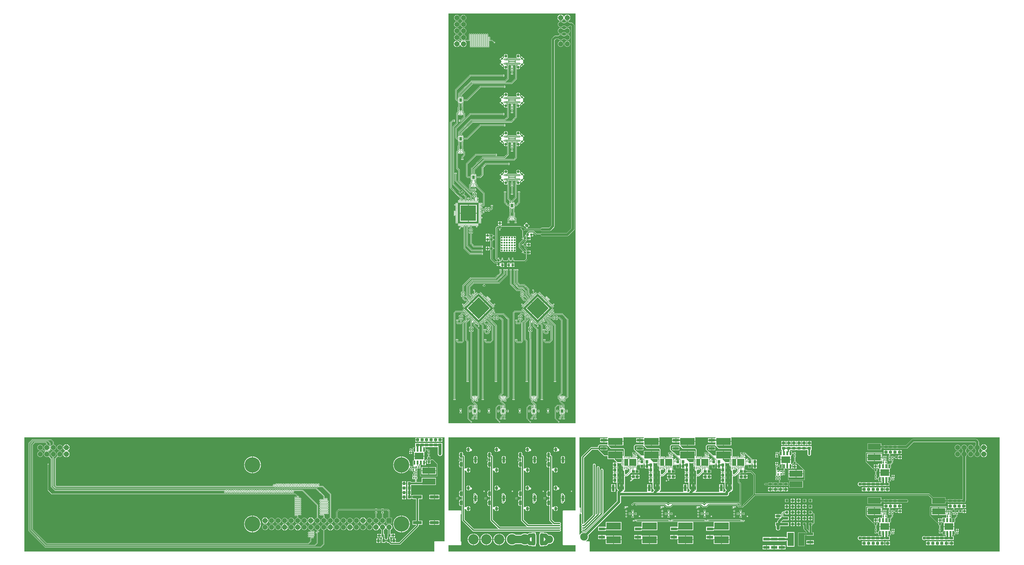
<source format=gbr>
%TF.GenerationSoftware,Altium Limited,Altium Designer,22.5.1 (42)*%
G04 Layer_Physical_Order=1*
G04 Layer_Color=255*
%FSLAX26Y26*%
%MOIN*%
%TF.SameCoordinates,3C46EB80-FEDE-48F7-A63F-DE7BBD85CC47*%
%TF.FilePolarity,Positive*%
%TF.FileFunction,Copper,L1,Top,Signal*%
%TF.Part,Single*%
G01*
G75*
%TA.AperFunction,Conductor*%
%ADD10C,0.007874*%
%ADD11C,0.005000*%
%TA.AperFunction,SMDPad,CuDef*%
%ADD12R,0.200787X0.092520*%
%ADD13R,0.035433X0.033465*%
%ADD14R,0.023622X0.023622*%
%ADD15R,0.049213X0.039370*%
%ADD16R,0.023622X0.023622*%
%ADD17R,0.031496X0.059055*%
%ADD18R,0.137795X0.102362*%
%ADD19R,0.039370X0.070866*%
%ADD20R,0.043307X0.094488*%
%ADD21R,0.039370X0.049213*%
%ADD22R,0.220472X0.106299*%
%ADD23R,0.094488X0.043307*%
%ADD24R,0.007874X0.023622*%
%ADD25R,0.060236X0.107087*%
%ADD26R,0.107087X0.107087*%
%ADD27R,0.023622X0.009842*%
%ADD28R,0.023622X0.007874*%
%ADD29P,0.033407X4X360.0*%
G04:AMPARAMS|DCode=30|XSize=39.37mil|YSize=55.118mil|CornerRadius=0.984mil|HoleSize=0mil|Usage=FLASHONLY|Rotation=180.000|XOffset=0mil|YOffset=0mil|HoleType=Round|Shape=RoundedRectangle|*
%AMROUNDEDRECTD30*
21,1,0.039370,0.053150,0,0,180.0*
21,1,0.037402,0.055118,0,0,180.0*
1,1,0.001968,-0.018701,0.026575*
1,1,0.001968,0.018701,0.026575*
1,1,0.001968,0.018701,-0.026575*
1,1,0.001968,-0.018701,-0.026575*
%
%ADD30ROUNDEDRECTD30*%
G04:AMPARAMS|DCode=31|XSize=7.874mil|YSize=11.811mil|CornerRadius=0.984mil|HoleSize=0mil|Usage=FLASHONLY|Rotation=180.000|XOffset=0mil|YOffset=0mil|HoleType=Round|Shape=RoundedRectangle|*
%AMROUNDEDRECTD31*
21,1,0.007874,0.009843,0,0,180.0*
21,1,0.005906,0.011811,0,0,180.0*
1,1,0.001968,-0.002953,0.004921*
1,1,0.001968,0.002953,0.004921*
1,1,0.001968,0.002953,-0.004921*
1,1,0.001968,-0.002953,-0.004921*
%
%ADD31ROUNDEDRECTD31*%
G04:AMPARAMS|DCode=32|XSize=7.874mil|YSize=11.811mil|CornerRadius=0.984mil|HoleSize=0mil|Usage=FLASHONLY|Rotation=90.000|XOffset=0mil|YOffset=0mil|HoleType=Round|Shape=RoundedRectangle|*
%AMROUNDEDRECTD32*
21,1,0.007874,0.009843,0,0,90.0*
21,1,0.005906,0.011811,0,0,90.0*
1,1,0.001968,0.004921,0.002953*
1,1,0.001968,0.004921,-0.002953*
1,1,0.001968,-0.004921,-0.002953*
1,1,0.001968,-0.004921,0.002953*
%
%ADD32ROUNDEDRECTD32*%
%ADD33R,0.011811X0.011811*%
%ADD34R,0.007874X0.018701*%
%ADD35R,0.033465X0.035433*%
G04:AMPARAMS|DCode=36|XSize=39.37mil|YSize=49.213mil|CornerRadius=0mil|HoleSize=0mil|Usage=FLASHONLY|Rotation=45.000|XOffset=0mil|YOffset=0mil|HoleType=Round|Shape=Rectangle|*
%AMROTATEDRECTD36*
4,1,4,0.003480,-0.031319,-0.031319,0.003480,-0.003480,0.031319,0.031319,-0.003480,0.003480,-0.031319,0.0*
%
%ADD36ROTATEDRECTD36*%

%ADD37R,0.133858X0.047244*%
%ADD38R,0.092520X0.200787*%
%ADD39R,0.070866X0.039370*%
%TA.AperFunction,BGAPad,CuDef*%
%ADD40R,0.041732X0.041732*%
%TA.AperFunction,SMDPad,CuDef*%
G04:AMPARAMS|DCode=41|XSize=19.685mil|YSize=40.551mil|CornerRadius=0mil|HoleSize=0mil|Usage=FLASHONLY|Rotation=230.000|XOffset=0mil|YOffset=0mil|HoleType=Round|Shape=Rectangle|*
%AMROTATEDRECTD41*
4,1,4,-0.009205,0.020573,0.021859,-0.005493,0.009205,-0.020573,-0.021859,0.005493,-0.009205,0.020573,0.0*
%
%ADD41ROTATEDRECTD41*%

G04:AMPARAMS|DCode=42|XSize=19.685mil|YSize=40.551mil|CornerRadius=0mil|HoleSize=0mil|Usage=FLASHONLY|Rotation=130.000|XOffset=0mil|YOffset=0mil|HoleType=Round|Shape=Rectangle|*
%AMROTATEDRECTD42*
4,1,4,0.021859,0.005493,-0.009205,-0.020573,-0.021859,-0.005493,0.009205,0.020573,0.021859,0.005493,0.0*
%
%ADD42ROTATEDRECTD42*%

%ADD43R,0.011811X0.033465*%
%ADD44R,0.236220X0.236220*%
%ADD45R,0.027165X0.011024*%
%ADD46R,0.011024X0.027165*%
%ADD47P,0.334066X4X90.0*%
G04:AMPARAMS|DCode=48|XSize=11.024mil|YSize=27.165mil|CornerRadius=0mil|HoleSize=0mil|Usage=FLASHONLY|Rotation=135.000|XOffset=0mil|YOffset=0mil|HoleType=Round|Shape=Rectangle|*
%AMROTATEDRECTD48*
4,1,4,0.013502,0.005707,-0.005707,-0.013502,-0.013502,-0.005707,0.005707,0.013502,0.013502,0.005707,0.0*
%
%ADD48ROTATEDRECTD48*%

G04:AMPARAMS|DCode=49|XSize=11.024mil|YSize=27.165mil|CornerRadius=0mil|HoleSize=0mil|Usage=FLASHONLY|Rotation=225.000|XOffset=0mil|YOffset=0mil|HoleType=Round|Shape=Rectangle|*
%AMROTATEDRECTD49*
4,1,4,-0.005707,0.013502,0.013502,-0.005707,0.005707,-0.013502,-0.013502,0.005707,-0.005707,0.013502,0.0*
%
%ADD49ROTATEDRECTD49*%

%TA.AperFunction,Conductor*%
%ADD50C,0.005906*%
%ADD51C,0.015748*%
%ADD52C,0.039370*%
%ADD53C,0.059055*%
%ADD54C,0.019685*%
%ADD55C,0.118110*%
%ADD56C,0.027559*%
%ADD57C,0.047244*%
%ADD58C,0.013780*%
%ADD59C,0.009842*%
%ADD60C,0.011811*%
%ADD61C,0.029528*%
%ADD62R,0.023622X0.010827*%
%ADD63R,0.010827X0.045276*%
%TA.AperFunction,ComponentPad*%
%ADD64C,0.078740*%
%ADD65R,0.078740X0.078740*%
%ADD66C,0.236220*%
%ADD67C,0.043307*%
G04:AMPARAMS|DCode=68|XSize=51.181mil|YSize=39.37mil|CornerRadius=9.842mil|HoleSize=0mil|Usage=FLASHONLY|Rotation=90.000|XOffset=0mil|YOffset=0mil|HoleType=Round|Shape=RoundedRectangle|*
%AMROUNDEDRECTD68*
21,1,0.051181,0.019685,0,0,90.0*
21,1,0.031496,0.039370,0,0,90.0*
1,1,0.019685,0.009843,0.015748*
1,1,0.019685,0.009843,-0.015748*
1,1,0.019685,-0.009843,-0.015748*
1,1,0.019685,-0.009843,0.015748*
%
%ADD68ROUNDEDRECTD68*%
G04:AMPARAMS|DCode=69|XSize=90.551mil|YSize=39.37mil|CornerRadius=9.842mil|HoleSize=0mil|Usage=FLASHONLY|Rotation=90.000|XOffset=0mil|YOffset=0mil|HoleType=Round|Shape=RoundedRectangle|*
%AMROUNDEDRECTD69*
21,1,0.090551,0.019685,0,0,90.0*
21,1,0.070866,0.039370,0,0,90.0*
1,1,0.019685,0.009843,0.035433*
1,1,0.019685,0.009843,-0.035433*
1,1,0.019685,-0.009843,-0.035433*
1,1,0.019685,-0.009843,0.035433*
%
%ADD69ROUNDEDRECTD69*%
G04:AMPARAMS|DCode=70|XSize=74.803mil|YSize=39.37mil|CornerRadius=9.842mil|HoleSize=0mil|Usage=FLASHONLY|Rotation=270.000|XOffset=0mil|YOffset=0mil|HoleType=Round|Shape=RoundedRectangle|*
%AMROUNDEDRECTD70*
21,1,0.074803,0.019685,0,0,270.0*
21,1,0.055118,0.039370,0,0,270.0*
1,1,0.019685,-0.009843,-0.027559*
1,1,0.019685,-0.009843,0.027559*
1,1,0.019685,0.009843,0.027559*
1,1,0.019685,0.009843,-0.027559*
%
%ADD70ROUNDEDRECTD70*%
%TA.AperFunction,ViaPad*%
%ADD71C,0.011811*%
%ADD72C,0.118110*%
%ADD73C,0.027559*%
%ADD74C,0.019685*%
%ADD75C,0.047244*%
%ADD76C,0.039370*%
%ADD77C,0.157480*%
%ADD78C,0.017716*%
%ADD79C,0.013780*%
G36*
X9044923Y5325156D02*
X7096810D01*
Y11603978D01*
X9044923D01*
Y5325156D01*
D02*
G37*
G36*
X11188819Y5094646D02*
X11136889D01*
Y5062992D01*
Y5031339D01*
X11188819D01*
Y4997173D01*
X11186562Y4996238D01*
X11183819Y4995581D01*
X11181006Y4997460D01*
X11177165Y4998224D01*
X11066929D01*
X11063089Y4997460D01*
X11059833Y4995285D01*
X11044085Y4979537D01*
X11041910Y4976281D01*
X11041146Y4972441D01*
Y4921260D01*
X11041910Y4917419D01*
X11044085Y4914164D01*
X11075677Y4882572D01*
X11073763Y4877953D01*
X11059055D01*
Y4846457D01*
X11090551D01*
Y4853087D01*
X11095551Y4853725D01*
X11183449Y4765827D01*
X11181378Y4760827D01*
X11137795D01*
X11134516Y4764468D01*
Y4772171D01*
X11136297Y4773952D01*
X11137795Y4777570D01*
Y4781485D01*
X11136297Y4785103D01*
X11133528Y4787872D01*
X11129911Y4789370D01*
X11125995D01*
X11122378Y4787872D01*
X11119609Y4785103D01*
X11118110Y4781485D01*
Y4777717D01*
X11103425D01*
Y4763780D01*
X11093425D01*
Y4777717D01*
X11092677D01*
Y4794212D01*
X11078740D01*
Y4804212D01*
X11092677D01*
Y4821024D01*
X11086109D01*
X11084856Y4822762D01*
X11083516Y4826024D01*
X11084646Y4828751D01*
Y4832666D01*
X11083147Y4836284D01*
X11080379Y4839053D01*
X11076761Y4840551D01*
X11072845D01*
X11069228Y4839053D01*
X11066459Y4836284D01*
X11064961Y4832666D01*
Y4832569D01*
X11061652Y4829932D01*
X11057087Y4831924D01*
Y4832666D01*
X11055588Y4836284D01*
X11052819Y4839053D01*
X11049202Y4840551D01*
X11047565D01*
X11043931Y4844516D01*
X11043781Y4844957D01*
X11043723Y4845221D01*
X11044085Y4846457D01*
X11047244D01*
Y4877953D01*
X11015748D01*
Y4846457D01*
X11023468D01*
Y4839552D01*
X11023152Y4839237D01*
X11021654Y4835619D01*
Y4831704D01*
X11023152Y4828086D01*
X11023468Y4827770D01*
Y4821024D01*
X11020748D01*
Y4799212D01*
X11010748D01*
Y4821024D01*
X11005000D01*
Y4799212D01*
X10995000D01*
Y4821024D01*
X10989252D01*
Y4799212D01*
X10979252D01*
Y4821024D01*
X10973504D01*
Y4799212D01*
X10963504D01*
Y4821024D01*
X10954567D01*
Y4814961D01*
X10918386D01*
X10913386Y4814961D01*
Y4814961D01*
X10913386D01*
Y4814961D01*
X10903701D01*
Y4821024D01*
X10899708D01*
X10895811Y4826024D01*
X10895862Y4826280D01*
Y4921260D01*
X10895098Y4925100D01*
X10892923Y4928356D01*
X10885049Y4936230D01*
X10881793Y4938405D01*
X10877953Y4939169D01*
X10689196D01*
X10650859Y4977507D01*
X10652772Y4982126D01*
X10752874D01*
Y5045275D01*
X10757874D01*
Y5050275D01*
X10878110D01*
Y5107915D01*
X11188819D01*
Y5094646D01*
D02*
G37*
G36*
X10086457D02*
X10034528D01*
Y5062992D01*
Y5031339D01*
X10086457D01*
Y4997173D01*
X10084200Y4996238D01*
X10081457Y4995581D01*
X10078644Y4997460D01*
X10074803Y4998224D01*
X9964567D01*
X9960727Y4997460D01*
X9957471Y4995285D01*
X9941723Y4979537D01*
X9939548Y4976281D01*
X9938784Y4972441D01*
Y4921260D01*
X9939548Y4917419D01*
X9941723Y4914164D01*
X9973315Y4882572D01*
X9971401Y4877953D01*
X9956693D01*
Y4846457D01*
X9988189D01*
Y4853087D01*
X9993189Y4853725D01*
X10081087Y4765827D01*
X10079016Y4760827D01*
X10035433D01*
X10032154Y4764468D01*
Y4772171D01*
X10033935Y4773952D01*
X10035433Y4777570D01*
Y4781485D01*
X10033935Y4785103D01*
X10031166Y4787872D01*
X10027548Y4789370D01*
X10023633D01*
X10020015Y4787872D01*
X10017247Y4785103D01*
X10015748Y4781485D01*
Y4777717D01*
X10001063D01*
Y4763780D01*
X9991063D01*
Y4777717D01*
X9990315D01*
Y4794212D01*
X9976378D01*
Y4804212D01*
X9990315D01*
Y4821024D01*
X9983746D01*
X9982494Y4822762D01*
X9981154Y4826024D01*
X9982283Y4828751D01*
Y4832666D01*
X9980785Y4836284D01*
X9978016Y4839053D01*
X9974399Y4840551D01*
X9970483D01*
X9966866Y4839053D01*
X9964097Y4836284D01*
X9962598Y4832666D01*
Y4832569D01*
X9959290Y4829932D01*
X9954724Y4831924D01*
Y4832666D01*
X9953226Y4836284D01*
X9950457Y4839053D01*
X9946840Y4840551D01*
X9945202D01*
X9941569Y4844516D01*
X9941418Y4844957D01*
X9941360Y4845221D01*
X9941722Y4846457D01*
X9944882D01*
Y4877953D01*
X9913386D01*
Y4846457D01*
X9921105D01*
Y4839552D01*
X9920790Y4839237D01*
X9919291Y4835619D01*
Y4831704D01*
X9920790Y4828086D01*
X9921105Y4827770D01*
Y4821024D01*
X9918386D01*
Y4799212D01*
X9908386D01*
Y4821024D01*
X9902638D01*
Y4799212D01*
X9892638D01*
Y4821024D01*
X9886890D01*
Y4799212D01*
X9876890D01*
Y4821024D01*
X9871142D01*
Y4799212D01*
X9861142D01*
Y4821024D01*
X9852205D01*
Y4814961D01*
X9816023D01*
X9811024Y4814961D01*
Y4814961D01*
X9811023D01*
Y4814961D01*
X9801338D01*
Y4821024D01*
X9797345D01*
X9793449Y4826024D01*
X9793500Y4826280D01*
Y4921260D01*
X9792736Y4925100D01*
X9790560Y4928356D01*
X9782686Y4936230D01*
X9779431Y4938405D01*
X9775591Y4939169D01*
X9586834D01*
X9548496Y4977507D01*
X9550410Y4982126D01*
X9650512D01*
Y5045275D01*
X9655512D01*
Y5050275D01*
X9775748D01*
Y5107915D01*
X10086457D01*
Y5094646D01*
D02*
G37*
G36*
X10637638D02*
X10585709D01*
Y5062992D01*
Y5031339D01*
X10637638D01*
Y4997173D01*
X10635381Y4996238D01*
X10632638Y4995581D01*
X10629825Y4997460D01*
X10625984Y4998224D01*
X10515748D01*
X10511908Y4997460D01*
X10508652Y4995285D01*
X10492904Y4979537D01*
X10490729Y4976281D01*
X10489965Y4972441D01*
Y4921260D01*
X10490729Y4917419D01*
X10492904Y4914164D01*
X10524496Y4882572D01*
X10522582Y4877953D01*
X10507874D01*
Y4846457D01*
X10539370D01*
Y4853087D01*
X10544370Y4853725D01*
X10632268Y4765827D01*
X10630197Y4760827D01*
X10586614D01*
X10583335Y4764468D01*
Y4772171D01*
X10585116Y4773952D01*
X10586614Y4777570D01*
Y4781485D01*
X10585116Y4785103D01*
X10582347Y4787872D01*
X10578730Y4789370D01*
X10574814D01*
X10571197Y4787872D01*
X10568428Y4785103D01*
X10566929Y4781485D01*
Y4777717D01*
X10552244D01*
Y4763779D01*
X10542244D01*
Y4777717D01*
X10541496D01*
Y4794212D01*
X10527559D01*
Y4804212D01*
X10541496D01*
Y4821024D01*
X10534927D01*
X10533675Y4822762D01*
X10532335Y4826024D01*
X10533465Y4828751D01*
Y4832666D01*
X10531966Y4836284D01*
X10529197Y4839053D01*
X10525580Y4840551D01*
X10521664D01*
X10518047Y4839053D01*
X10515278Y4836284D01*
X10513780Y4832666D01*
Y4832569D01*
X10510471Y4829932D01*
X10505906Y4831924D01*
Y4832666D01*
X10504407Y4836284D01*
X10501638Y4839053D01*
X10498021Y4840551D01*
X10496383D01*
X10492750Y4844516D01*
X10492600Y4844957D01*
X10492542Y4845221D01*
X10492904Y4846457D01*
X10496063D01*
Y4877953D01*
X10464567D01*
Y4846457D01*
X10472287D01*
Y4839552D01*
X10471971Y4839237D01*
X10470472Y4835619D01*
Y4831704D01*
X10471971Y4828086D01*
X10472287Y4827770D01*
Y4821024D01*
X10469567D01*
Y4799212D01*
X10459567D01*
Y4821024D01*
X10453819D01*
Y4799212D01*
X10443819D01*
Y4821024D01*
X10438071D01*
Y4799212D01*
X10428071D01*
Y4821024D01*
X10422323D01*
Y4799212D01*
X10412323D01*
Y4821024D01*
X10403386D01*
Y4814961D01*
X10367205D01*
X10362205Y4814961D01*
Y4814961D01*
X10362204D01*
Y4814961D01*
X10352520D01*
Y4821024D01*
X10348527D01*
X10344630Y4826024D01*
X10344681Y4826280D01*
Y4921260D01*
X10343917Y4925100D01*
X10341742Y4928356D01*
X10333868Y4936230D01*
X10330612Y4938405D01*
X10326772Y4939169D01*
X10138015D01*
X10099678Y4977507D01*
X10101591Y4982126D01*
X10201693D01*
Y5045276D01*
X10206693D01*
Y5050276D01*
X10326929D01*
Y5107915D01*
X10637638D01*
Y5094646D01*
D02*
G37*
G36*
X9535276D02*
X9483346D01*
Y5062992D01*
Y5031339D01*
X9535276D01*
Y4997173D01*
X9533018Y4996238D01*
X9530276Y4995581D01*
X9527462Y4997460D01*
X9523622Y4998224D01*
X9413386D01*
X9409545Y4997460D01*
X9406290Y4995285D01*
X9390542Y4979537D01*
X9388366Y4976281D01*
X9387602Y4972441D01*
Y4957079D01*
X9287402D01*
X9279721Y4955551D01*
X9273210Y4951200D01*
X9139351Y4817342D01*
X9135000Y4810830D01*
X9133473Y4803150D01*
Y3953325D01*
X9129371Y3952135D01*
X9128473Y3952092D01*
X9124167Y3956397D01*
X9125000Y3960641D01*
Y3964556D01*
X9123502Y3968174D01*
X9122440Y3969235D01*
X9121277Y3972441D01*
X9122440Y3975647D01*
X9123502Y3976708D01*
X9125000Y3980326D01*
Y3984241D01*
X9123502Y3987859D01*
X9122441Y3988920D01*
X9121277Y3992126D01*
X9122441Y3995332D01*
X9123502Y3996393D01*
X9125000Y4000011D01*
Y4003926D01*
X9123502Y4007544D01*
X9122441Y4008605D01*
X9121277Y4011811D01*
X9122441Y4015017D01*
X9123502Y4016078D01*
X9125000Y4019696D01*
Y4023611D01*
X9123502Y4027229D01*
X9120733Y4029997D01*
X9117115Y4031496D01*
X9113200D01*
X9109582Y4029997D01*
X9104684Y4032170D01*
X9104684Y5107915D01*
X9535276D01*
Y5094646D01*
D02*
G37*
G36*
X11236220Y4929134D02*
X11429134D01*
X11437008Y4921260D01*
Y4826280D01*
X11434947Y4824220D01*
X11432707Y4820866D01*
X11427165D01*
X11425197Y4825051D01*
Y4832677D01*
X11312992D01*
Y4777559D01*
X11403543D01*
Y4772638D01*
X11421260D01*
Y4764764D01*
X11403543D01*
Y4753937D01*
X11421260D01*
Y4746063D01*
X11403543D01*
Y4732592D01*
X11397638D01*
X11391493Y4731370D01*
X11386969Y4728346D01*
X11338583D01*
X11293989Y4772940D01*
X11295903Y4777559D01*
X11305118D01*
Y4832677D01*
X11192913D01*
Y4830709D01*
X11149790D01*
X11108360Y4872139D01*
X11103802Y4875185D01*
X11098425Y4876254D01*
X11096457D01*
Y4883858D01*
X11088583D01*
X11051181Y4921260D01*
Y4972441D01*
X11066929Y4988189D01*
X11177165D01*
X11236220Y4929134D01*
D02*
G37*
G36*
X10685039D02*
X10877953D01*
X10885827Y4921260D01*
Y4826280D01*
X10883766Y4824220D01*
X10881526Y4820866D01*
X10875984D01*
X10874016Y4825051D01*
Y4832677D01*
X10761812D01*
Y4777559D01*
X10852362D01*
Y4772638D01*
X10870078D01*
Y4764764D01*
X10852362D01*
Y4753937D01*
X10870078D01*
Y4746063D01*
X10852362D01*
Y4732592D01*
X10846457D01*
X10840312Y4731370D01*
X10835788Y4728346D01*
X10787401D01*
X10742808Y4772940D01*
X10744722Y4777559D01*
X10753938D01*
Y4832677D01*
X10641732D01*
Y4830709D01*
X10641732Y4830709D01*
X10598609D01*
X10557179Y4872139D01*
X10552621Y4875185D01*
X10547244Y4876254D01*
X10545275D01*
Y4883858D01*
X10537402D01*
X10500000Y4921260D01*
Y4972441D01*
X10515748Y4988189D01*
X10625984D01*
X10685039Y4929134D01*
D02*
G37*
G36*
X10133858D02*
X10326772D01*
X10334646Y4921260D01*
Y4826280D01*
X10332585Y4824220D01*
X10330344Y4820866D01*
X10324803D01*
X10322835Y4825051D01*
Y4832677D01*
X10210630D01*
Y4777559D01*
X10301181D01*
Y4772638D01*
X10318898D01*
Y4764764D01*
X10301181D01*
Y4753937D01*
X10318898D01*
Y4746063D01*
X10301181D01*
Y4732592D01*
X10295276D01*
X10289131Y4731370D01*
X10284606Y4728346D01*
X10236220D01*
X10191627Y4772940D01*
X10193541Y4777559D01*
X10202756D01*
Y4832677D01*
X10090551D01*
Y4830709D01*
X10047428D01*
X10005997Y4872139D01*
X10001440Y4875185D01*
X9996063Y4876254D01*
X9994094D01*
Y4883858D01*
X9986220D01*
X9948819Y4921260D01*
Y4972441D01*
X9964567Y4988189D01*
X10074803D01*
X10133858Y4929134D01*
D02*
G37*
G36*
X9582677D02*
X9775591D01*
X9783465Y4921260D01*
Y4826280D01*
X9781404Y4824220D01*
X9779163Y4820866D01*
X9773622D01*
X9771654Y4825051D01*
Y4832677D01*
X9659449D01*
Y4777559D01*
X9750000D01*
Y4772637D01*
X9767717D01*
Y4764764D01*
X9750000D01*
Y4753937D01*
X9767717D01*
Y4746063D01*
X9750000D01*
Y4732592D01*
X9744094D01*
X9737950Y4731370D01*
X9733425Y4728346D01*
X9685039D01*
X9640446Y4772940D01*
X9642359Y4777559D01*
X9651575D01*
Y4832677D01*
X9539370D01*
Y4830709D01*
X9539370Y4830709D01*
X9488189D01*
X9397638Y4921260D01*
Y4972441D01*
X9413386Y4988189D01*
X9523622D01*
X9582677Y4929134D01*
D02*
G37*
G36*
X11209367Y4701885D02*
X11210472Y4701091D01*
Y4670354D01*
X11240157D01*
Y4665354D01*
X11245157D01*
Y4630748D01*
X11269528D01*
Y4611299D01*
X11299213D01*
Y4606299D01*
X11304213D01*
Y4571693D01*
X11326540D01*
Y4562165D01*
X11304213D01*
Y4527559D01*
Y4492953D01*
X11326540D01*
Y4483425D01*
X11304213D01*
Y4448819D01*
X11299213D01*
D01*
X11304213D01*
Y4414213D01*
X11326540D01*
Y4322835D01*
X11326540Y4322834D01*
X11327457Y4318226D01*
X11330067Y4314319D01*
X11330068Y4314319D01*
X11347958Y4296428D01*
X11339742Y4288211D01*
X11334693Y4281632D01*
X11331519Y4273970D01*
X11330991Y4269957D01*
X11310791D01*
X11307244Y4273465D01*
X11307244Y4274957D01*
Y4325709D01*
X11275590D01*
X11243937D01*
Y4274957D01*
X11243937Y4273465D01*
X11240390Y4269957D01*
X10888155D01*
X10883858Y4271654D01*
Y4280864D01*
X10886419Y4284954D01*
X10888229Y4285283D01*
X10890060Y4285455D01*
X10890524Y4285700D01*
X10891042Y4285794D01*
X10892589Y4286791D01*
X10894215Y4287650D01*
X10897360Y4290206D01*
X10897759Y4290688D01*
X10898279Y4291036D01*
X10899247Y4292484D01*
X10900357Y4293824D01*
X10900542Y4294422D01*
X10900889Y4294943D01*
X10901229Y4296650D01*
X10901743Y4298314D01*
X10901684Y4298938D01*
X10901806Y4299551D01*
Y4511503D01*
X10934055D01*
X10934055Y4511502D01*
X10940200Y4512725D01*
X10945409Y4516205D01*
X10995606Y4566402D01*
X10997953Y4569915D01*
X11002953Y4568398D01*
Y4559055D01*
X11060039D01*
Y4559055D01*
X11062008D01*
Y4559055D01*
X11119094D01*
Y4606299D01*
X11086769D01*
Y4649606D01*
X11086614Y4650382D01*
Y4665354D01*
X11085787D01*
Y4677165D01*
X11097649D01*
X11098425Y4677011D01*
X11137795D01*
Y4636811D01*
X11185039D01*
Y4682544D01*
X11205472Y4702977D01*
X11209367Y4701885D01*
D02*
G37*
G36*
X10658186D02*
X10659291Y4701091D01*
Y4670354D01*
X10688976D01*
Y4665354D01*
X10693976D01*
Y4630748D01*
X10718346D01*
Y4611299D01*
X10748031D01*
Y4606299D01*
X10753031D01*
Y4571693D01*
X10775359D01*
Y4562165D01*
X10753031D01*
Y4527559D01*
X10748031D01*
D01*
X10753031D01*
Y4492953D01*
X10775359D01*
Y4483425D01*
X10753031D01*
Y4448819D01*
Y4414213D01*
X10775359D01*
Y4322835D01*
X10775359Y4322834D01*
X10776276Y4318226D01*
X10778886Y4314319D01*
X10778887Y4314319D01*
X10796777Y4296428D01*
X10788560Y4288211D01*
X10783512Y4281632D01*
X10780338Y4273970D01*
X10779810Y4269957D01*
X10759610D01*
X10756063Y4273465D01*
X10756063Y4274957D01*
Y4325709D01*
X10724410D01*
X10692756D01*
Y4274957D01*
X10692756Y4273465D01*
X10689209Y4269957D01*
X10336974D01*
X10332677Y4271654D01*
Y4280864D01*
X10335237Y4284954D01*
X10337048Y4285283D01*
X10338879Y4285455D01*
X10339343Y4285700D01*
X10339861Y4285794D01*
X10341408Y4286791D01*
X10343034Y4287650D01*
X10346178Y4290206D01*
X10346577Y4290688D01*
X10347098Y4291036D01*
X10348066Y4292484D01*
X10349176Y4293824D01*
X10349361Y4294422D01*
X10349708Y4294943D01*
X10350048Y4296650D01*
X10350561Y4298314D01*
X10350503Y4298938D01*
X10350625Y4299551D01*
Y4511503D01*
X10382874D01*
X10382874Y4511502D01*
X10389019Y4512725D01*
X10394228Y4516205D01*
X10444425Y4566402D01*
X10446772Y4569915D01*
X10451772Y4568398D01*
Y4559055D01*
X10508858D01*
Y4559055D01*
X10510827D01*
Y4559055D01*
X10567913D01*
Y4606299D01*
X10535587D01*
Y4649606D01*
X10535433Y4650382D01*
Y4665354D01*
X10534606D01*
Y4677165D01*
X10546468D01*
X10547244Y4677011D01*
X10586614D01*
Y4636811D01*
X10633858D01*
Y4682544D01*
X10654291Y4702977D01*
X10658186Y4701885D01*
D02*
G37*
G36*
X10107004Y4701885D02*
X10108110Y4701091D01*
Y4670354D01*
X10137795D01*
Y4665354D01*
X10142795D01*
Y4630748D01*
X10167165D01*
Y4611299D01*
X10196850D01*
Y4606299D01*
X10201850D01*
Y4571693D01*
X10224178D01*
Y4562165D01*
X10201850D01*
Y4527559D01*
Y4492953D01*
X10224178D01*
Y4483425D01*
X10201850D01*
Y4448819D01*
Y4414213D01*
X10224178D01*
Y4322835D01*
X10224178Y4322834D01*
X10225095Y4318226D01*
X10227705Y4314319D01*
X10227706Y4314319D01*
X10245596Y4296428D01*
X10237379Y4288211D01*
X10232331Y4281632D01*
X10229157Y4273970D01*
X10228629Y4269957D01*
X10208429D01*
X10204882Y4273465D01*
X10204882Y4274957D01*
Y4325709D01*
X10173229D01*
X10141575D01*
Y4274957D01*
X10141575Y4273465D01*
X10138028Y4269957D01*
X9785793D01*
X9781496Y4271654D01*
Y4280864D01*
X9784056Y4284954D01*
X9785867Y4285283D01*
X9787698Y4285455D01*
X9788162Y4285700D01*
X9788679Y4285794D01*
X9790227Y4286791D01*
X9791853Y4287650D01*
X9794997Y4290206D01*
X9795396Y4290688D01*
X9795917Y4291036D01*
X9796884Y4292484D01*
X9797995Y4293824D01*
X9798180Y4294422D01*
X9798527Y4294943D01*
X9798867Y4296650D01*
X9799380Y4298314D01*
X9799322Y4298938D01*
X9799444Y4299551D01*
Y4511503D01*
X9831692D01*
X9831693Y4511502D01*
X9837837Y4512725D01*
X9843047Y4516205D01*
X9893243Y4566402D01*
X9895591Y4569915D01*
X9900591Y4568398D01*
Y4559055D01*
X9957677D01*
Y4559055D01*
X9959646D01*
Y4559055D01*
X10016732D01*
Y4606299D01*
X9984406D01*
Y4649606D01*
X9984252Y4650382D01*
Y4665354D01*
X9983425D01*
Y4677165D01*
X9995287D01*
X9996063Y4677011D01*
X10035433D01*
Y4636811D01*
X10082677D01*
Y4682544D01*
X10103110Y4702977D01*
X10107004Y4701885D01*
D02*
G37*
G36*
X11505748Y4627795D02*
X11519377D01*
Y4584407D01*
X11478585Y4543616D01*
X11452987D01*
Y4594488D01*
X11452071Y4599097D01*
X11451374Y4600140D01*
X11454429Y4603195D01*
X11456851Y4609041D01*
X11461851Y4610844D01*
X11462929Y4609766D01*
X11466546Y4608268D01*
X11470462D01*
X11474079Y4609766D01*
X11476848Y4612535D01*
X11477664Y4614506D01*
X11482966D01*
X11483782Y4612535D01*
X11486551Y4609766D01*
X11490168Y4608268D01*
X11494084D01*
X11497701Y4609766D01*
X11500470Y4612535D01*
X11501969Y4616152D01*
Y4620068D01*
X11500470Y4623685D01*
X11497701Y4626454D01*
X11495214Y4627485D01*
Y4633858D01*
X11505748D01*
Y4627795D01*
D02*
G37*
G36*
X10954567D02*
X10968195D01*
Y4584407D01*
X10927404Y4543616D01*
X10901806D01*
Y4594488D01*
X10900889Y4599097D01*
X10900193Y4600140D01*
X10903248Y4603195D01*
X10905669Y4609041D01*
X10910669Y4610844D01*
X10911747Y4609766D01*
X10915365Y4608268D01*
X10919281D01*
X10922898Y4609766D01*
X10925667Y4612535D01*
X10926483Y4614506D01*
X10931785D01*
X10932601Y4612535D01*
X10935370Y4609766D01*
X10938987Y4608268D01*
X10942903D01*
X10946520Y4609766D01*
X10949289Y4612535D01*
X10950788Y4616152D01*
Y4620068D01*
X10949289Y4623685D01*
X10946520Y4626454D01*
X10944033Y4627485D01*
Y4633858D01*
X10954567D01*
Y4627795D01*
D02*
G37*
G36*
X10403386D02*
X10417014D01*
Y4584407D01*
X10376223Y4543616D01*
X10350625D01*
Y4594488D01*
X10349708Y4599097D01*
X10349012Y4600140D01*
X10352067Y4603195D01*
X10354488Y4609041D01*
X10359488Y4610844D01*
X10360566Y4609766D01*
X10364184Y4608268D01*
X10368100D01*
X10371717Y4609766D01*
X10374486Y4612535D01*
X10375302Y4614506D01*
X10380604D01*
X10381420Y4612535D01*
X10384189Y4609766D01*
X10387806Y4608268D01*
X10391722D01*
X10395339Y4609766D01*
X10398108Y4612535D01*
X10399606Y4616152D01*
Y4620068D01*
X10398108Y4623685D01*
X10395339Y4626454D01*
X10392852Y4627485D01*
Y4633858D01*
X10403386D01*
Y4627795D01*
D02*
G37*
G36*
X9852205D02*
X9865833D01*
Y4584407D01*
X9825042Y4543616D01*
X9799444D01*
Y4594488D01*
X9798527Y4599097D01*
X9797830Y4600140D01*
X9800886Y4603195D01*
X9803307Y4609041D01*
X9808307Y4610844D01*
X9809385Y4609766D01*
X9813003Y4608268D01*
X9816918D01*
X9820536Y4609766D01*
X9823305Y4612535D01*
X9824121Y4614506D01*
X9829422D01*
X9830239Y4612535D01*
X9833007Y4609766D01*
X9836625Y4608268D01*
X9840540D01*
X9844158Y4609766D01*
X9846927Y4612535D01*
X9848425Y4616152D01*
Y4620068D01*
X9846927Y4623685D01*
X9844158Y4626454D01*
X9841670Y4627485D01*
Y4633858D01*
X9852205D01*
Y4627795D01*
D02*
G37*
G36*
X11769416Y4525676D02*
Y4234166D01*
X11619987Y4084738D01*
X11619218Y4083587D01*
X11618240Y4082608D01*
X11617710Y4081330D01*
X11616942Y4080180D01*
X11616672Y4078822D01*
X11616142Y4077544D01*
Y4076635D01*
X11593853Y4054346D01*
X11551817D01*
X11523553Y4082609D01*
X11519972Y4085002D01*
X11515748Y4085842D01*
X11091583D01*
X11091557Y4085849D01*
X11091200Y4086323D01*
X11093692Y4091323D01*
X11555890D01*
Y4083251D01*
X11555248Y4082609D01*
X11553150Y4077544D01*
Y4072062D01*
X11555248Y4066998D01*
X11559124Y4063121D01*
X11564188Y4061024D01*
X11569670D01*
X11574735Y4063121D01*
X11578611Y4066998D01*
X11580709Y4072062D01*
Y4077544D01*
X11578611Y4082609D01*
X11577968Y4083251D01*
Y4102362D01*
Y4397638D01*
X11577128Y4401862D01*
X11574735Y4405443D01*
X11551393Y4428785D01*
Y4474252D01*
X11577677D01*
Y4503936D01*
Y4533622D01*
X11551393D01*
Y4540915D01*
X11569322Y4558843D01*
X11569882D01*
X11570948Y4559055D01*
X11611220D01*
Y4559055D01*
X11613189D01*
Y4559055D01*
X11670276D01*
Y4568628D01*
X11726464D01*
X11769416Y4525676D01*
D02*
G37*
G36*
X11348268Y4709645D02*
X11377953D01*
Y4685039D01*
X11402559D01*
Y4650433D01*
X11407638D01*
Y4665197D01*
X11425197D01*
Y4651157D01*
X11424888Y4649606D01*
Y4630906D01*
X11424888Y4630906D01*
X11424888Y4630905D01*
Y4619736D01*
X11423228Y4615729D01*
Y4608681D01*
X11425926Y4602169D01*
X11430909Y4597185D01*
X11437421Y4594488D01*
X11440945D01*
Y4299551D01*
X11437800Y4296995D01*
X11433228Y4298978D01*
Y4306103D01*
X11401574D01*
X11369921D01*
Y4298029D01*
X11365302Y4296115D01*
X11338583Y4322834D01*
Y4716304D01*
X11338583Y4716304D01*
X11348268D01*
Y4709645D01*
D02*
G37*
G36*
X10797087D02*
X10826772D01*
Y4685039D01*
X10851379D01*
Y4650433D01*
X10856457D01*
Y4665197D01*
X10874016D01*
Y4651157D01*
X10873707Y4649606D01*
Y4630906D01*
X10873707Y4630906D01*
X10873707Y4630905D01*
Y4619736D01*
X10872047Y4615729D01*
Y4608681D01*
X10874745Y4602169D01*
X10879728Y4597185D01*
X10886240Y4594488D01*
X10889764D01*
Y4299551D01*
X10886619Y4296995D01*
X10882047Y4298978D01*
Y4306103D01*
X10850394D01*
X10818740D01*
Y4298029D01*
X10814121Y4296115D01*
X10787402Y4322834D01*
Y4716304D01*
X10787402Y4716304D01*
X10797087D01*
Y4709645D01*
D02*
G37*
G36*
X10245906D02*
X10275590D01*
Y4685039D01*
X10300197D01*
Y4650433D01*
X10305276D01*
Y4665197D01*
X10322835D01*
Y4651157D01*
X10322526Y4649606D01*
Y4630906D01*
X10322526Y4630906D01*
X10322526Y4630905D01*
Y4619736D01*
X10320866Y4615729D01*
Y4608681D01*
X10323564Y4602169D01*
X10328547Y4597185D01*
X10335059Y4594488D01*
X10338583D01*
Y4299551D01*
X10335438Y4296995D01*
X10330866Y4298978D01*
Y4306103D01*
X10299213D01*
X10267559D01*
Y4298029D01*
X10262940Y4296115D01*
X10236220Y4322834D01*
Y4716304D01*
X10236221Y4716304D01*
X10245906D01*
Y4709645D01*
D02*
G37*
G36*
X9694725D02*
X9724410D01*
Y4685039D01*
X9749016D01*
Y4650433D01*
X9754094D01*
Y4665197D01*
X9771654D01*
Y4651157D01*
X9771345Y4649606D01*
Y4630906D01*
X9771345Y4630906D01*
X9771345Y4630905D01*
Y4619736D01*
X9769685Y4615729D01*
Y4608681D01*
X9772382Y4602169D01*
X9777366Y4597185D01*
X9783878Y4594488D01*
X9787402D01*
Y4299551D01*
X9784257Y4296995D01*
X9779685Y4298978D01*
Y4306103D01*
X9748031D01*
X9716378D01*
Y4298029D01*
X9711759Y4296115D01*
X9685039Y4322834D01*
Y4716304D01*
X9685040Y4716304D01*
X9694725D01*
Y4709645D01*
D02*
G37*
G36*
X15540986Y3356653D02*
X9262164Y3356652D01*
Y3503935D01*
X9262129Y3504109D01*
X9262158Y3504282D01*
X9261782Y3505886D01*
X9261515Y3507515D01*
X9261514Y3507516D01*
X9261422Y3507665D01*
X9261388Y3507837D01*
X9261290Y3507984D01*
X9261250Y3508155D01*
X9260287Y3509495D01*
X9259418Y3510897D01*
X9259274Y3511000D01*
X9259178Y3511145D01*
X9259177Y3511145D01*
X9259176Y3511146D01*
X9259031Y3511243D01*
X9258929Y3511386D01*
X9257527Y3512255D01*
X9256187Y3513218D01*
X9256015Y3513259D01*
X9255869Y3513356D01*
X9255697Y3513390D01*
X9255548Y3513483D01*
X9255547Y3513483D01*
X9253918Y3513750D01*
X9252314Y3514126D01*
X9252140Y3514098D01*
X9251967Y3514132D01*
X9205994D01*
X9205000Y3519132D01*
X9206796Y3519876D01*
X9218403Y3527632D01*
X9228274Y3537503D01*
X9236029Y3549110D01*
X9241371Y3562006D01*
X9244094Y3575698D01*
Y3589657D01*
X9241371Y3603348D01*
X9240626Y3605148D01*
X9731125Y4095647D01*
X9736173Y4102226D01*
X9739347Y4109888D01*
X9740429Y4118110D01*
Y4206421D01*
X11362205D01*
X11364269Y4206693D01*
X11366351D01*
X11368362Y4207232D01*
X11370427Y4207504D01*
X11372350Y4208301D01*
X11374362Y4208839D01*
X11376165Y4209881D01*
X11378089Y4210677D01*
X11379740Y4211945D01*
X11381544Y4212986D01*
X11383016Y4214458D01*
X11384668Y4215726D01*
X11385935Y4217377D01*
X11387408Y4218850D01*
X11388449Y4220653D01*
X11389716Y4222305D01*
X11390513Y4224229D01*
X11391554Y4226032D01*
X11392093Y4228043D01*
X11392890Y4229967D01*
X11393162Y4232031D01*
X11393701Y4234042D01*
Y4236125D01*
X11393972Y4238189D01*
Y4252590D01*
X11413037Y4271654D01*
X11435039D01*
Y4280864D01*
X11437600Y4284954D01*
X11439411Y4285283D01*
X11441242Y4285455D01*
X11441706Y4285700D01*
X11442223Y4285794D01*
X11443770Y4286791D01*
X11445396Y4287650D01*
X11448541Y4290206D01*
X11448940Y4290688D01*
X11449460Y4291036D01*
X11450428Y4292484D01*
X11451539Y4293824D01*
X11451723Y4294422D01*
X11452071Y4294943D01*
X11452410Y4296650D01*
X11452924Y4298314D01*
X11452865Y4298938D01*
X11452987Y4299551D01*
Y4511503D01*
X11485236D01*
X11485236Y4511502D01*
X11491381Y4512725D01*
X11496590Y4516205D01*
X11524316Y4543931D01*
X11529316Y4541860D01*
Y4424213D01*
X11530156Y4419988D01*
X11532549Y4416407D01*
X11555890Y4393065D01*
Y4113401D01*
X11043307D01*
X11039083Y4112561D01*
X11035502Y4110168D01*
X11015748Y4090414D01*
X10999932Y4106231D01*
X10996350Y4108624D01*
X10992126Y4109464D01*
X10488189D01*
X10483965Y4108624D01*
X10480383Y4106231D01*
X10464567Y4090414D01*
X10448751Y4106231D01*
X10445169Y4108624D01*
X10440945Y4109464D01*
X9937008D01*
X9932784Y4108624D01*
X9929202Y4106231D01*
X9911554Y4088583D01*
X9910645D01*
X9905580Y4086485D01*
X9901704Y4082609D01*
X9899606Y4077544D01*
Y4072062D01*
X9901704Y4066998D01*
X9905580Y4063121D01*
X9910645Y4061024D01*
X9916127D01*
X9921191Y4063121D01*
X9925067Y4066998D01*
X9927165Y4072062D01*
Y4072971D01*
X9941580Y4087387D01*
X9962403D01*
X9964696Y4082608D01*
X9962598Y4077544D01*
Y4072062D01*
X9964696Y4066997D01*
X9968572Y4063121D01*
X9973637Y4061023D01*
X9979119D01*
X9984183Y4063121D01*
X9984826Y4063764D01*
X10408813D01*
X10437076Y4035501D01*
X10440657Y4033108D01*
X10444882Y4032268D01*
X10496063D01*
X10500287Y4033108D01*
X10503869Y4035501D01*
X10529391Y4061023D01*
X10530300D01*
X10535365Y4063121D01*
X10536008Y4063764D01*
X10959994D01*
X10988257Y4035501D01*
X10991839Y4033108D01*
X10996063Y4032268D01*
X11047244D01*
X11051469Y4033108D01*
X11055050Y4035501D01*
X11080572Y4061023D01*
X11081481D01*
X11086546Y4063121D01*
X11087189Y4063764D01*
X11511176D01*
X11539439Y4035501D01*
X11543020Y4033108D01*
X11547244Y4032268D01*
X11598425D01*
X11602650Y4033108D01*
X11606231Y4035501D01*
X11631753Y4061023D01*
X11632662D01*
X11633941Y4061553D01*
X11635298Y4061823D01*
X11636449Y4062592D01*
X11637727Y4063121D01*
X11638705Y4064100D01*
X11639856Y4064869D01*
X11789284Y4214297D01*
X14454810D01*
X14501969Y4167139D01*
Y4086614D01*
X14710630D01*
Y4115795D01*
X14754921D01*
Y4110236D01*
X14812008D01*
Y4115795D01*
X14823819D01*
Y4110236D01*
X14880906D01*
Y4115795D01*
X14892717D01*
Y4110236D01*
X14949803D01*
Y4115795D01*
X14961614D01*
Y4110236D01*
X14987831D01*
X14990157Y4109774D01*
X14995079D01*
X14997405Y4110236D01*
X15018701D01*
Y4129952D01*
X15020677Y4132909D01*
X15022510Y4142126D01*
Y4815473D01*
X15025016Y4816921D01*
X15033079Y4824984D01*
X15038781Y4834859D01*
X15041732Y4845873D01*
Y4857276D01*
X15038781Y4868291D01*
X15033079Y4878166D01*
X15025016Y4886229D01*
X15022510Y4887676D01*
Y4915473D01*
X15025016Y4916921D01*
X15033079Y4924984D01*
X15038781Y4934859D01*
X15041732Y4945873D01*
Y4957276D01*
X15038781Y4968291D01*
X15033079Y4978166D01*
X15025016Y4986229D01*
X15015141Y4991931D01*
X15004127Y4994882D01*
X14992724D01*
X14981709Y4991931D01*
X14971834Y4986229D01*
X14963771Y4978166D01*
X14958069Y4968291D01*
X14955118Y4957276D01*
Y4945873D01*
X14958069Y4934859D01*
X14963771Y4924984D01*
X14971834Y4916921D01*
X14974340Y4915473D01*
Y4887676D01*
X14971834Y4886229D01*
X14963771Y4878166D01*
X14958069Y4868291D01*
X14955118Y4857276D01*
Y4845873D01*
X14958069Y4834859D01*
X14963771Y4824984D01*
X14971834Y4816921D01*
X14974340Y4815473D01*
Y4157480D01*
X14961614D01*
Y4151922D01*
X14949803D01*
Y4157480D01*
X14892717D01*
Y4151922D01*
X14880906D01*
Y4157480D01*
X14823819D01*
Y4151922D01*
X14812008D01*
Y4157480D01*
X14754921D01*
Y4151922D01*
X14710630D01*
Y4187008D01*
X14521838D01*
X14470564Y4238281D01*
X14466006Y4241327D01*
X14460630Y4242396D01*
X11797515D01*
Y4531495D01*
X11796445Y4536872D01*
X11793400Y4541430D01*
X11742218Y4592612D01*
X11737660Y4595657D01*
X11732283Y4596727D01*
X11670276D01*
Y4606299D01*
X11637950D01*
Y4649606D01*
X11637795Y4650382D01*
Y4665354D01*
X11636969D01*
Y4677165D01*
X11648831D01*
X11649606Y4677011D01*
X11688976D01*
Y4636811D01*
X11736220D01*
Y4682544D01*
X11756654Y4702977D01*
X11760548Y4701885D01*
X11761654Y4701091D01*
Y4670354D01*
X11821024D01*
Y4697677D01*
Y4727283D01*
X11791339D01*
Y4732283D01*
X11786339D01*
Y4766890D01*
X11762743D01*
X11761654Y4766890D01*
X11756654Y4766511D01*
X11655283Y4867882D01*
X11652679Y4869622D01*
X11649606Y4870233D01*
X11641732D01*
Y4877953D01*
X11610236D01*
Y4846457D01*
X11641732D01*
Y4853087D01*
X11646732Y4853725D01*
X11734630Y4765827D01*
X11732559Y4760827D01*
X11688977D01*
X11685697Y4764468D01*
Y4772171D01*
X11687478Y4773952D01*
X11688977Y4777570D01*
Y4781485D01*
X11687478Y4785103D01*
X11684709Y4787872D01*
X11681092Y4789370D01*
X11677176D01*
X11673559Y4787872D01*
X11670790Y4785103D01*
X11669291Y4781485D01*
Y4777717D01*
X11654606D01*
Y4763780D01*
X11644606D01*
Y4777717D01*
X11643858D01*
Y4794212D01*
X11629921D01*
Y4804212D01*
X11643858D01*
Y4821024D01*
X11637290D01*
X11636037Y4822762D01*
X11634697Y4826024D01*
X11635827Y4828751D01*
Y4832666D01*
X11634328Y4836284D01*
X11631560Y4839053D01*
X11627942Y4840551D01*
X11624026D01*
X11620409Y4839053D01*
X11617640Y4836284D01*
X11616142Y4832666D01*
Y4832569D01*
X11612833Y4829932D01*
X11608268Y4831924D01*
Y4832666D01*
X11606769Y4836284D01*
X11604001Y4839053D01*
X11600383Y4840551D01*
X11598746D01*
X11595112Y4844516D01*
X11594962Y4844957D01*
X11594904Y4845221D01*
X11595266Y4846457D01*
X11598425D01*
Y4877953D01*
X11566929D01*
Y4846457D01*
X11574649D01*
Y4839552D01*
X11574333Y4839237D01*
X11572835Y4835619D01*
Y4831704D01*
X11574333Y4828086D01*
X11574649Y4827770D01*
Y4821024D01*
X11571929D01*
Y4799212D01*
X11561929D01*
Y4821024D01*
X11556181D01*
Y4799212D01*
X11546181D01*
Y4821024D01*
X11540433D01*
Y4799212D01*
X11530433D01*
Y4821024D01*
X11524685D01*
Y4799212D01*
X11514685D01*
Y4821024D01*
X11505748D01*
Y4814961D01*
X11469567D01*
X11464567Y4814961D01*
Y4814961D01*
X11464567D01*
Y4814961D01*
X11454882D01*
Y4821024D01*
X11450889D01*
X11446992Y4826024D01*
X11447043Y4826280D01*
Y4921260D01*
X11446279Y4925100D01*
X11444104Y4928356D01*
X11436230Y4936230D01*
X11432974Y4938405D01*
X11429134Y4939169D01*
X11240377D01*
X11202040Y4977507D01*
X11203953Y4982126D01*
X11304055D01*
Y5045275D01*
X11309055D01*
Y5050275D01*
X11429291D01*
Y5107915D01*
X15540986D01*
Y3356653D01*
D02*
G37*
G36*
X9044923Y3986573D02*
X8858269D01*
X8858096Y3986539D01*
X8857923Y3986567D01*
X8856319Y3986191D01*
X8854689Y3985924D01*
X8854688Y3985924D01*
X8854539Y3985831D01*
X8854368Y3985797D01*
X8854221Y3985699D01*
X8854049Y3985659D01*
X8852710Y3984697D01*
X8851308Y3983827D01*
X8851205Y3983684D01*
X8851060Y3983587D01*
X8851059Y3983586D01*
X8851059Y3983586D01*
X8850962Y3983441D01*
X8850818Y3983338D01*
X8849950Y3981937D01*
X8848986Y3980596D01*
X8848946Y3980424D01*
X8848848Y3980278D01*
X8848814Y3980106D01*
X8848722Y3979957D01*
X8848721Y3979956D01*
X8848455Y3978328D01*
X8848078Y3976723D01*
X8848107Y3976550D01*
X8848072Y3976376D01*
Y3503937D01*
Y3464568D01*
X8848107Y3464395D01*
X8848078Y3464222D01*
X8848454Y3462618D01*
X8848721Y3460988D01*
X8848722Y3460988D01*
X8848814Y3460839D01*
X8848848Y3460667D01*
X8848946Y3460520D01*
X8848987Y3460349D01*
X8849949Y3459009D01*
X8850818Y3457607D01*
X8850962Y3457504D01*
X8851059Y3457359D01*
X8851059Y3457358D01*
X8851060Y3457358D01*
X8851205Y3457261D01*
X8851308Y3457118D01*
X8852709Y3456249D01*
X8854049Y3455286D01*
X8854221Y3455245D01*
X8854368Y3455148D01*
X8854540Y3455113D01*
X8854689Y3455021D01*
X8854689Y3455021D01*
X8856318Y3454754D01*
X8857923Y3454378D01*
X8858096Y3454406D01*
X8858269Y3454372D01*
X9044923D01*
Y3356652D01*
X7096810D01*
Y3454372D01*
X7283463D01*
X7283637Y3454406D01*
X7283810Y3454378D01*
X7285414Y3454754D01*
X7287043Y3455021D01*
X7287044Y3455021D01*
X7287193Y3455113D01*
X7287365Y3455148D01*
X7287511Y3455245D01*
X7287683Y3455286D01*
X7289023Y3456248D01*
X7290425Y3457118D01*
X7290528Y3457261D01*
X7290673Y3457358D01*
X7290673Y3457358D01*
X7290674Y3457359D01*
X7290771Y3457504D01*
X7290914Y3457607D01*
X7291783Y3459008D01*
X7292746Y3460349D01*
X7292786Y3460521D01*
X7292884Y3460667D01*
X7292918Y3460839D01*
X7293011Y3460988D01*
X7293011Y3460988D01*
X7293278Y3462617D01*
X7293654Y3464222D01*
X7293626Y3464395D01*
X7293660Y3464568D01*
Y3503937D01*
X7292884Y3507839D01*
X7290674Y3511147D01*
X7287366Y3513357D01*
X7283464Y3514133D01*
Y3926812D01*
X7287366Y3927588D01*
X7290674Y3929798D01*
X7292884Y3933106D01*
X7293660Y3937008D01*
Y3976376D01*
X7293626Y3976550D01*
X7293654Y3976723D01*
X7293278Y3978327D01*
X7293011Y3979956D01*
X7293011Y3979957D01*
X7292918Y3980106D01*
X7292884Y3980278D01*
X7292786Y3980425D01*
X7292746Y3980596D01*
X7291783Y3981936D01*
X7290914Y3983338D01*
X7290771Y3983441D01*
X7290674Y3983586D01*
X7290673Y3983586D01*
X7290673Y3983587D01*
X7290528Y3983684D01*
X7290425Y3983827D01*
X7289023Y3984696D01*
X7287683Y3985659D01*
X7287511Y3985700D01*
X7287365Y3985797D01*
X7287193Y3985831D01*
X7287044Y3985924D01*
X7287043Y3985924D01*
X7285414Y3986191D01*
X7283810Y3986567D01*
X7283636Y3986539D01*
X7283463Y3986573D01*
X7096810D01*
Y5107915D01*
X9044923D01*
Y3986573D01*
D02*
G37*
G36*
X9390542Y4914164D02*
X9481093Y4823613D01*
X9484348Y4821437D01*
X9488189Y4820673D01*
X9535433D01*
Y4773622D01*
X9629851D01*
X9630411Y4772940D01*
X9631175Y4769099D01*
X9633350Y4765844D01*
X9633350Y4765843D01*
X9675175Y4724019D01*
X9672971Y4719646D01*
X9650670D01*
Y4685039D01*
Y4650433D01*
X9672997D01*
Y4640905D01*
X9650670D01*
Y4606299D01*
X9645670D01*
D01*
X9650670D01*
Y4571693D01*
X9672997D01*
Y4562165D01*
X9650670D01*
Y4527559D01*
X9645670D01*
D01*
X9650670D01*
Y4492953D01*
X9672997D01*
Y4483425D01*
X9650670D01*
Y4448819D01*
Y4414213D01*
X9672997D01*
Y4322835D01*
X9672997Y4322834D01*
X9673914Y4318226D01*
X9676524Y4314319D01*
X9676524Y4314319D01*
X9694415Y4296428D01*
X9686198Y4288211D01*
X9681150Y4281632D01*
X9677976Y4273970D01*
X9676894Y4265748D01*
Y4238189D01*
Y4131269D01*
X9195699Y3650074D01*
X9193899Y3650820D01*
X9180208Y3653543D01*
X9166249D01*
X9152557Y3650820D01*
X9139661Y3645478D01*
X9128054Y3637722D01*
X9118183Y3627852D01*
X9110428Y3616245D01*
X9109684Y3614449D01*
X9104684Y3615444D01*
Y3924624D01*
X9109684Y3927965D01*
X9110157Y3927769D01*
Y3942913D01*
X9120157D01*
Y3927769D01*
X9124167Y3929429D01*
X9128473Y3933735D01*
X9129371Y3933692D01*
X9133473Y3932501D01*
Y3787402D01*
X9133858Y3785463D01*
Y3783486D01*
X9134615Y3781660D01*
X9135000Y3779721D01*
X9136099Y3778077D01*
X9136855Y3776251D01*
X9138253Y3774853D01*
X9139351Y3773209D01*
X9139351Y3768129D01*
X9138988Y3767585D01*
X9138253Y3766486D01*
X9136855Y3765088D01*
X9136099Y3763261D01*
X9135000Y3761618D01*
X9134615Y3759679D01*
X9133858Y3757853D01*
Y3755876D01*
X9133473Y3753937D01*
X9133858Y3751998D01*
Y3750021D01*
X9134615Y3748195D01*
X9135000Y3746256D01*
X9136099Y3744613D01*
X9136855Y3742786D01*
X9138253Y3741388D01*
X9139351Y3739745D01*
X9140995Y3738647D01*
X9141412Y3738229D01*
X9141998Y3735236D01*
X9141412Y3732243D01*
X9140995Y3731826D01*
X9139351Y3730727D01*
X9138253Y3729084D01*
X9136855Y3727686D01*
X9136099Y3725860D01*
X9135000Y3724216D01*
X9134615Y3722277D01*
X9133858Y3720451D01*
Y3718474D01*
X9133473Y3716535D01*
X9133858Y3714596D01*
Y3712620D01*
X9134615Y3710794D01*
X9135000Y3708855D01*
X9136099Y3707211D01*
X9136855Y3705385D01*
X9138253Y3703987D01*
X9139351Y3702343D01*
X9139351Y3697263D01*
X9138988Y3696719D01*
X9138253Y3695620D01*
X9136855Y3694222D01*
X9136099Y3692395D01*
X9135000Y3690752D01*
X9134615Y3688813D01*
X9133858Y3686986D01*
Y3685010D01*
X9133473Y3683071D01*
X9133858Y3681132D01*
Y3679155D01*
X9134615Y3677329D01*
X9135000Y3675390D01*
X9136099Y3673747D01*
X9136855Y3671920D01*
X9138253Y3670522D01*
X9139351Y3668879D01*
X9140995Y3667781D01*
X9142393Y3666383D01*
X9144219Y3665626D01*
X9145863Y3664528D01*
X9147801Y3664142D01*
X9149628Y3663386D01*
X9151604D01*
X9153543Y3663000D01*
X9190945D01*
X9198626Y3664528D01*
X9205137Y3668879D01*
X9463011Y3926753D01*
X9467362Y3933264D01*
X9468890Y3940945D01*
Y4606299D01*
X9468504Y4608238D01*
Y4610215D01*
X9467747Y4612041D01*
X9467362Y4613980D01*
X9466264Y4615623D01*
X9465507Y4617450D01*
X9464109Y4618848D01*
X9463011Y4620491D01*
X9461368Y4621589D01*
X9459970Y4622987D01*
X9458143Y4623744D01*
X9456500Y4624842D01*
X9454561Y4625228D01*
X9452735Y4625984D01*
X9450758D01*
X9448819Y4626370D01*
X9446880Y4625984D01*
X9444903D01*
X9443077Y4625228D01*
X9441138Y4624842D01*
X9439495Y4623744D01*
X9437668Y4622987D01*
X9436270Y4621589D01*
X9434627Y4620491D01*
X9433529Y4618848D01*
X9432131Y4617450D01*
X9431374Y4615623D01*
X9430276Y4613980D01*
X9429890Y4612041D01*
X9429134Y4610215D01*
Y4608238D01*
X9428748Y4606299D01*
Y3949258D01*
X9414454Y3934964D01*
X9409835Y3936878D01*
Y4645669D01*
X9409449Y4647608D01*
Y4649585D01*
X9408692Y4651411D01*
X9408307Y4653350D01*
X9407209Y4654993D01*
X9406452Y4656820D01*
X9405054Y4658218D01*
X9403956Y4659861D01*
X9402312Y4660959D01*
X9400915Y4662358D01*
X9399088Y4663114D01*
X9397444Y4664212D01*
X9395506Y4664598D01*
X9393679Y4665354D01*
X9391703D01*
X9389764Y4665740D01*
X9387825Y4665354D01*
X9385848D01*
X9384022Y4664598D01*
X9382083Y4664212D01*
X9380440Y4663114D01*
X9378613Y4662358D01*
X9377215Y4660959D01*
X9375572Y4659861D01*
X9374474Y4658218D01*
X9373076Y4656820D01*
X9372319Y4654993D01*
X9371221Y4653350D01*
X9370835Y4651411D01*
X9370079Y4649585D01*
Y4647608D01*
X9369693Y4645669D01*
Y3933510D01*
X9355399Y3919216D01*
X9350779Y3921130D01*
Y4685039D01*
X9350394Y4686978D01*
Y4688955D01*
X9349637Y4690781D01*
X9349252Y4692720D01*
X9348153Y4694364D01*
X9347397Y4696190D01*
X9345999Y4697588D01*
X9344901Y4699231D01*
X9343257Y4700330D01*
X9341859Y4701728D01*
X9340033Y4702484D01*
X9338389Y4703582D01*
X9336451Y4703968D01*
X9334624Y4704724D01*
X9332648D01*
X9330709Y4705110D01*
X9328770Y4704724D01*
X9326793D01*
X9324967Y4703968D01*
X9323028Y4703582D01*
X9321385Y4702484D01*
X9319558Y4701728D01*
X9318160Y4700330D01*
X9316517Y4699231D01*
X9315418Y4697588D01*
X9314021Y4696190D01*
X9313264Y4694364D01*
X9312166Y4692720D01*
X9311780Y4690781D01*
X9311024Y4688955D01*
Y4686978D01*
X9310638Y4685039D01*
Y3917762D01*
X9178323Y3785448D01*
X9174553Y3787012D01*
X9173614Y3787809D01*
Y4794836D01*
X9295715Y4916937D01*
X9388689D01*
X9390542Y4914164D01*
D02*
G37*
G36*
X7037049Y3514132D02*
X6889765D01*
X6889592Y3514098D01*
X6889419Y3514126D01*
X6887815Y3513750D01*
X6886185Y3513483D01*
X6886185Y3513483D01*
X6886035Y3513390D01*
X6885864Y3513356D01*
X6885717Y3513258D01*
X6885546Y3513218D01*
X6884206Y3512256D01*
X6882804Y3511386D01*
X6882701Y3511243D01*
X6882556Y3511146D01*
X6882555Y3511145D01*
X6882555Y3511145D01*
X6882458Y3511000D01*
X6882315Y3510897D01*
X6881446Y3509496D01*
X6880483Y3508155D01*
X6880442Y3507983D01*
X6880345Y3507837D01*
X6880310Y3507665D01*
X6880218Y3507516D01*
X6880218Y3507515D01*
X6879951Y3505887D01*
X6879574Y3504282D01*
X6879603Y3504109D01*
X6879568Y3503935D01*
Y3356652D01*
X600747Y3356653D01*
Y5107915D01*
X7037049D01*
X7037049Y3514132D01*
D02*
G37*
%LPC*%
G36*
X8911141Y11587953D02*
X8909642D01*
X8897086Y11584588D01*
X8885828Y11578089D01*
X8876636Y11568897D01*
X8870136Y11557639D01*
X8868730Y11552391D01*
X8863553D01*
X8862147Y11557639D01*
X8855648Y11568897D01*
X8846456Y11578089D01*
X8835198Y11584588D01*
X8822641Y11587953D01*
X8821141D01*
Y11538583D01*
Y11489213D01*
X8822641D01*
X8835198Y11492577D01*
X8846456Y11499077D01*
X8855648Y11508269D01*
X8862147Y11519527D01*
X8863553Y11524774D01*
X8868730D01*
X8870136Y11519527D01*
X8876636Y11508269D01*
X8885828Y11499077D01*
X8897086Y11492577D01*
X8909642Y11489213D01*
X8911141D01*
Y11538583D01*
Y11587953D01*
D02*
G37*
G36*
X8922641D02*
X8921141D01*
Y11543583D01*
X8965512D01*
Y11545082D01*
X8962147Y11557639D01*
X8955648Y11568897D01*
X8946456Y11578089D01*
X8935198Y11584588D01*
X8922641Y11587953D01*
D02*
G37*
G36*
X8811141D02*
X8809642D01*
X8797086Y11584588D01*
X8785828Y11578089D01*
X8776636Y11568897D01*
X8770136Y11557639D01*
X8766772Y11545082D01*
Y11543583D01*
X8811141D01*
Y11587953D01*
D02*
G37*
G36*
X7331292Y11581890D02*
X7319889D01*
X7308875Y11578939D01*
X7298999Y11573237D01*
X7290936Y11565174D01*
X7285235Y11555299D01*
X7282283Y11544284D01*
Y11532881D01*
X7285235Y11521867D01*
X7290936Y11511992D01*
X7298999Y11503928D01*
X7308875Y11498227D01*
X7319889Y11495276D01*
X7331292D01*
X7342306Y11498227D01*
X7352182Y11503928D01*
X7360245Y11511992D01*
X7365946Y11521867D01*
X7368898Y11532881D01*
Y11544284D01*
X7365946Y11555299D01*
X7360245Y11565174D01*
X7352182Y11573237D01*
X7342306Y11578939D01*
X7331292Y11581890D01*
D02*
G37*
G36*
X7231292D02*
X7219889D01*
X7208875Y11578939D01*
X7198999Y11573237D01*
X7190936Y11565174D01*
X7185235Y11555299D01*
X7182283Y11544284D01*
Y11532881D01*
X7185235Y11521867D01*
X7190936Y11511992D01*
X7198999Y11503928D01*
X7208875Y11498227D01*
X7219889Y11495276D01*
X7231292D01*
X7242306Y11498227D01*
X7252182Y11503928D01*
X7260245Y11511992D01*
X7265946Y11521867D01*
X7268898Y11532881D01*
Y11544284D01*
X7265946Y11555299D01*
X7260245Y11565174D01*
X7252182Y11573237D01*
X7242306Y11578939D01*
X7231292Y11581890D01*
D02*
G37*
G36*
X8965512Y11533583D02*
X8921141D01*
Y11489213D01*
X8922641D01*
X8935198Y11492577D01*
X8946456Y11499077D01*
X8955648Y11508269D01*
X8962147Y11519527D01*
X8965512Y11532083D01*
Y11533583D01*
D02*
G37*
G36*
X8811141D02*
X8766772D01*
Y11532083D01*
X8770136Y11519527D01*
X8776636Y11508269D01*
X8785828Y11499077D01*
X8797086Y11492577D01*
X8809642Y11489213D01*
X8811141D01*
Y11533583D01*
D02*
G37*
G36*
X8921843Y11481890D02*
X8910440D01*
X8899426Y11478939D01*
X8889550Y11473237D01*
X8881487Y11465174D01*
X8880040Y11462667D01*
X8852243D01*
X8850796Y11465174D01*
X8842733Y11473237D01*
X8832858Y11478939D01*
X8821843Y11481890D01*
X8810440D01*
X8799426Y11478939D01*
X8789550Y11473237D01*
X8781487Y11465174D01*
X8775786Y11455299D01*
X8772835Y11444284D01*
Y11432881D01*
X8775786Y11421867D01*
X8781487Y11411992D01*
X8789550Y11403928D01*
X8799426Y11398227D01*
X8810440Y11395276D01*
X8821843D01*
X8832858Y11398227D01*
X8842733Y11403928D01*
X8850796Y11411992D01*
X8852243Y11414498D01*
X8880040D01*
X8881487Y11411992D01*
X8889550Y11403928D01*
X8899426Y11398227D01*
X8910440Y11395276D01*
X8921843D01*
X8932858Y11398227D01*
X8942733Y11403928D01*
X8950796Y11411992D01*
X8952243Y11414498D01*
X8970898D01*
X8979852Y11405544D01*
Y8310173D01*
X8908331Y8238652D01*
X8530512D01*
X8521295Y8236818D01*
X8513481Y8231597D01*
X8510148Y8226609D01*
X8448886D01*
X8409106Y8266389D01*
X8405199Y8269000D01*
X8400591Y8269916D01*
X8400590Y8269916D01*
X8327756D01*
X8323147Y8269000D01*
X8319241Y8266389D01*
X8319240Y8266389D01*
X8302508Y8249657D01*
X8299898Y8245750D01*
X8298981Y8241142D01*
X8298981Y8241141D01*
Y8236220D01*
X8290354D01*
Y8209824D01*
X8285354Y8209692D01*
X8285132Y8209914D01*
X8281515Y8211412D01*
X8277599D01*
X8273981Y8209914D01*
X8271213Y8207145D01*
X8269714Y8203528D01*
Y8199612D01*
X8271213Y8195995D01*
X8273981Y8193226D01*
X8277599Y8191727D01*
X8281515D01*
X8283819Y8192682D01*
X8284796Y8192173D01*
X8286907Y8190310D01*
X8287705Y8188542D01*
X8287170Y8185851D01*
X8287170Y8185850D01*
Y8181102D01*
X8267031D01*
X8255400Y8192733D01*
Y8274089D01*
X8264722Y8283411D01*
X8510030D01*
X8513481Y8278245D01*
X8521295Y8273024D01*
X8530512Y8271191D01*
X8648622D01*
X8657839Y8273024D01*
X8665653Y8278245D01*
X8715849Y8328442D01*
X8721070Y8336256D01*
X8722904Y8345472D01*
Y11192780D01*
X8744622Y11214498D01*
X8780040D01*
X8781487Y11211992D01*
X8789550Y11203928D01*
X8799426Y11198227D01*
X8810440Y11195276D01*
X8821843D01*
X8832858Y11198227D01*
X8842733Y11203928D01*
X8850796Y11211992D01*
X8852243Y11214498D01*
X8880040D01*
X8881487Y11211992D01*
X8889550Y11203928D01*
X8899426Y11198227D01*
X8910440Y11195276D01*
X8921843D01*
X8932858Y11198227D01*
X8942733Y11203928D01*
X8950796Y11211992D01*
X8956497Y11221867D01*
X8959449Y11232881D01*
Y11244284D01*
X8956497Y11255299D01*
X8950796Y11265174D01*
X8942733Y11273237D01*
X8932858Y11278939D01*
X8921843Y11281890D01*
X8910440D01*
X8899426Y11278939D01*
X8889550Y11273237D01*
X8881487Y11265174D01*
X8880040Y11262667D01*
X8852243D01*
X8850796Y11265174D01*
X8842733Y11273237D01*
X8832858Y11278939D01*
X8821843Y11281890D01*
X8810440D01*
X8799426Y11278939D01*
X8789550Y11273237D01*
X8781487Y11265174D01*
X8780040Y11262667D01*
X8734646D01*
X8725429Y11260834D01*
X8717615Y11255613D01*
X8681788Y11219786D01*
X8676567Y11211973D01*
X8674734Y11202756D01*
Y8355449D01*
X8638646Y8319360D01*
X8530512D01*
X8521295Y8317527D01*
X8513481Y8312306D01*
X8510267Y8307495D01*
X8304452D01*
X8302381Y8312495D01*
X8316490Y8326605D01*
X8295555Y8347540D01*
X8278100Y8330085D01*
X8295690Y8312495D01*
X8293619Y8307495D01*
X8264721D01*
X8236398Y8335819D01*
X8227485Y8326906D01*
X8214183Y8340208D01*
X8210276Y8342819D01*
X8205667Y8343735D01*
X8205667Y8343735D01*
X7906496D01*
Y8352362D01*
X7863189D01*
Y8343735D01*
X7847441D01*
X7847441Y8343735D01*
X7842833Y8342819D01*
X7838926Y8340208D01*
X7825144Y8326426D01*
X7822533Y8322519D01*
X7821617Y8317911D01*
X7821617Y8317910D01*
Y7845475D01*
X7821617Y7845475D01*
X7822533Y7840866D01*
X7825144Y7836959D01*
X7842520Y7819583D01*
Y7799444D01*
X7815027D01*
X7765979Y7848492D01*
Y7980315D01*
X7774606D01*
Y7993938D01*
X7786430D01*
X7786745Y7993622D01*
X7790363Y7992123D01*
X7794278D01*
X7797896Y7993622D01*
X7800664Y7996391D01*
X7802163Y8000008D01*
Y8003924D01*
X7800664Y8007541D01*
X7797896Y8010310D01*
X7794278Y8011809D01*
X7790363D01*
X7786745Y8010310D01*
X7786430Y8009994D01*
X7774606D01*
Y8023622D01*
X7765979D01*
Y8118110D01*
X7774606D01*
Y8131733D01*
X7786430D01*
X7786745Y8131417D01*
X7790363Y8129919D01*
X7794278D01*
X7797896Y8131417D01*
X7800664Y8134186D01*
X7802163Y8137804D01*
Y8141719D01*
X7800664Y8145337D01*
X7797896Y8148105D01*
X7794278Y8149604D01*
X7790363D01*
X7786745Y8148105D01*
X7786430Y8147790D01*
X7774606D01*
Y8161417D01*
X7765979D01*
Y8177165D01*
X7774606D01*
Y8190788D01*
X7786430D01*
X7786745Y8190472D01*
X7790363Y8188974D01*
X7794278D01*
X7797896Y8190472D01*
X7800664Y8193241D01*
X7802163Y8196859D01*
Y8200774D01*
X7800664Y8204392D01*
X7797896Y8207160D01*
X7794278Y8208659D01*
X7790363D01*
X7786745Y8207160D01*
X7786430Y8206845D01*
X7774606D01*
Y8220472D01*
X7733268D01*
Y8177165D01*
X7741895D01*
Y8161417D01*
X7733268D01*
Y8118110D01*
X7741895D01*
Y8023622D01*
X7733268D01*
Y7980315D01*
X7741895D01*
Y7843504D01*
X7741895Y7843504D01*
X7742811Y7838895D01*
X7745422Y7834989D01*
X7801524Y7778887D01*
X7801524Y7778886D01*
X7805431Y7776276D01*
X7810039Y7775359D01*
X7836457D01*
Y7763858D01*
X7864173D01*
Y7758858D01*
X7869173D01*
Y7732126D01*
X7890512D01*
X7891890Y7732126D01*
X7895512Y7728799D01*
Y7721299D01*
X7918228D01*
Y7748031D01*
Y7774764D01*
X7898098D01*
X7897023Y7776347D01*
X7896175Y7779764D01*
X7900628Y7784217D01*
X7914369D01*
X7914370Y7784217D01*
X7915534Y7784449D01*
X7944882D01*
Y7793076D01*
X8000000D01*
Y7784449D01*
X8043307D01*
Y7793076D01*
X8059055D01*
Y7784449D01*
X8102362D01*
Y7793076D01*
X8264763D01*
X8264764Y7793076D01*
X8269372Y7793992D01*
X8273279Y7796603D01*
X8307728Y7831052D01*
X8310338Y7834959D01*
X8311255Y7839567D01*
X8311255Y7839568D01*
Y7914213D01*
X8322756D01*
Y7941929D01*
Y7969646D01*
X8311255D01*
Y7988189D01*
X8310338Y7992797D01*
X8307728Y7996704D01*
X8283696Y8020736D01*
Y8038386D01*
X8292323D01*
Y8081693D01*
X8283696D01*
Y8089500D01*
X8307728Y8113532D01*
X8310338Y8117439D01*
X8311255Y8122047D01*
Y8131732D01*
X8322756D01*
Y8159449D01*
X8327756D01*
Y8164449D01*
X8354488D01*
Y8186850D01*
X8363110D01*
Y8214567D01*
X8368110D01*
Y8219567D01*
X8394843D01*
Y8239520D01*
X8399843Y8241591D01*
X8435382Y8206052D01*
X8439289Y8203441D01*
X8443898Y8202524D01*
X8443898Y8202524D01*
X8510148D01*
X8513481Y8197536D01*
X8521295Y8192315D01*
X8530512Y8190482D01*
X8918307D01*
X8927524Y8192315D01*
X8935337Y8197536D01*
X9020968Y8283166D01*
X9026189Y8290980D01*
X9028022Y8300197D01*
Y11415520D01*
X9026189Y11424737D01*
X9020968Y11432551D01*
X8997905Y11455613D01*
X8990091Y11460834D01*
X8980874Y11462667D01*
X8952243D01*
X8950796Y11465174D01*
X8942733Y11473237D01*
X8932858Y11478939D01*
X8921843Y11481890D01*
D02*
G37*
G36*
X7331292D02*
X7319889D01*
X7308875Y11478939D01*
X7298999Y11473237D01*
X7290936Y11465174D01*
X7285235Y11455299D01*
X7282283Y11444284D01*
Y11432881D01*
X7285235Y11421867D01*
X7290936Y11411992D01*
X7298999Y11403928D01*
X7308875Y11398227D01*
X7319889Y11395276D01*
X7331292D01*
X7342306Y11398227D01*
X7352182Y11403928D01*
X7360245Y11411992D01*
X7365946Y11421867D01*
X7368898Y11432881D01*
Y11444284D01*
X7365946Y11455299D01*
X7360245Y11465174D01*
X7352182Y11473237D01*
X7342306Y11478939D01*
X7331292Y11481890D01*
D02*
G37*
G36*
X7231292D02*
X7219889D01*
X7208875Y11478939D01*
X7198999Y11473237D01*
X7190936Y11465174D01*
X7185235Y11455299D01*
X7182283Y11444284D01*
Y11432881D01*
X7185235Y11421867D01*
X7190936Y11411992D01*
X7198999Y11403928D01*
X7208875Y11398227D01*
X7219889Y11395276D01*
X7231292D01*
X7242306Y11398227D01*
X7252182Y11403928D01*
X7260245Y11411992D01*
X7265946Y11421867D01*
X7268898Y11432881D01*
Y11444284D01*
X7265946Y11455299D01*
X7260245Y11465174D01*
X7252182Y11473237D01*
X7242306Y11478939D01*
X7231292Y11481890D01*
D02*
G37*
G36*
X8921843Y11381890D02*
X8910440D01*
X8899426Y11378939D01*
X8889550Y11373237D01*
X8881487Y11365174D01*
X8880040Y11362667D01*
X8852243D01*
X8850796Y11365174D01*
X8842733Y11373237D01*
X8832858Y11378939D01*
X8821843Y11381890D01*
X8810440D01*
X8799426Y11378939D01*
X8789550Y11373237D01*
X8781487Y11365174D01*
X8775786Y11355299D01*
X8772835Y11344284D01*
Y11332881D01*
X8775786Y11321867D01*
X8781487Y11311992D01*
X8789550Y11303928D01*
X8799426Y11298227D01*
X8810440Y11295276D01*
X8821843D01*
X8832858Y11298227D01*
X8842733Y11303928D01*
X8850796Y11311992D01*
X8852243Y11314498D01*
X8880040D01*
X8881487Y11311992D01*
X8889550Y11303928D01*
X8899426Y11298227D01*
X8910440Y11295276D01*
X8921843D01*
X8932858Y11298227D01*
X8942733Y11303928D01*
X8950796Y11311992D01*
X8956497Y11321867D01*
X8959449Y11332881D01*
Y11344284D01*
X8956497Y11355299D01*
X8950796Y11365174D01*
X8942733Y11373237D01*
X8932858Y11378939D01*
X8921843Y11381890D01*
D02*
G37*
G36*
X7331292D02*
X7319889D01*
X7308875Y11378939D01*
X7298999Y11373237D01*
X7290936Y11365174D01*
X7285235Y11355299D01*
X7282283Y11344284D01*
Y11332881D01*
X7285235Y11321867D01*
X7290936Y11311992D01*
X7298999Y11303928D01*
X7308875Y11298227D01*
X7319889Y11295276D01*
X7331292D01*
X7342306Y11298227D01*
X7352182Y11303928D01*
X7360245Y11311992D01*
X7365946Y11321867D01*
X7368898Y11332881D01*
Y11344284D01*
X7365946Y11355299D01*
X7360245Y11365174D01*
X7352182Y11373237D01*
X7342306Y11378939D01*
X7331292Y11381890D01*
D02*
G37*
G36*
X7231292D02*
X7219889D01*
X7208875Y11378939D01*
X7198999Y11373237D01*
X7190936Y11365174D01*
X7185235Y11355299D01*
X7182283Y11344284D01*
Y11332881D01*
X7185235Y11321867D01*
X7190936Y11311992D01*
X7198999Y11303928D01*
X7208875Y11298227D01*
X7219889Y11295276D01*
X7231292D01*
X7242306Y11298227D01*
X7252182Y11303928D01*
X7260245Y11311992D01*
X7265946Y11321867D01*
X7268898Y11332881D01*
Y11344284D01*
X7265946Y11355299D01*
X7260245Y11365174D01*
X7252182Y11373237D01*
X7242306Y11378939D01*
X7231292Y11381890D01*
D02*
G37*
G36*
X7693943Y11295686D02*
X7688505Y11294605D01*
X7683895Y11291524D01*
X7681721Y11288271D01*
X7680893Y11288029D01*
X7676993D01*
X7676165Y11288271D01*
X7673991Y11291524D01*
X7669381Y11294605D01*
X7663943Y11295686D01*
X7658505Y11294605D01*
X7653895Y11291524D01*
X7651721Y11288271D01*
X7650893Y11288029D01*
X7646993D01*
X7646165Y11288271D01*
X7643991Y11291524D01*
X7639381Y11294605D01*
X7633943Y11295686D01*
X7628505Y11294605D01*
X7623895Y11291524D01*
X7621721Y11288271D01*
X7620893Y11288029D01*
X7616993D01*
X7616165Y11288271D01*
X7613991Y11291524D01*
X7609381Y11294605D01*
X7603943Y11295686D01*
X7598505Y11294605D01*
X7593895Y11291524D01*
X7591721Y11288271D01*
X7590893Y11288029D01*
X7586993D01*
X7586165Y11288271D01*
X7583991Y11291524D01*
X7579381Y11294605D01*
X7573943Y11295686D01*
X7568505Y11294605D01*
X7563895Y11291524D01*
X7561721Y11288271D01*
X7560893Y11288029D01*
X7556993D01*
X7556165Y11288271D01*
X7553991Y11291524D01*
X7549381Y11294605D01*
X7543943Y11295686D01*
X7538505Y11294605D01*
X7533895Y11291524D01*
X7531721Y11288271D01*
X7530893Y11288029D01*
X7526993D01*
X7526165Y11288271D01*
X7523991Y11291524D01*
X7519381Y11294605D01*
X7513943Y11295686D01*
X7508505Y11294605D01*
X7503895Y11291524D01*
X7501721Y11288271D01*
X7500893Y11288029D01*
X7496993D01*
X7496165Y11288271D01*
X7493991Y11291524D01*
X7489381Y11294605D01*
X7483943Y11295686D01*
X7478505Y11294605D01*
X7473895Y11291524D01*
X7471721Y11288271D01*
X7470893Y11288029D01*
X7466993D01*
X7466165Y11288271D01*
X7463991Y11291524D01*
X7459381Y11294605D01*
X7453943Y11295686D01*
X7448505Y11294605D01*
X7443895Y11291524D01*
X7441721Y11288271D01*
X7440893Y11288029D01*
X7436993D01*
X7436165Y11288271D01*
X7433991Y11291524D01*
X7429381Y11294605D01*
X7423943Y11295686D01*
X7418505Y11294605D01*
X7413895Y11291524D01*
X7410815Y11286914D01*
X7409733Y11281476D01*
X7409880D01*
Y11196476D01*
X7409552D01*
X7409374Y11196046D01*
X7408943Y11195867D01*
Y11195540D01*
X7347652D01*
X7346312Y11200540D01*
X7352182Y11203928D01*
X7360245Y11211992D01*
X7365946Y11221867D01*
X7368898Y11232881D01*
Y11244284D01*
X7365946Y11255299D01*
X7360245Y11265174D01*
X7352182Y11273237D01*
X7342306Y11278939D01*
X7331292Y11281890D01*
X7319889D01*
X7308875Y11278939D01*
X7298999Y11273237D01*
X7290936Y11265174D01*
X7285235Y11255299D01*
X7282283Y11244284D01*
Y11232881D01*
X7285235Y11221867D01*
X7290936Y11211992D01*
X7298999Y11203928D01*
X7304869Y11200540D01*
X7303529Y11195540D01*
X7277915D01*
X7260691Y11212764D01*
X7265946Y11221867D01*
X7268898Y11232881D01*
Y11244284D01*
X7265946Y11255299D01*
X7260245Y11265174D01*
X7252182Y11273237D01*
X7242306Y11278939D01*
X7231292Y11281890D01*
X7219889D01*
X7208875Y11278939D01*
X7198999Y11273237D01*
X7190936Y11265174D01*
X7185235Y11255299D01*
X7182283Y11244284D01*
Y11232881D01*
X7185235Y11221867D01*
X7190936Y11211992D01*
X7198999Y11203928D01*
X7208875Y11198227D01*
X7219889Y11195276D01*
X7231292D01*
X7242306Y11198227D01*
X7251409Y11203482D01*
X7270556Y11184336D01*
X7272685Y11182913D01*
X7275197Y11182413D01*
X7293646D01*
X7294601Y11177413D01*
X7286085Y11168897D01*
X7279585Y11157639D01*
X7278179Y11152391D01*
X7273002D01*
X7271596Y11157639D01*
X7265096Y11168897D01*
X7255904Y11178089D01*
X7244647Y11184588D01*
X7232090Y11187953D01*
X7230591D01*
Y11138582D01*
Y11089213D01*
X7232090D01*
X7244647Y11092577D01*
X7255904Y11099077D01*
X7265096Y11108269D01*
X7271596Y11119527D01*
X7273002Y11124774D01*
X7278179D01*
X7279585Y11119527D01*
X7286085Y11108269D01*
X7295277Y11099077D01*
X7306534Y11092577D01*
X7319091Y11089213D01*
X7320591D01*
Y11138582D01*
X7325591D01*
Y11143582D01*
X7374961D01*
Y11145082D01*
X7371596Y11157639D01*
X7365096Y11168897D01*
X7356580Y11177413D01*
X7357535Y11182413D01*
X7408943D01*
Y11182266D01*
X7414381Y11183348D01*
X7418991Y11186428D01*
X7419880Y11187759D01*
X7424880Y11186242D01*
Y11096476D01*
X7424733D01*
X7425815Y11091039D01*
X7428895Y11086428D01*
X7433505Y11083348D01*
X7438943Y11082266D01*
X7444381Y11083348D01*
X7448991Y11086428D01*
X7451165Y11089682D01*
X7451993Y11089924D01*
X7455893D01*
X7456721Y11089682D01*
X7458895Y11086428D01*
X7463505Y11083348D01*
X7468943Y11082266D01*
X7474381Y11083348D01*
X7478991Y11086428D01*
X7481165Y11089682D01*
X7481993Y11089924D01*
X7485893D01*
X7486721Y11089682D01*
X7488895Y11086428D01*
X7493505Y11083348D01*
X7498943Y11082266D01*
X7504381Y11083348D01*
X7508991Y11086428D01*
X7511165Y11089682D01*
X7511993Y11089924D01*
X7515893D01*
X7516721Y11089682D01*
X7518895Y11086428D01*
X7523505Y11083348D01*
X7528943Y11082266D01*
X7534381Y11083348D01*
X7538991Y11086428D01*
X7541165Y11089682D01*
X7541993Y11089924D01*
X7545893D01*
X7546721Y11089682D01*
X7548895Y11086428D01*
X7553505Y11083348D01*
X7558943Y11082266D01*
X7564381Y11083348D01*
X7568991Y11086428D01*
X7571165Y11089682D01*
X7571993Y11089924D01*
X7575893D01*
X7576721Y11089682D01*
X7578895Y11086428D01*
X7583505Y11083348D01*
X7588943Y11082266D01*
X7594381Y11083348D01*
X7598991Y11086428D01*
X7601165Y11089682D01*
X7601993Y11089924D01*
X7605893D01*
X7606721Y11089682D01*
X7608895Y11086428D01*
X7613505Y11083348D01*
X7618943Y11082266D01*
X7624381Y11083348D01*
X7628991Y11086428D01*
X7631165Y11089682D01*
X7631993Y11089924D01*
X7635893D01*
X7636721Y11089682D01*
X7638895Y11086428D01*
X7643505Y11083348D01*
X7648943Y11082266D01*
X7654381Y11083348D01*
X7658991Y11086428D01*
X7661165Y11089682D01*
X7661993Y11089924D01*
X7665893D01*
X7666721Y11089682D01*
X7668895Y11086428D01*
X7673505Y11083348D01*
X7678943Y11082266D01*
X7684381Y11083348D01*
X7688991Y11086428D01*
X7691165Y11089682D01*
X7691993Y11089924D01*
X7695893D01*
X7696721Y11089682D01*
X7698895Y11086428D01*
X7703505Y11083348D01*
X7708943Y11082266D01*
X7714381Y11083348D01*
X7718991Y11086428D01*
X7722071Y11091039D01*
X7723153Y11096476D01*
X7723006D01*
Y11186242D01*
X7728006Y11187759D01*
X7728895Y11186428D01*
X7733505Y11183348D01*
X7738943Y11182266D01*
Y11182413D01*
X7769919D01*
X7791339Y11160994D01*
Y11158475D01*
X7792837Y11154858D01*
X7795606Y11152089D01*
X7799223Y11150591D01*
X7803139D01*
X7806756Y11152089D01*
X7809525Y11154858D01*
X7811024Y11158475D01*
Y11162391D01*
X7809525Y11166008D01*
X7806756Y11168777D01*
X7803139Y11170276D01*
X7800620D01*
X7777279Y11193617D01*
X7775149Y11195040D01*
X7772638Y11195540D01*
X7738943D01*
Y11195867D01*
X7738512Y11196046D01*
X7738333Y11196476D01*
X7738006D01*
Y11232649D01*
X7738153D01*
X7737071Y11238087D01*
X7733991Y11242697D01*
X7729381Y11245777D01*
X7723943Y11246859D01*
X7718505Y11245777D01*
X7713895Y11242697D01*
X7713006Y11241366D01*
X7708006Y11242883D01*
Y11281476D01*
X7708153D01*
X7707071Y11286914D01*
X7703991Y11291524D01*
X7699381Y11294605D01*
X7693943Y11295686D01*
D02*
G37*
G36*
X7220591Y11187953D02*
X7219091D01*
X7206534Y11184588D01*
X7195277Y11178089D01*
X7186085Y11168897D01*
X7179585Y11157639D01*
X7176221Y11145082D01*
Y11143582D01*
X7220591D01*
Y11187953D01*
D02*
G37*
G36*
X8921843Y11181890D02*
X8910440D01*
X8899426Y11178939D01*
X8889550Y11173237D01*
X8881487Y11165174D01*
X8875786Y11155299D01*
X8872835Y11144284D01*
Y11132881D01*
X8875786Y11121867D01*
X8881487Y11111992D01*
X8889550Y11103928D01*
X8899426Y11098227D01*
X8910440Y11095276D01*
X8921843D01*
X8932858Y11098227D01*
X8942733Y11103928D01*
X8950796Y11111992D01*
X8956497Y11121867D01*
X8959449Y11132881D01*
Y11144284D01*
X8956497Y11155299D01*
X8950796Y11165174D01*
X8942733Y11173237D01*
X8932858Y11178939D01*
X8921843Y11181890D01*
D02*
G37*
G36*
X8821843D02*
X8810440D01*
X8799426Y11178939D01*
X8789550Y11173237D01*
X8781487Y11165174D01*
X8775786Y11155299D01*
X8772835Y11144284D01*
Y11132881D01*
X8775786Y11121867D01*
X8781487Y11111992D01*
X8789550Y11103928D01*
X8799426Y11098227D01*
X8810440Y11095276D01*
X8821843D01*
X8832858Y11098227D01*
X8842733Y11103928D01*
X8850796Y11111992D01*
X8856497Y11121867D01*
X8859449Y11132881D01*
Y11144284D01*
X8856497Y11155299D01*
X8850796Y11165174D01*
X8842733Y11173237D01*
X8832858Y11178939D01*
X8821843Y11181890D01*
D02*
G37*
G36*
X7374961Y11133582D02*
X7330591D01*
Y11089213D01*
X7332090D01*
X7344647Y11092577D01*
X7355904Y11099077D01*
X7365096Y11108269D01*
X7371596Y11119527D01*
X7374961Y11132083D01*
Y11133582D01*
D02*
G37*
G36*
X7220591D02*
X7176221D01*
Y11132083D01*
X7179585Y11119527D01*
X7186085Y11108269D01*
X7195277Y11099077D01*
X7206534Y11092577D01*
X7219091Y11089213D01*
X7220591D01*
Y11133582D01*
D02*
G37*
G36*
X8170355Y10982218D02*
Y10955787D01*
X8196785D01*
X8194851Y10963005D01*
X8190683Y10970223D01*
X8184790Y10976117D01*
X8177572Y10980284D01*
X8170355Y10982218D01*
D02*
G37*
G36*
X7981377Y10982218D02*
Y10955787D01*
X8007808D01*
X8005874Y10963005D01*
X8001707Y10970223D01*
X7995814Y10976117D01*
X7988596Y10980284D01*
X7981377Y10982218D01*
D02*
G37*
G36*
X7971377Y10982218D02*
X7964160Y10980284D01*
X7956942Y10976117D01*
X7951049Y10970223D01*
X7946882Y10963005D01*
X7944947Y10955787D01*
X7971377D01*
Y10982218D01*
D02*
G37*
G36*
X8160355Y10982218D02*
X8153136Y10980284D01*
X8145919Y10976117D01*
X8140025Y10970223D01*
X8135858Y10963005D01*
X8133924Y10955787D01*
X8160355D01*
Y10982218D01*
D02*
G37*
G36*
X8007808Y10945787D02*
X7976377D01*
X7944948D01*
X7946882Y10938570D01*
X7950767Y10931840D01*
X7950126Y10929059D01*
X7949085Y10926473D01*
X7946693Y10925551D01*
X7944962Y10926830D01*
X7921324Y10906996D01*
X7898132Y10887536D01*
X7905251Y10879051D01*
X7907672Y10876166D01*
X7907036Y10871289D01*
X7906299Y10869509D01*
Y10862774D01*
X7907036Y10860995D01*
X7907672Y10856118D01*
X7905251Y10853233D01*
X7898132Y10844748D01*
X7921324Y10825287D01*
X7944989Y10805430D01*
X7946693Y10806732D01*
X7949085Y10805810D01*
X7950126Y10803224D01*
X7950767Y10800444D01*
X7946882Y10793714D01*
X7944948Y10786496D01*
X7976377D01*
Y10781496D01*
X7981377D01*
Y10750066D01*
X7988596Y10752000D01*
X7992896Y10754483D01*
X7997896Y10751596D01*
Y10614130D01*
X7959689Y10575923D01*
X7441789D01*
X7439101Y10575388D01*
X7436822Y10573865D01*
X7249954Y10386997D01*
X7248431Y10384718D01*
X7247897Y10382030D01*
Y10326714D01*
X7245249Y10325617D01*
X7243689Y10321851D01*
Y10312008D01*
X7243721Y10311930D01*
X7244910Y10308043D01*
X7241312Y10305932D01*
X7239752Y10302165D01*
Y10296260D01*
X7241312Y10292493D01*
X7240216Y10287537D01*
X7233225D01*
X7225529Y10295233D01*
Y10431145D01*
X7434996Y10640613D01*
X7933947D01*
X7934569Y10639110D01*
X7937338Y10636341D01*
X7940956Y10634843D01*
X7944871D01*
X7948489Y10636341D01*
X7951257Y10639110D01*
X7952756Y10642727D01*
Y10646643D01*
X7951257Y10650260D01*
X7948959Y10652559D01*
X7951257Y10654858D01*
X7952756Y10658475D01*
Y10662391D01*
X7951257Y10666008D01*
X7948489Y10668777D01*
X7944871Y10670275D01*
X7940956D01*
X7937338Y10668777D01*
X7934569Y10666008D01*
X7933947Y10664505D01*
X7428010D01*
X7425322Y10663970D01*
X7423043Y10662447D01*
X7203694Y10443099D01*
X7202172Y10440820D01*
X7201637Y10438132D01*
Y10288246D01*
X7202172Y10285558D01*
X7203694Y10283279D01*
X7221271Y10265702D01*
X7223550Y10264179D01*
X7226238Y10263645D01*
X7238079D01*
X7240850Y10258907D01*
X7240215Y10256040D01*
X7239752Y10254921D01*
Y10249016D01*
X7241312Y10245249D01*
X7244910Y10243138D01*
X7243721Y10239251D01*
X7243689Y10239173D01*
Y10229331D01*
X7245249Y10225564D01*
X7247897Y10224468D01*
Y10176138D01*
X7244049Y10172290D01*
X7242526Y10170011D01*
X7241991Y10167323D01*
Y10110728D01*
X7236221D01*
Y10097135D01*
X7236086Y10096457D01*
Y10093147D01*
X7233227D01*
X7230539Y10092612D01*
X7228260Y10091089D01*
X7218458Y10081288D01*
X7216935Y10079009D01*
X7216400Y10076320D01*
Y9930075D01*
X7161371Y9875046D01*
X7159849Y9872767D01*
X7159314Y9870079D01*
Y8991383D01*
X7159849Y8988694D01*
X7161371Y8986416D01*
X7201329Y8946458D01*
X7201329Y8946458D01*
X7267728Y8880059D01*
X7255040Y8867371D01*
X7277311Y8845100D01*
X7297311Y8865100D01*
X7319582Y8887371D01*
X7297311Y8909641D01*
X7284622Y8896953D01*
X7248029Y8933546D01*
X7248029Y8933546D01*
X7215340Y8966235D01*
X7215340Y8966235D01*
X7183206Y8998369D01*
Y9863092D01*
X7238235Y9918121D01*
X7239758Y9920400D01*
X7240292Y9923088D01*
Y10046752D01*
X7250905D01*
X7251968Y10046752D01*
Y10046752D01*
X7255906D01*
Y10046752D01*
X7269528D01*
Y10040689D01*
X7278465D01*
Y10060039D01*
X7288465D01*
Y10040689D01*
X7297402D01*
Y10046752D01*
X7311023D01*
X7311024Y10046752D01*
X7314961D01*
Y10046752D01*
X7316024Y10046752D01*
X7326637D01*
Y10019642D01*
X7280555Y9973560D01*
X7275699D01*
X7275076Y9975064D01*
X7272308Y9977832D01*
X7268690Y9979331D01*
X7264775D01*
X7261157Y9977832D01*
X7258388Y9975064D01*
X7256890Y9971446D01*
Y9967531D01*
X7258388Y9963913D01*
X7260687Y9961614D01*
X7258388Y9959316D01*
X7256890Y9955698D01*
Y9951782D01*
X7258388Y9948165D01*
X7261157Y9945396D01*
X7264775Y9943898D01*
X7268690D01*
X7272308Y9945396D01*
X7275076Y9948165D01*
X7275699Y9949668D01*
X7287541D01*
X7290230Y9950203D01*
X7292508Y9951726D01*
X7348471Y10007689D01*
X7349994Y10009967D01*
X7350529Y10012656D01*
Y10076320D01*
X7349994Y10079009D01*
X7348471Y10081288D01*
X7338669Y10091089D01*
X7336391Y10092612D01*
X7333702Y10093147D01*
X7330844D01*
Y10096457D01*
X7330709Y10097135D01*
Y10110728D01*
X7324938D01*
Y10167323D01*
X7324403Y10170011D01*
X7322881Y10172290D01*
X7319033Y10176138D01*
Y10224468D01*
X7321680Y10225564D01*
X7323240Y10229331D01*
Y10239173D01*
X7323208Y10239251D01*
X7322019Y10243138D01*
X7325617Y10245249D01*
X7327177Y10249016D01*
Y10254921D01*
X7325617Y10258688D01*
X7326714Y10263645D01*
X7382030D01*
X7384718Y10264179D01*
X7386997Y10265702D01*
X7591140Y10469845D01*
X7948711D01*
X7949333Y10468342D01*
X7952102Y10465573D01*
X7955719Y10464075D01*
X7959635D01*
X7963252Y10465573D01*
X7966021Y10468342D01*
X7967520Y10471960D01*
Y10475875D01*
X7966021Y10479493D01*
X7963722Y10481791D01*
X7966021Y10484090D01*
X7967520Y10487708D01*
Y10491623D01*
X7966021Y10495241D01*
X7963252Y10498009D01*
X7959635Y10499508D01*
X7955719D01*
X7952102Y10498009D01*
X7949333Y10495241D01*
X7948710Y10493737D01*
X7584154D01*
X7581465Y10493202D01*
X7579186Y10491680D01*
X7375043Y10287536D01*
X7326714D01*
X7325617Y10290184D01*
X7325617Y10292493D01*
X7327177Y10296260D01*
Y10302165D01*
X7325617Y10305932D01*
X7322019Y10308043D01*
X7323208Y10311930D01*
X7323240Y10312008D01*
Y10321851D01*
X7321680Y10325617D01*
X7317913Y10327177D01*
X7312008D01*
X7310890Y10326714D01*
X7308022Y10326079D01*
X7303285Y10328850D01*
Y10337246D01*
X7303284Y10337247D01*
Y10356342D01*
X7469445Y10522503D01*
X8064116D01*
X8066804Y10523038D01*
X8069083Y10524560D01*
X8141778Y10597255D01*
X8143301Y10599534D01*
X8143836Y10602222D01*
Y10751596D01*
X8148836Y10754483D01*
X8153136Y10752000D01*
X8160355Y10750066D01*
Y10781496D01*
X8165355D01*
Y10786496D01*
X8196785D01*
X8194851Y10793714D01*
X8190965Y10800444D01*
X8191606Y10803224D01*
X8192647Y10805810D01*
X8195039Y10806732D01*
X8196771Y10805453D01*
X8220409Y10825287D01*
X8243601Y10844747D01*
X8237419Y10852114D01*
X8237842Y10855072D01*
X8241235Y10860151D01*
X8242427Y10866142D01*
X8241235Y10872133D01*
X8237842Y10877211D01*
X8237419Y10880169D01*
X8243601Y10887536D01*
X8220409Y10906996D01*
X8196743Y10926854D01*
X8195039Y10925551D01*
X8192647Y10926473D01*
X8191606Y10929059D01*
X8190965Y10931840D01*
X8194851Y10938570D01*
X8196785Y10945787D01*
X8165355D01*
X8133924D01*
X8135858Y10938570D01*
X8140025Y10931352D01*
X8145919Y10925458D01*
X8147599Y10924488D01*
X8146259Y10919488D01*
X8095551D01*
X8090551Y10919488D01*
X8085551Y10919488D01*
X8056181D01*
X8051181Y10919488D01*
X8046181Y10919488D01*
X7995473D01*
X7994133Y10924488D01*
X7995814Y10925458D01*
X8001707Y10931352D01*
X8005874Y10938570D01*
X8007808Y10945787D01*
D02*
G37*
G36*
X7928548Y10945488D02*
X7909186Y10929241D01*
X7918727Y10917871D01*
X7938089Y10934118D01*
X7928548Y10945488D01*
D02*
G37*
G36*
X8213184D02*
X8203644Y10934118D01*
X8223007Y10917871D01*
X8232547Y10929240D01*
X8213184Y10945488D01*
D02*
G37*
G36*
X8240207Y10922812D02*
X8230667Y10911443D01*
X8250029Y10895197D01*
X8259569Y10906566D01*
X8240207Y10922812D01*
D02*
G37*
G36*
X7901526Y10922813D02*
X7882163Y10906566D01*
X7891704Y10895196D01*
X7911066Y10911443D01*
X7901526Y10922813D01*
D02*
G37*
G36*
X8250029Y10837087D02*
X8230667Y10820840D01*
X8240207Y10809471D01*
X8259569Y10825717D01*
X8250029Y10837087D01*
D02*
G37*
G36*
X7891704Y10837087D02*
X7882163Y10825717D01*
X7901526Y10809470D01*
X7911066Y10820840D01*
X7891704Y10837087D01*
D02*
G37*
G36*
X8223006Y10814412D02*
X8203644Y10798165D01*
X8213184Y10786796D01*
X8232547Y10803043D01*
X8223006Y10814412D01*
D02*
G37*
G36*
X7918727D02*
X7909186Y10803042D01*
X7928548Y10786796D01*
X7938089Y10798166D01*
X7918727Y10814412D01*
D02*
G37*
G36*
X7971377Y10776496D02*
X7944948D01*
X7946882Y10769278D01*
X7951049Y10762060D01*
X7956942Y10756167D01*
X7964160Y10752000D01*
X7971377Y10750066D01*
Y10776496D01*
D02*
G37*
G36*
X8196785D02*
X8170355D01*
Y10750066D01*
X8177572Y10752000D01*
X8184790Y10756167D01*
X8190683Y10762060D01*
X8194851Y10769278D01*
X8196785Y10776496D01*
D02*
G37*
G36*
X8170355Y10391667D02*
Y10365236D01*
X8196785D01*
X8194851Y10372454D01*
X8190683Y10379672D01*
X8184790Y10385565D01*
X8177572Y10389733D01*
X8170355Y10391667D01*
D02*
G37*
G36*
X7981377Y10391667D02*
Y10365236D01*
X8007808D01*
X8005874Y10372454D01*
X8001707Y10379672D01*
X7995814Y10385565D01*
X7988596Y10389733D01*
X7981377Y10391667D01*
D02*
G37*
G36*
X7971377Y10391666D02*
X7964160Y10389733D01*
X7956942Y10385565D01*
X7951049Y10379672D01*
X7946882Y10372454D01*
X7944947Y10365236D01*
X7971377D01*
Y10391666D01*
D02*
G37*
G36*
X8160355Y10391667D02*
X8153136Y10389733D01*
X8145919Y10385565D01*
X8140025Y10379672D01*
X8135858Y10372454D01*
X8133924Y10365236D01*
X8160355D01*
Y10391667D01*
D02*
G37*
G36*
X8007808Y10355236D02*
X7976377D01*
X7944948D01*
X7946882Y10348019D01*
X7950767Y10341289D01*
X7950126Y10338508D01*
X7949085Y10335922D01*
X7946693Y10335000D01*
X7944962Y10336279D01*
X7921324Y10316445D01*
X7898132Y10296984D01*
X7905251Y10288500D01*
X7907672Y10285615D01*
X7907036Y10280738D01*
X7906299Y10278958D01*
Y10272223D01*
X7907036Y10270443D01*
X7907672Y10265567D01*
X7905251Y10262682D01*
X7898132Y10254197D01*
X7921324Y10234736D01*
X7944989Y10214878D01*
X7946693Y10216181D01*
X7949085Y10215259D01*
X7950126Y10212673D01*
X7950767Y10209893D01*
X7946882Y10203163D01*
X7944948Y10195945D01*
X7976377D01*
Y10190945D01*
X7981377D01*
Y10159514D01*
X7988596Y10161449D01*
X7992896Y10163932D01*
X7997896Y10161045D01*
Y10023579D01*
X7959689Y9985371D01*
X7441789D01*
X7439101Y9984837D01*
X7436822Y9983314D01*
X7249954Y9796446D01*
X7248431Y9794167D01*
X7247897Y9791478D01*
Y9736162D01*
X7245249Y9735066D01*
X7243689Y9731299D01*
Y9721457D01*
X7243721Y9721379D01*
X7244910Y9717492D01*
X7241312Y9715381D01*
X7239752Y9711614D01*
Y9705709D01*
X7241312Y9701942D01*
X7240216Y9696985D01*
X7233225D01*
X7225529Y9704681D01*
Y9840594D01*
X7434996Y10050062D01*
X7933947D01*
X7934569Y10048559D01*
X7937338Y10045790D01*
X7940956Y10044291D01*
X7944871D01*
X7948489Y10045790D01*
X7951257Y10048559D01*
X7952756Y10052176D01*
Y10056092D01*
X7951257Y10059709D01*
X7948959Y10062008D01*
X7951257Y10064307D01*
X7952756Y10067924D01*
Y10071840D01*
X7951257Y10075457D01*
X7948489Y10078226D01*
X7944871Y10079724D01*
X7940956D01*
X7937338Y10078226D01*
X7934569Y10075457D01*
X7933947Y10073954D01*
X7428010D01*
X7425322Y10073419D01*
X7423043Y10071896D01*
X7203694Y9852548D01*
X7202172Y9850269D01*
X7201637Y9847581D01*
Y9697695D01*
X7202172Y9695007D01*
X7203694Y9692728D01*
X7221271Y9675151D01*
X7223550Y9673628D01*
X7226238Y9673094D01*
X7238079D01*
X7240850Y9668356D01*
X7240215Y9665488D01*
X7239752Y9664370D01*
Y9658465D01*
X7241312Y9654698D01*
X7244910Y9652587D01*
X7243721Y9648700D01*
X7243689Y9648622D01*
Y9638780D01*
X7245249Y9635013D01*
X7247897Y9633916D01*
Y9585587D01*
X7244049Y9581739D01*
X7242526Y9579460D01*
X7241991Y9576772D01*
Y9520177D01*
X7236221D01*
Y9506584D01*
X7236086Y9505906D01*
Y9502596D01*
X7233227D01*
X7230539Y9502061D01*
X7228260Y9500538D01*
X7218458Y9490736D01*
X7216935Y9488458D01*
X7216400Y9485769D01*
Y9231299D01*
X7216935Y9228611D01*
X7218458Y9226332D01*
X7247897Y9196893D01*
Y9043307D01*
X7248431Y9040619D01*
X7249954Y9038340D01*
X7425151Y8863143D01*
X7427430Y8861620D01*
X7430118Y8861085D01*
X7465612D01*
X7468504Y8857283D01*
Y8825787D01*
X7530000D01*
Y8857283D01*
X7511198D01*
Y8865297D01*
X7510663Y8867986D01*
X7509140Y8870265D01*
X7496485Y8882920D01*
X7494206Y8884443D01*
X7491518Y8884977D01*
X7437105D01*
X7271788Y9050294D01*
Y9203880D01*
X7271254Y9206568D01*
X7269731Y9208847D01*
X7240292Y9238286D01*
Y9456201D01*
X7250905D01*
X7251968Y9456201D01*
Y9456201D01*
X7255906D01*
Y9456201D01*
X7269528D01*
Y9450138D01*
X7278465D01*
Y9469488D01*
X7288465D01*
Y9450138D01*
X7297402D01*
Y9456201D01*
X7311023D01*
X7311024Y9456201D01*
X7314961D01*
Y9456201D01*
X7316024Y9456201D01*
X7326637D01*
Y9439016D01*
X7299659Y9412039D01*
X7298136Y9409760D01*
X7297601Y9407071D01*
Y9379046D01*
X7296098Y9378423D01*
X7293329Y9375654D01*
X7291831Y9372037D01*
Y9368121D01*
X7293329Y9364504D01*
X7296098Y9361735D01*
X7299716Y9360236D01*
X7303631D01*
X7307249Y9361735D01*
X7309547Y9364033D01*
X7311846Y9361735D01*
X7315463Y9360236D01*
X7319379D01*
X7322997Y9361735D01*
X7325765Y9364504D01*
X7327264Y9368121D01*
Y9372037D01*
X7325765Y9375654D01*
X7322997Y9378423D01*
X7321493Y9379046D01*
Y9400085D01*
X7348471Y9427063D01*
X7349994Y9429342D01*
X7350529Y9432030D01*
Y9485769D01*
X7349994Y9488458D01*
X7348471Y9490736D01*
X7338669Y9500538D01*
X7336391Y9502061D01*
X7333702Y9502596D01*
X7330844D01*
Y9505906D01*
X7330709Y9506584D01*
Y9520177D01*
X7324938D01*
Y9576772D01*
X7324403Y9579460D01*
X7322881Y9581739D01*
X7319033Y9585587D01*
Y9633916D01*
X7321680Y9635013D01*
X7323240Y9638780D01*
Y9648622D01*
X7323208Y9648700D01*
X7322019Y9652587D01*
X7325617Y9654698D01*
X7327177Y9658465D01*
Y9664370D01*
X7325617Y9668137D01*
X7326714Y9673093D01*
X7382030D01*
X7384718Y9673628D01*
X7386997Y9675151D01*
X7591140Y9879294D01*
X7948711D01*
X7949333Y9877791D01*
X7952102Y9875022D01*
X7955719Y9873524D01*
X7959635D01*
X7963252Y9875022D01*
X7966021Y9877791D01*
X7967520Y9881408D01*
Y9885324D01*
X7966021Y9888942D01*
X7963722Y9891240D01*
X7966021Y9893539D01*
X7967520Y9897156D01*
Y9901072D01*
X7966021Y9904690D01*
X7963252Y9907458D01*
X7959635Y9908957D01*
X7955719D01*
X7952102Y9907458D01*
X7949333Y9904690D01*
X7948710Y9903186D01*
X7584154D01*
X7581465Y9902651D01*
X7579186Y9901129D01*
X7375043Y9696985D01*
X7326714D01*
X7325617Y9701942D01*
X7327177Y9705709D01*
Y9711614D01*
X7325617Y9715381D01*
X7322019Y9717492D01*
X7323208Y9721379D01*
X7323240Y9721457D01*
Y9731299D01*
X7321680Y9735066D01*
X7317913Y9736626D01*
X7312008D01*
X7310890Y9736163D01*
X7308022Y9735528D01*
X7303285Y9738299D01*
Y9746695D01*
X7303284Y9746695D01*
Y9765791D01*
X7469445Y9931952D01*
X8064116D01*
X8066804Y9932486D01*
X8069083Y9934009D01*
X8141778Y10006704D01*
X8143301Y10008983D01*
X8143836Y10011671D01*
Y10161045D01*
X8148836Y10163932D01*
X8153136Y10161449D01*
X8160355Y10159514D01*
Y10190945D01*
X8165355D01*
Y10195945D01*
X8196785D01*
X8194851Y10203163D01*
X8190965Y10209893D01*
X8191606Y10212673D01*
X8192647Y10215259D01*
X8195039Y10216181D01*
X8196771Y10214901D01*
X8220409Y10234736D01*
X8243601Y10254196D01*
X8237419Y10261563D01*
X8237842Y10264521D01*
X8241235Y10269600D01*
X8242427Y10275591D01*
X8241235Y10281582D01*
X8237842Y10286660D01*
X8237419Y10289618D01*
X8243601Y10296985D01*
X8220409Y10316445D01*
X8196743Y10336303D01*
X8195039Y10335000D01*
X8192647Y10335922D01*
X8191606Y10338508D01*
X8190965Y10341289D01*
X8194851Y10348019D01*
X8196784Y10355236D01*
X8165355D01*
X8133924D01*
X8135858Y10348019D01*
X8140025Y10340801D01*
X8145919Y10334907D01*
X8147599Y10333937D01*
X8146259Y10328937D01*
X8095551D01*
X8090551Y10328937D01*
X8085551Y10328937D01*
X8056181D01*
X8051181Y10328937D01*
X8046181Y10328937D01*
X7995473D01*
X7994133Y10333937D01*
X7995814Y10334907D01*
X8001707Y10340801D01*
X8005874Y10348019D01*
X8007808Y10355236D01*
D02*
G37*
G36*
X7928548Y10354937D02*
X7909186Y10338690D01*
X7918727Y10327320D01*
X7938089Y10343566D01*
X7928548Y10354937D01*
D02*
G37*
G36*
X8213184D02*
X8203644Y10343567D01*
X8223007Y10327319D01*
X8232547Y10338689D01*
X8213184Y10354937D01*
D02*
G37*
G36*
X8240208Y10332261D02*
X8230667Y10320891D01*
X8250029Y10304645D01*
X8259569Y10316015D01*
X8240208Y10332261D01*
D02*
G37*
G36*
X7901526Y10332262D02*
X7882163Y10316015D01*
X7891704Y10304645D01*
X7911066Y10320892D01*
X7901526Y10332262D01*
D02*
G37*
G36*
X8250029Y10246536D02*
X8230667Y10230289D01*
X8240207Y10218919D01*
X8259569Y10235166D01*
X8250029Y10246536D01*
D02*
G37*
G36*
X7891704Y10246536D02*
X7882163Y10235166D01*
X7901526Y10218919D01*
X7911066Y10230289D01*
X7891704Y10246536D01*
D02*
G37*
G36*
X8223006Y10223861D02*
X8203644Y10207614D01*
X8213184Y10196245D01*
X8232547Y10212492D01*
X8223006Y10223861D01*
D02*
G37*
G36*
X7918727Y10223861D02*
X7909186Y10212491D01*
X7928548Y10196245D01*
X7938089Y10207615D01*
X7918727Y10223861D01*
D02*
G37*
G36*
X7971377Y10185945D02*
X7944948D01*
X7946882Y10178727D01*
X7951049Y10171509D01*
X7956942Y10165616D01*
X7964160Y10161449D01*
X7971377Y10159515D01*
Y10185945D01*
D02*
G37*
G36*
X8196785D02*
X8170355D01*
Y10159515D01*
X8177572Y10161449D01*
X8184790Y10165616D01*
X8190683Y10171509D01*
X8194851Y10178727D01*
X8196785Y10185945D01*
D02*
G37*
G36*
X7186013Y9979331D02*
X7182098D01*
X7178480Y9977832D01*
X7175711Y9975064D01*
X7175089Y9973560D01*
X7155524D01*
X7152836Y9973025D01*
X7150557Y9971503D01*
X7123970Y9944916D01*
X7122447Y9942637D01*
X7121912Y9939948D01*
Y8930527D01*
X7122447Y8927839D01*
X7123970Y8925560D01*
X7194583Y8854946D01*
X7194583Y8854946D01*
X7291204Y8758326D01*
Y8742512D01*
X7288424Y8739733D01*
X7283185Y8740223D01*
X7281650Y8743062D01*
Y8744109D01*
X7281966Y8744425D01*
X7283465Y8748042D01*
Y8751958D01*
X7281966Y8755575D01*
X7279197Y8758344D01*
X7275580Y8759843D01*
X7271664D01*
X7268047Y8758344D01*
X7265278Y8755575D01*
X7263779Y8751958D01*
Y8748042D01*
X7265278Y8744425D01*
X7265594Y8744109D01*
Y8743062D01*
X7263386Y8738977D01*
X7259173Y8738976D01*
X7244488D01*
Y8703937D01*
X7263386Y8703937D01*
X7268386Y8703937D01*
X7283071Y8703937D01*
X7288071Y8703937D01*
X7302756D01*
Y8703937D01*
X7303543D01*
X7303544Y8703937D01*
X7322441Y8703937D01*
X7327441Y8703937D01*
X7342126Y8703937D01*
X7347126Y8703937D01*
X7361811D01*
Y8703937D01*
X7362599D01*
X7362599Y8703937D01*
X7381496Y8703937D01*
X7386496Y8703937D01*
X7401181D01*
Y8703937D01*
X7401969D01*
X7401969Y8703937D01*
X7420866Y8703937D01*
X7425866Y8703937D01*
X7440551D01*
Y8703937D01*
X7441339D01*
X7441339Y8703937D01*
X7460236Y8703937D01*
X7465236Y8703937D01*
X7479921Y8703937D01*
X7484921Y8703937D01*
X7499606D01*
Y8703937D01*
X7500394D01*
X7500394Y8703937D01*
X7519291Y8703937D01*
X7524291Y8703937D01*
X7538976D01*
Y8703937D01*
X7539764D01*
Y8703937D01*
X7558661D01*
Y8738976D01*
X7551316D01*
Y8745499D01*
X7551316Y8745500D01*
Y8762687D01*
X7552819Y8763310D01*
X7555588Y8766078D01*
X7557087Y8769696D01*
Y8773611D01*
X7555588Y8777229D01*
X7552819Y8779998D01*
X7549202Y8781496D01*
X7545286D01*
X7541669Y8779998D01*
X7539370Y8777699D01*
X7537071Y8779998D01*
X7534426Y8781094D01*
X7533454Y8781496D01*
X7530000Y8784575D01*
Y8813976D01*
X7468504D01*
Y8782480D01*
X7482727D01*
X7487306Y8781018D01*
Y8765512D01*
X7487841Y8762824D01*
X7488054Y8762504D01*
Y8740439D01*
X7483475Y8738977D01*
X7480709D01*
X7478501Y8743062D01*
Y8745093D01*
X7478816Y8745409D01*
X7480315Y8749026D01*
Y8752942D01*
X7478816Y8756560D01*
X7476048Y8759328D01*
X7472430Y8760827D01*
X7468515D01*
X7464897Y8759328D01*
X7462128Y8756560D01*
X7460630Y8752942D01*
Y8749026D01*
X7462128Y8745409D01*
X7462444Y8745093D01*
Y8743062D01*
X7460910Y8740223D01*
X7455670Y8739733D01*
X7452891Y8742512D01*
Y8758014D01*
X7452891Y8758014D01*
Y8815706D01*
X7452356Y8818395D01*
X7450833Y8820674D01*
X7380913Y8890594D01*
X7380913Y8890594D01*
X7318015Y8953492D01*
X7318015Y8953492D01*
X7218147Y9053360D01*
Y9144577D01*
X7219650Y9145199D01*
X7222419Y9147968D01*
X7223917Y9151586D01*
Y9155501D01*
X7222419Y9159119D01*
X7219650Y9161887D01*
X7216033Y9163386D01*
X7212117D01*
X7208499Y9161887D01*
X7206201Y9159589D01*
X7203902Y9161887D01*
X7200285Y9163386D01*
X7196369D01*
X7192752Y9161887D01*
X7189983Y9159119D01*
X7188484Y9155501D01*
Y9151586D01*
X7189983Y9147968D01*
X7192752Y9145199D01*
X7194255Y9144577D01*
Y9046374D01*
X7194789Y9043685D01*
X7196312Y9041406D01*
X7298238Y8939481D01*
X7298238Y8939481D01*
X7370403Y8867316D01*
X7428999Y8808720D01*
Y8753937D01*
X7428999Y8753936D01*
Y8742512D01*
X7425463Y8738976D01*
X7421654Y8738977D01*
X7417056Y8738976D01*
X7413521Y8742512D01*
Y8744515D01*
X7413521Y8744516D01*
Y8761703D01*
X7415024Y8762325D01*
X7417793Y8765094D01*
X7419291Y8768712D01*
Y8772627D01*
X7417793Y8776245D01*
X7415024Y8779013D01*
X7411407Y8780512D01*
X7407491D01*
X7403873Y8779013D01*
X7401575Y8776715D01*
X7399276Y8779013D01*
X7395659Y8780512D01*
X7391743D01*
X7388126Y8779013D01*
X7385357Y8776245D01*
X7383858Y8772627D01*
Y8768712D01*
X7385357Y8765094D01*
X7388126Y8762325D01*
X7389629Y8761703D01*
Y8740439D01*
X7385050Y8738977D01*
X7377686Y8738976D01*
X7374151Y8742512D01*
Y8744515D01*
X7374151Y8744516D01*
Y8804515D01*
X7373616Y8807203D01*
X7372093Y8809482D01*
X7353978Y8827597D01*
X7353978Y8827597D01*
X7337516Y8844059D01*
X7350204Y8856748D01*
X7327933Y8879019D01*
X7305662Y8856748D01*
X7285662Y8836748D01*
X7307933Y8814477D01*
X7320622Y8827165D01*
X7350259Y8797528D01*
Y8740439D01*
X7345680Y8738977D01*
X7342913D01*
X7340705Y8743062D01*
Y8744109D01*
X7341021Y8744425D01*
X7342520Y8748042D01*
Y8751958D01*
X7341021Y8755575D01*
X7338252Y8758344D01*
X7334635Y8759843D01*
X7330719D01*
X7327102Y8758344D01*
X7324333Y8755575D01*
X7322835Y8751958D01*
Y8748042D01*
X7324333Y8744425D01*
X7324649Y8744109D01*
Y8743062D01*
X7323115Y8740223D01*
X7317875Y8739733D01*
X7315096Y8742512D01*
Y8765312D01*
X7314561Y8768001D01*
X7313038Y8770280D01*
X7271940Y8811378D01*
X7271939Y8811378D01*
X7208595Y8874723D01*
X7208594Y8874724D01*
X7145804Y8937513D01*
Y9932962D01*
X7162511Y9949668D01*
X7175089D01*
X7175711Y9948165D01*
X7178480Y9945396D01*
X7182098Y9943898D01*
X7186013D01*
X7189631Y9945396D01*
X7192399Y9948165D01*
X7193898Y9951782D01*
Y9955698D01*
X7192399Y9959316D01*
X7190101Y9961614D01*
X7192399Y9963913D01*
X7193898Y9967531D01*
Y9971446D01*
X7192399Y9975064D01*
X7189631Y9977832D01*
X7186013Y9979331D01*
D02*
G37*
G36*
X8170355Y9801115D02*
Y9774684D01*
X8196785D01*
X8194851Y9781903D01*
X8190683Y9789121D01*
X8184790Y9795014D01*
X8177572Y9799181D01*
X8170355Y9801115D01*
D02*
G37*
G36*
X7981377Y9801116D02*
Y9774684D01*
X8007808D01*
X8005874Y9781903D01*
X8001707Y9789121D01*
X7995814Y9795014D01*
X7988596Y9799181D01*
X7981377Y9801116D01*
D02*
G37*
G36*
X7971377Y9801115D02*
X7964160Y9799181D01*
X7956942Y9795014D01*
X7951049Y9789121D01*
X7946882Y9781903D01*
X7944947Y9774684D01*
X7971377D01*
Y9801115D01*
D02*
G37*
G36*
X8160355Y9801115D02*
X8153136Y9799181D01*
X8145919Y9795014D01*
X8140025Y9789121D01*
X8135858Y9781903D01*
X8133924Y9774684D01*
X8160355D01*
Y9801115D01*
D02*
G37*
G36*
X8007808Y9764684D02*
X7976377D01*
X7944948D01*
X7946882Y9757467D01*
X7950767Y9750737D01*
X7950126Y9747957D01*
X7949085Y9745371D01*
X7946693Y9744449D01*
X7944961Y9745728D01*
X7921324Y9725895D01*
X7898132Y9706434D01*
X7905251Y9697949D01*
X7907672Y9695063D01*
X7907036Y9690186D01*
X7906299Y9688407D01*
Y9681672D01*
X7907036Y9679892D01*
X7907672Y9675015D01*
X7905251Y9672130D01*
X7898132Y9663645D01*
X7921324Y9644184D01*
X7944989Y9624327D01*
X7946693Y9625630D01*
X7949085Y9624708D01*
X7950126Y9622122D01*
X7950767Y9619341D01*
X7946882Y9612612D01*
X7944948Y9605394D01*
X7976377D01*
Y9600394D01*
X7981377D01*
Y9568963D01*
X7988596Y9570897D01*
X7992896Y9573380D01*
X7997896Y9570494D01*
Y9452853D01*
X7950691Y9405647D01*
X7614033D01*
X7611345Y9405112D01*
X7609066Y9403589D01*
X7446805Y9241328D01*
X7445282Y9239049D01*
X7444747Y9236361D01*
Y9145611D01*
X7442100Y9144515D01*
X7440539Y9140748D01*
Y9130906D01*
X7440572Y9130827D01*
X7441761Y9126940D01*
X7438163Y9124829D01*
X7436602Y9121063D01*
Y9115157D01*
X7438163Y9111391D01*
X7437066Y9106434D01*
X7395626D01*
X7390883Y9111177D01*
Y9296303D01*
X7520134Y9425554D01*
X7820758D01*
X7821380Y9424051D01*
X7824149Y9421282D01*
X7827767Y9419783D01*
X7831682D01*
X7835300Y9421282D01*
X7838068Y9424051D01*
X7839567Y9427668D01*
Y9431584D01*
X7838068Y9435201D01*
X7835770Y9437500D01*
X7838068Y9439799D01*
X7839567Y9443416D01*
Y9447332D01*
X7838068Y9450949D01*
X7835300Y9453718D01*
X7831682Y9455217D01*
X7827767D01*
X7824149Y9453718D01*
X7821380Y9450949D01*
X7820758Y9449446D01*
X7513148D01*
X7510459Y9448911D01*
X7508180Y9447388D01*
X7369049Y9308257D01*
X7367526Y9305978D01*
X7366991Y9303290D01*
Y9104191D01*
X7367526Y9101503D01*
X7369049Y9099224D01*
X7383672Y9084600D01*
X7385951Y9083077D01*
X7388640Y9082542D01*
X7434929D01*
X7437700Y9077805D01*
X7437066Y9074937D01*
X7436602Y9073819D01*
Y9067913D01*
X7438163Y9064147D01*
X7441761Y9062036D01*
X7440572Y9058149D01*
X7440539Y9058071D01*
Y9048228D01*
X7442100Y9044462D01*
X7444747Y9043365D01*
Y9033561D01*
X7440899Y9029713D01*
X7439376Y9027434D01*
X7438842Y9024746D01*
Y9008366D01*
X7433071D01*
Y9000186D01*
X7432936Y8999508D01*
Y8990785D01*
X7430077D01*
X7427389Y8990250D01*
X7425110Y8988727D01*
X7415308Y8978925D01*
X7413786Y8976647D01*
X7413251Y8973958D01*
Y8923229D01*
X7413786Y8920540D01*
X7415308Y8918261D01*
X7439915Y8893655D01*
X7442194Y8892132D01*
X7444882Y8891597D01*
X7501860D01*
X7502483Y8890094D01*
X7505252Y8887325D01*
X7508869Y8885827D01*
X7512785D01*
X7516402Y8887325D01*
X7519171Y8890094D01*
X7520669Y8893712D01*
Y8897627D01*
X7519171Y8901245D01*
X7516872Y8903543D01*
X7519171Y8905842D01*
X7520669Y8909460D01*
Y8913375D01*
X7519171Y8916993D01*
X7516402Y8919761D01*
X7512785Y8921260D01*
X7508869D01*
X7505252Y8919761D01*
X7502483Y8916993D01*
X7501860Y8915489D01*
X7451869D01*
X7437143Y8930215D01*
Y8944390D01*
X7447756D01*
X7448819Y8944390D01*
Y8944390D01*
X7452756D01*
Y8944390D01*
X7466378D01*
Y8938327D01*
X7475315D01*
Y8957677D01*
X7485315D01*
Y8938327D01*
X7494252D01*
Y8944390D01*
X7507874D01*
X7507874Y8944390D01*
X7511811D01*
Y8944390D01*
X7512874Y8944390D01*
X7526975D01*
X7626275Y8845090D01*
Y8676138D01*
X7623501Y8673363D01*
X7600780D01*
X7598000Y8676143D01*
X7598491Y8681382D01*
X7601330Y8682917D01*
X7602377D01*
X7602692Y8682601D01*
X7606310Y8681102D01*
X7610225D01*
X7613843Y8682601D01*
X7616612Y8685370D01*
X7618110Y8688987D01*
Y8692903D01*
X7616612Y8696520D01*
X7613843Y8699289D01*
X7610225Y8700787D01*
X7606310D01*
X7602692Y8699289D01*
X7602377Y8698973D01*
X7597244D01*
Y8700394D01*
X7562205D01*
X7562205Y8681496D01*
X7562205Y8676496D01*
Y8661811D01*
X7562204D01*
Y8661023D01*
X7562205Y8661023D01*
X7562205Y8642126D01*
X7562205Y8637126D01*
X7562205Y8622441D01*
X7562205Y8617441D01*
Y8602756D01*
X7562204D01*
Y8601968D01*
X7562205Y8601968D01*
X7562205Y8583071D01*
X7562205Y8578071D01*
Y8563386D01*
X7562204D01*
Y8562598D01*
X7562205Y8562598D01*
X7562205Y8543701D01*
X7562205Y8538701D01*
X7562205Y8524016D01*
X7562205Y8519016D01*
X7562205Y8504331D01*
X7562205Y8499331D01*
X7562205Y8484646D01*
X7562205Y8479646D01*
X7562205Y8464961D01*
X7562205Y8459960D01*
X7562205Y8445276D01*
X7562205Y8440275D01*
X7562205Y8425591D01*
X7562205Y8420591D01*
X7562205Y8405906D01*
X7562205Y8400905D01*
Y8386220D01*
X7597244D01*
X7597244Y8405118D01*
X7597244Y8410118D01*
X7597244Y8424803D01*
X7597244Y8429803D01*
X7597244Y8444488D01*
X7597244Y8449488D01*
X7597244Y8464173D01*
X7601330Y8466381D01*
X7602377D01*
X7602692Y8466065D01*
X7606310Y8464567D01*
X7610225D01*
X7613843Y8466065D01*
X7616612Y8468834D01*
X7618110Y8472452D01*
Y8476367D01*
X7616612Y8479985D01*
X7613843Y8482753D01*
X7610225Y8484252D01*
X7606310D01*
X7602692Y8482753D01*
X7602377Y8482438D01*
X7601330D01*
X7597244Y8484646D01*
X7597244Y8488858D01*
X7597244Y8503543D01*
X7597244Y8508543D01*
X7597244Y8523228D01*
X7601330Y8525436D01*
X7602377D01*
X7602692Y8525121D01*
X7606310Y8523622D01*
X7610225D01*
X7613843Y8525121D01*
X7616612Y8527889D01*
X7618110Y8531507D01*
Y8535422D01*
X7616612Y8539040D01*
X7613843Y8541809D01*
X7610225Y8543307D01*
X7606310D01*
X7602692Y8541809D01*
X7602377Y8541493D01*
X7601330D01*
X7598491Y8543027D01*
X7598001Y8548267D01*
X7600780Y8551046D01*
X7626860D01*
X7627483Y8549543D01*
X7630252Y8546774D01*
X7633869Y8545276D01*
X7637785D01*
X7641402Y8546774D01*
X7644171Y8549543D01*
X7645669Y8553160D01*
Y8557076D01*
X7644171Y8560693D01*
X7641872Y8562992D01*
X7644171Y8565291D01*
X7645669Y8568908D01*
Y8572824D01*
X7644171Y8576441D01*
X7641402Y8579210D01*
X7637785Y8580709D01*
X7633869D01*
X7630252Y8579210D01*
X7627483Y8576441D01*
X7626860Y8574938D01*
X7600780D01*
X7597244Y8578474D01*
X7597244Y8582283D01*
X7597244Y8586881D01*
X7600780Y8590416D01*
X7634823D01*
X7636010Y8590652D01*
X7656496D01*
Y8571850D01*
X7687992D01*
Y8601850D01*
Y8633346D01*
X7656496D01*
Y8614544D01*
X7630982D01*
X7629795Y8614308D01*
X7600780D01*
X7598000Y8617088D01*
X7598491Y8622327D01*
X7601330Y8623862D01*
X7602377D01*
X7602692Y8623546D01*
X7606310Y8622047D01*
X7610225D01*
X7613843Y8623546D01*
X7616612Y8626315D01*
X7618110Y8629932D01*
Y8633848D01*
X7616612Y8637465D01*
X7613843Y8640234D01*
X7610225Y8641732D01*
X7606310D01*
X7602692Y8640234D01*
X7602377Y8639918D01*
X7601330D01*
X7598491Y8641452D01*
X7598000Y8646692D01*
X7600780Y8649471D01*
X7630487D01*
X7633175Y8650006D01*
X7635454Y8651529D01*
X7648110Y8664184D01*
X7649632Y8666463D01*
X7650167Y8669151D01*
Y8798926D01*
Y8852076D01*
X7649632Y8854764D01*
X7648110Y8857043D01*
X7547379Y8957774D01*
Y8973958D01*
X7546844Y8976647D01*
X7545322Y8978925D01*
X7535520Y8988727D01*
X7533241Y8990250D01*
X7530553Y8990785D01*
X7527694D01*
Y8999508D01*
X7527559Y9000186D01*
Y9008366D01*
X7521788D01*
Y9024746D01*
X7521254Y9027434D01*
X7519731Y9029713D01*
X7515883Y9033561D01*
Y9043365D01*
X7518530Y9044462D01*
X7520091Y9048228D01*
Y9058071D01*
X7520058Y9058149D01*
X7518869Y9062036D01*
X7522467Y9064147D01*
X7524028Y9067913D01*
Y9073819D01*
X7522467Y9077585D01*
X7523564Y9082542D01*
X7581833D01*
X7584521Y9083077D01*
X7586800Y9084600D01*
X7627015Y9124814D01*
X7628537Y9127093D01*
X7629072Y9129781D01*
Y9239216D01*
X7677122Y9287267D01*
X8013671D01*
X8014294Y9285763D01*
X8017062Y9282995D01*
X8020680Y9281496D01*
X8024596D01*
X8028213Y9282995D01*
X8030982Y9285763D01*
X8032480Y9289381D01*
Y9293297D01*
X8030982Y9296914D01*
X8028683Y9299213D01*
X8030982Y9301511D01*
X8032480Y9305129D01*
Y9309044D01*
X8030982Y9312662D01*
X8028213Y9315431D01*
X8024596Y9316929D01*
X8020680D01*
X8017062Y9315431D01*
X8014294Y9312662D01*
X8013671Y9311159D01*
X7670136D01*
X7667448Y9310624D01*
X7665169Y9309101D01*
X7607238Y9251170D01*
X7605715Y9248891D01*
X7605180Y9246203D01*
Y9136768D01*
X7574846Y9106434D01*
X7523564D01*
X7522467Y9111391D01*
X7524028Y9115157D01*
Y9121063D01*
X7522467Y9124829D01*
X7518869Y9126940D01*
X7520058Y9130827D01*
X7520091Y9130906D01*
Y9140748D01*
X7518530Y9144515D01*
X7514764Y9146075D01*
X7508858D01*
X7507740Y9145612D01*
X7504872Y9144977D01*
X7500135Y9147748D01*
Y9151715D01*
X7500135Y9151715D01*
Y9200830D01*
X7648579Y9349274D01*
X8099409D01*
X8102098Y9349809D01*
X8104377Y9351332D01*
X8141778Y9388734D01*
X8143301Y9391013D01*
X8143836Y9393701D01*
Y9570494D01*
X8148836Y9573380D01*
X8153136Y9570897D01*
X8160355Y9568963D01*
Y9600394D01*
X8165355D01*
Y9605394D01*
X8196785D01*
X8194851Y9612612D01*
X8190965Y9619341D01*
X8191606Y9622122D01*
X8192647Y9624708D01*
X8195039Y9625630D01*
X8196771Y9624350D01*
X8220409Y9644184D01*
X8243601Y9663645D01*
X8237419Y9671012D01*
X8237842Y9673970D01*
X8241235Y9679049D01*
X8242427Y9685039D01*
X8241235Y9691030D01*
X8237842Y9696109D01*
X8237419Y9699067D01*
X8243601Y9706434D01*
X8220408Y9725895D01*
X8196744Y9745752D01*
X8195039Y9744449D01*
X8192647Y9745371D01*
X8191606Y9747957D01*
X8190965Y9750737D01*
X8194851Y9757467D01*
X8196784Y9764684D01*
X8165355D01*
X8133924D01*
X8135858Y9757467D01*
X8140025Y9750249D01*
X8145919Y9744356D01*
X8147599Y9743386D01*
X8146259Y9738386D01*
X8095551D01*
X8090551Y9738386D01*
X8085551Y9738386D01*
X8056181D01*
X8051181Y9738386D01*
X8046181Y9738386D01*
X7995473D01*
X7994133Y9743386D01*
X7995814Y9744356D01*
X8001707Y9750249D01*
X8005874Y9757467D01*
X8007808Y9764684D01*
D02*
G37*
G36*
X8213184Y9764385D02*
X8203644Y9753016D01*
X8223006Y9736770D01*
X8232546Y9748139D01*
X8213184Y9764385D01*
D02*
G37*
G36*
X7928548D02*
X7909186Y9748139D01*
X7918726Y9736769D01*
X7938088Y9753016D01*
X7928548Y9764385D01*
D02*
G37*
G36*
X8240207Y9741711D02*
X8230666Y9730342D01*
X8250029Y9714095D01*
X8259569Y9725464D01*
X8240207Y9741711D01*
D02*
G37*
G36*
X7901525Y9741711D02*
X7882163Y9725464D01*
X7891704Y9714094D01*
X7911066Y9730341D01*
X7901525Y9741711D01*
D02*
G37*
G36*
X8250029Y9655984D02*
X8230667Y9639738D01*
X8240207Y9628368D01*
X8259569Y9644615D01*
X8250029Y9655984D01*
D02*
G37*
G36*
X7891704Y9655985D02*
X7882163Y9644615D01*
X7901526Y9628368D01*
X7911066Y9639738D01*
X7891704Y9655985D01*
D02*
G37*
G36*
X8223006Y9633310D02*
X8203644Y9617063D01*
X8213184Y9605693D01*
X8232547Y9621940D01*
X8223006Y9633310D01*
D02*
G37*
G36*
X7918727Y9633310D02*
X7909186Y9621940D01*
X7928548Y9605693D01*
X7938089Y9617063D01*
X7918727Y9633310D01*
D02*
G37*
G36*
X7971377Y9595394D02*
X7944948D01*
X7946882Y9588176D01*
X7951049Y9580958D01*
X7956942Y9575065D01*
X7964160Y9570897D01*
X7971377Y9568963D01*
Y9595394D01*
D02*
G37*
G36*
X8196785D02*
X8170355D01*
Y9568963D01*
X8177572Y9570897D01*
X8184790Y9575065D01*
X8190683Y9580958D01*
X8194851Y9588176D01*
X8196785Y9595394D01*
D02*
G37*
G36*
X8170355Y9210564D02*
Y9184133D01*
X8196785D01*
X8194851Y9191352D01*
X8190683Y9198570D01*
X8184790Y9204463D01*
X8177572Y9208630D01*
X8170355Y9210564D01*
D02*
G37*
G36*
X7981377Y9210564D02*
Y9184133D01*
X8007808D01*
X8005874Y9191352D01*
X8001707Y9198570D01*
X7995814Y9204463D01*
X7988596Y9208630D01*
X7981377Y9210564D01*
D02*
G37*
G36*
X7971377Y9210564D02*
X7964160Y9208630D01*
X7956942Y9204463D01*
X7951049Y9198570D01*
X7946882Y9191352D01*
X7944947Y9184133D01*
X7971377D01*
Y9210564D01*
D02*
G37*
G36*
X8160355Y9210564D02*
X8153136Y9208630D01*
X8145919Y9204463D01*
X8140025Y9198570D01*
X8135858Y9191352D01*
X8133924Y9184133D01*
X8160355D01*
Y9210564D01*
D02*
G37*
G36*
X8007808Y9174133D02*
X7976377D01*
X7944948D01*
X7946882Y9166916D01*
X7950767Y9160186D01*
X7950126Y9157406D01*
X7949085Y9154820D01*
X7946693Y9153898D01*
X7944962Y9155177D01*
X7921324Y9135343D01*
X7898132Y9115882D01*
X7905251Y9107397D01*
X7907672Y9104512D01*
X7907036Y9099635D01*
X7906299Y9097856D01*
Y9091121D01*
X7907036Y9089341D01*
X7907672Y9084464D01*
X7905251Y9081579D01*
X7898132Y9073094D01*
X7921324Y9053633D01*
X7944989Y9033776D01*
X7946693Y9035078D01*
X7949085Y9034157D01*
X7950126Y9031570D01*
X7950767Y9028790D01*
X7946882Y9022060D01*
X7944948Y9014842D01*
X7976377D01*
Y9009842D01*
X7981377D01*
Y8978412D01*
X7988596Y8980346D01*
X7994865Y8983966D01*
X7999865Y8982205D01*
Y8767717D01*
X8000400Y8765028D01*
X8001923Y8762749D01*
X8014718Y8749954D01*
X8035298Y8729374D01*
Y8712540D01*
X8032651Y8711444D01*
X8031091Y8707677D01*
Y8697835D01*
X8031123Y8697757D01*
X8032312Y8693869D01*
X8028714Y8691759D01*
X8027154Y8687992D01*
Y8682086D01*
X8028714Y8678320D01*
X8027617Y8673363D01*
X8013736D01*
X7975529Y8711571D01*
Y8859143D01*
X7977032Y8859766D01*
X7979801Y8862535D01*
X7981299Y8866152D01*
Y8870068D01*
X7979801Y8873685D01*
X7977032Y8876454D01*
X7973415Y8877953D01*
X7969499D01*
X7965882Y8876454D01*
X7963583Y8874156D01*
X7961284Y8876454D01*
X7957667Y8877953D01*
X7953751D01*
X7950133Y8876454D01*
X7947365Y8873685D01*
X7945866Y8870068D01*
Y8866152D01*
X7947365Y8862535D01*
X7950133Y8859766D01*
X7951637Y8859144D01*
Y8704585D01*
X7952172Y8701896D01*
X7953694Y8699617D01*
X8001783Y8651529D01*
X8004062Y8650006D01*
X8006750Y8649471D01*
X8025480D01*
X8028251Y8644734D01*
X8027617Y8641866D01*
X8027154Y8640748D01*
Y8634843D01*
X8028714Y8631076D01*
X8032312Y8628965D01*
X8031123Y8625078D01*
X8031091Y8625000D01*
Y8615157D01*
X8032651Y8611391D01*
X8035298Y8610294D01*
Y8561965D01*
X8031450Y8558117D01*
X8029927Y8555838D01*
X8029393Y8553150D01*
Y8496555D01*
X8023622D01*
Y8482962D01*
X8023487Y8482283D01*
Y8478974D01*
X8020628D01*
X8017940Y8478439D01*
X8015661Y8476916D01*
X8005859Y8467114D01*
X8004337Y8464835D01*
X8003802Y8462147D01*
Y8407589D01*
X8002298Y8406966D01*
X7999530Y8404197D01*
X7998031Y8400580D01*
Y8396664D01*
X7999530Y8393047D01*
X8002298Y8390278D01*
X8005916Y8388780D01*
X8009832D01*
X8013449Y8390278D01*
X8015748Y8392577D01*
X8018047Y8390278D01*
X8021664Y8388780D01*
X8025580D01*
X8029197Y8390278D01*
X8031966Y8393047D01*
X8033464Y8396664D01*
Y8400580D01*
X8031966Y8404197D01*
X8029197Y8406966D01*
X8027694Y8407589D01*
Y8432579D01*
X8038307D01*
X8039370Y8432579D01*
Y8432578D01*
X8043307D01*
Y8432579D01*
X8056929D01*
Y8426516D01*
X8065866D01*
Y8445866D01*
X8075866D01*
Y8426516D01*
X8084803D01*
Y8432579D01*
X8098425D01*
X8098425Y8432578D01*
X8102362D01*
Y8432579D01*
X8103425Y8432579D01*
X8114038D01*
Y8407589D01*
X8112535Y8406966D01*
X8109766Y8404197D01*
X8108268Y8400580D01*
Y8396664D01*
X8109766Y8393047D01*
X8112535Y8390278D01*
X8116153Y8388780D01*
X8120068D01*
X8123686Y8390278D01*
X8125984Y8392577D01*
X8128283Y8390278D01*
X8131901Y8388780D01*
X8135816D01*
X8139434Y8390278D01*
X8142202Y8393047D01*
X8143701Y8396664D01*
Y8400580D01*
X8142202Y8404197D01*
X8139434Y8406966D01*
X8137930Y8407589D01*
Y8462147D01*
X8137396Y8464835D01*
X8135873Y8467114D01*
X8126071Y8476916D01*
X8123792Y8478439D01*
X8121104Y8478974D01*
X8118245D01*
Y8482283D01*
X8118110Y8482962D01*
Y8496555D01*
X8112340D01*
Y8553150D01*
X8111805Y8555838D01*
X8110282Y8558117D01*
X8106434Y8561965D01*
Y8610294D01*
X8109082Y8611391D01*
X8110642Y8615157D01*
Y8625000D01*
X8110609Y8625078D01*
X8109421Y8628965D01*
X8113019Y8631076D01*
X8114579Y8634843D01*
Y8640748D01*
X8113019Y8644515D01*
X8114115Y8649471D01*
X8134982D01*
X8137671Y8650006D01*
X8139949Y8651529D01*
X8188038Y8699617D01*
X8189561Y8701896D01*
X8190095Y8704585D01*
Y8859144D01*
X8191599Y8859766D01*
X8194367Y8862535D01*
X8195866Y8866152D01*
Y8870068D01*
X8194367Y8873685D01*
X8191599Y8876454D01*
X8187981Y8877953D01*
X8184066D01*
X8180448Y8876454D01*
X8178149Y8874156D01*
X8175851Y8876454D01*
X8172233Y8877953D01*
X8168318D01*
X8164700Y8876454D01*
X8161931Y8873685D01*
X8160433Y8870068D01*
Y8866152D01*
X8161931Y8862535D01*
X8164700Y8859766D01*
X8166203Y8859143D01*
Y8711571D01*
X8127996Y8673363D01*
X8114115D01*
X8113019Y8678320D01*
X8114579Y8682086D01*
Y8687992D01*
X8113019Y8691759D01*
X8109421Y8693869D01*
X8110609Y8697757D01*
X8110642Y8697835D01*
Y8707677D01*
X8109082Y8711444D01*
X8105315Y8713004D01*
X8099409D01*
X8098291Y8712541D01*
X8095423Y8711906D01*
X8090686Y8714677D01*
Y8729866D01*
X8139810Y8778989D01*
X8141333Y8781268D01*
X8141867Y8783957D01*
Y8982205D01*
X8146867Y8983966D01*
X8153136Y8980346D01*
X8160355Y8978412D01*
Y9009842D01*
X8165355D01*
Y9014842D01*
X8196785D01*
X8194851Y9022060D01*
X8190965Y9028790D01*
X8191606Y9031570D01*
X8192647Y9034157D01*
X8195039Y9035078D01*
X8196771Y9033799D01*
X8220409Y9053633D01*
X8243601Y9073094D01*
X8237419Y9080461D01*
X8237842Y9083418D01*
X8241235Y9088497D01*
X8242427Y9094488D01*
X8241235Y9100479D01*
X8237842Y9105558D01*
X8237419Y9108516D01*
X8243601Y9115882D01*
X8220409Y9135343D01*
X8196743Y9155201D01*
X8195039Y9153898D01*
X8192647Y9154820D01*
X8191606Y9157406D01*
X8190965Y9160186D01*
X8194851Y9166916D01*
X8196784Y9174133D01*
X8165355D01*
X8133924D01*
X8135858Y9166916D01*
X8140025Y9159698D01*
X8145919Y9153805D01*
X8147599Y9152835D01*
X8146259Y9147835D01*
X8095551D01*
X8090551Y9147835D01*
X8085551Y9147835D01*
X8056181D01*
X8051181Y9147835D01*
X8046181Y9147835D01*
X7995473D01*
X7994133Y9152835D01*
X7995814Y9153805D01*
X8001707Y9159698D01*
X8005874Y9166916D01*
X8007808Y9174133D01*
D02*
G37*
G36*
X7928548Y9173834D02*
X7909186Y9157588D01*
X7918727Y9146217D01*
X7938089Y9162464D01*
X7928548Y9173834D01*
D02*
G37*
G36*
X8213184D02*
X8203644Y9162464D01*
X8223007Y9146217D01*
X8232547Y9157587D01*
X8213184Y9173834D01*
D02*
G37*
G36*
X8240208Y9151159D02*
X8230667Y9139789D01*
X8250029Y9123543D01*
X8259569Y9134913D01*
X8240208Y9151159D01*
D02*
G37*
G36*
X7901526Y9151160D02*
X7882163Y9134913D01*
X7891704Y9123542D01*
X7911066Y9139790D01*
X7901526Y9151160D01*
D02*
G37*
G36*
X8250029Y9065433D02*
X8230667Y9049187D01*
X8240207Y9037817D01*
X8259569Y9054064D01*
X8250029Y9065433D01*
D02*
G37*
G36*
X7891704Y9065434D02*
X7882163Y9054064D01*
X7901526Y9037817D01*
X7911066Y9049187D01*
X7891704Y9065434D01*
D02*
G37*
G36*
X8223006Y9042759D02*
X8203644Y9026512D01*
X8213184Y9015142D01*
X8232547Y9031389D01*
X8223006Y9042759D01*
D02*
G37*
G36*
X7918727Y9042759D02*
X7909186Y9031389D01*
X7928548Y9015142D01*
X7938089Y9026512D01*
X7918727Y9042759D01*
D02*
G37*
G36*
X7971377Y9004842D02*
X7944948D01*
X7946882Y8997625D01*
X7951049Y8990407D01*
X7956942Y8984513D01*
X7964160Y8980346D01*
X7971377Y8978412D01*
Y9004842D01*
D02*
G37*
G36*
X8196785D02*
X8170355D01*
Y8978412D01*
X8177572Y8980346D01*
X8184790Y8984513D01*
X8190683Y8990407D01*
X8194851Y8997625D01*
X8196785Y9004842D01*
D02*
G37*
G36*
X7240945Y8700394D02*
X7205905D01*
X7205905Y8681496D01*
X7201820Y8679288D01*
X7200773D01*
X7200457Y8679604D01*
X7196840Y8681102D01*
X7192924D01*
X7189307Y8679604D01*
X7186538Y8676835D01*
X7185039Y8673218D01*
Y8669302D01*
X7186538Y8665685D01*
X7189307Y8662916D01*
X7192924Y8661417D01*
X7196840D01*
X7200457Y8662916D01*
X7200773Y8663232D01*
X7201820D01*
X7205905Y8661023D01*
X7205905Y8656811D01*
X7205905Y8642126D01*
X7205905Y8637126D01*
X7205905Y8622441D01*
X7205905Y8617441D01*
X7205905Y8602756D01*
X7205905Y8597756D01*
X7205905Y8583071D01*
X7201820Y8580863D01*
X7195851D01*
X7195536Y8581179D01*
X7191918Y8582677D01*
X7188003D01*
X7184385Y8581179D01*
X7181617Y8578410D01*
X7180118Y8574792D01*
Y8570877D01*
X7181617Y8567259D01*
X7182678Y8566198D01*
X7183841Y8562992D01*
X7182678Y8559786D01*
X7181617Y8558725D01*
X7180118Y8555107D01*
Y8551192D01*
X7181617Y8547574D01*
X7182678Y8546513D01*
X7183841Y8543307D01*
X7182678Y8540101D01*
X7181617Y8539040D01*
X7180118Y8535422D01*
Y8531507D01*
X7181617Y8527889D01*
X7182678Y8526828D01*
X7183841Y8523622D01*
X7182678Y8520416D01*
X7181617Y8519355D01*
X7180118Y8515737D01*
Y8511822D01*
X7181617Y8508204D01*
X7184385Y8505435D01*
X7188003Y8503937D01*
X7191918D01*
X7195536Y8505435D01*
X7195852Y8505751D01*
X7201820D01*
X7205905Y8503543D01*
X7205905Y8499331D01*
X7205905Y8484646D01*
X7205905Y8479646D01*
X7205905Y8464961D01*
X7205905Y8459960D01*
X7205905Y8445276D01*
X7205905Y8440275D01*
X7205905Y8425591D01*
X7205905Y8420591D01*
X7205905Y8405906D01*
X7205905Y8400905D01*
Y8386220D01*
X7240945D01*
X7240945Y8405118D01*
X7240945Y8410118D01*
X7240945Y8424803D01*
X7240945Y8429803D01*
X7240945Y8444488D01*
X7240945Y8449488D01*
X7240945Y8464173D01*
X7240945Y8469173D01*
X7240945Y8483858D01*
X7240945Y8488858D01*
X7240945Y8503543D01*
X7240945Y8508543D01*
X7240945Y8523228D01*
X7240945Y8528228D01*
Y8542913D01*
X7240945D01*
Y8543701D01*
X7240945Y8543701D01*
X7240945Y8562598D01*
X7240945Y8567599D01*
X7240945Y8582283D01*
X7240945Y8587284D01*
X7240945Y8601969D01*
X7240945Y8606969D01*
X7240945Y8621654D01*
X7240945Y8626654D01*
X7240945Y8641339D01*
X7240945Y8646339D01*
X7240945Y8661024D01*
X7240945Y8666024D01*
X7240945Y8680709D01*
X7240945Y8685709D01*
Y8700394D01*
D02*
G37*
G36*
X7772135Y8668307D02*
X7768220D01*
X7764602Y8666809D01*
X7762303Y8664510D01*
X7760005Y8666809D01*
X7756387Y8668307D01*
X7752471D01*
X7748854Y8666809D01*
X7746085Y8664040D01*
X7744587Y8660422D01*
Y8656507D01*
X7746085Y8652889D01*
X7748854Y8650121D01*
X7750357Y8649498D01*
Y8620528D01*
X7744374Y8614544D01*
X7731299D01*
Y8633346D01*
X7699803D01*
Y8601850D01*
Y8571850D01*
X7731299D01*
Y8590652D01*
X7751360D01*
X7754048Y8591187D01*
X7756327Y8592710D01*
X7772192Y8608574D01*
X7773715Y8610853D01*
X7774249Y8613541D01*
Y8649498D01*
X7775753Y8650121D01*
X7778521Y8652889D01*
X7780020Y8656507D01*
Y8660422D01*
X7778521Y8664040D01*
X7775753Y8666809D01*
X7772135Y8668307D01*
D02*
G37*
G36*
X7529685Y8671417D02*
X7406574D01*
Y8548307D01*
X7529685D01*
Y8671417D01*
D02*
G37*
G36*
X7396574D02*
X7273465D01*
Y8548307D01*
X7396574D01*
Y8671417D01*
D02*
G37*
G36*
X7529685Y8538307D02*
X7406574D01*
Y8415197D01*
X7529685D01*
Y8538307D01*
D02*
G37*
G36*
X7396574D02*
X7273465D01*
Y8415197D01*
X7396574D01*
Y8538307D01*
D02*
G37*
G36*
X7912559Y8415512D02*
X7889842D01*
Y8393779D01*
X7912559D01*
Y8415512D01*
D02*
G37*
G36*
X7879842D02*
X7857126D01*
Y8393779D01*
X7879842D01*
Y8415512D01*
D02*
G37*
G36*
X7342126Y8382677D02*
X7342126Y8382677D01*
X7323228Y8382677D01*
X7318228Y8382677D01*
X7303543Y8382677D01*
X7298543Y8382677D01*
X7283858Y8382677D01*
X7278858Y8382677D01*
X7264173Y8382677D01*
X7259173Y8382677D01*
X7244488D01*
Y8347638D01*
X7263386Y8347638D01*
X7268386Y8347638D01*
X7280985Y8347638D01*
X7283056Y8342638D01*
X7263024Y8322606D01*
X7261284Y8320002D01*
X7260672Y8316929D01*
Y8312978D01*
X7260357Y8312662D01*
X7258858Y8309044D01*
Y8305129D01*
X7260357Y8301511D01*
X7263126Y8298743D01*
X7266743Y8297244D01*
X7270659D01*
X7274276Y8298743D01*
X7277045Y8301511D01*
X7278543Y8305129D01*
Y8309044D01*
X7277045Y8312662D01*
X7276729Y8312978D01*
Y8313604D01*
X7298150Y8335024D01*
X7300969Y8334817D01*
X7301395Y8334714D01*
X7303549Y8333691D01*
X7304648Y8331039D01*
X7307417Y8328270D01*
X7311034Y8326772D01*
X7314950D01*
X7318567Y8328270D01*
X7321336Y8331039D01*
X7322835Y8334656D01*
Y8338572D01*
X7321336Y8342190D01*
X7321020Y8342505D01*
Y8343552D01*
X7322555Y8346391D01*
X7327794Y8346881D01*
X7330574Y8344102D01*
Y8000844D01*
X7331108Y7998156D01*
X7332631Y7995877D01*
X7418124Y7910385D01*
X7420403Y7908862D01*
X7423091Y7908327D01*
X7606191D01*
X7606814Y7906824D01*
X7609582Y7904055D01*
X7613200Y7902557D01*
X7617115D01*
X7620733Y7904055D01*
X7623502Y7906824D01*
X7625000Y7910441D01*
Y7914357D01*
X7623502Y7917974D01*
X7621203Y7920273D01*
X7623502Y7922572D01*
X7625000Y7926189D01*
Y7930105D01*
X7623502Y7933722D01*
X7620733Y7936491D01*
X7617115Y7937990D01*
X7613200D01*
X7609582Y7936491D01*
X7606814Y7933722D01*
X7606191Y7932219D01*
X7430078D01*
X7354466Y8007831D01*
Y8344102D01*
X7358001Y8347638D01*
X7361811Y8347638D01*
X7366408Y8347638D01*
X7369944Y8344102D01*
Y8046120D01*
X7370479Y8043432D01*
X7372001Y8041153D01*
X7450602Y7962552D01*
X7452881Y7961029D01*
X7455569Y7960495D01*
X7606188D01*
X7606811Y7958992D01*
X7609580Y7956223D01*
X7613197Y7954724D01*
X7617113D01*
X7620730Y7956223D01*
X7623499Y7958992D01*
X7624998Y7962609D01*
Y7966525D01*
X7623499Y7970142D01*
X7621200Y7972441D01*
X7623499Y7974739D01*
X7624998Y7978357D01*
Y7982273D01*
X7623499Y7985890D01*
X7620730Y7988659D01*
X7617113Y7990157D01*
X7613197D01*
X7609580Y7988659D01*
X7606811Y7985890D01*
X7606188Y7984387D01*
X7462556D01*
X7393836Y8053106D01*
Y8344102D01*
X7396615Y8346881D01*
X7401855Y8346391D01*
X7403389Y8343552D01*
Y8342505D01*
X7403073Y8342190D01*
X7401575Y8338572D01*
Y8334656D01*
X7403073Y8331039D01*
X7405842Y8328270D01*
X7409459Y8326772D01*
X7413375D01*
X7416993Y8328270D01*
X7419761Y8331039D01*
X7421260Y8334656D01*
Y8338572D01*
X7419761Y8342190D01*
X7419446Y8342505D01*
Y8343552D01*
X7420980Y8346391D01*
X7426220Y8346881D01*
X7428999Y8344102D01*
Y8342099D01*
X7429235Y8340912D01*
Y8308071D01*
X7410433D01*
Y8276575D01*
X7471929D01*
Y8308071D01*
X7453127D01*
Y8345940D01*
X7457887Y8347638D01*
X7460236D01*
X7465236Y8347638D01*
X7479921Y8347638D01*
X7484921Y8347638D01*
X7499606Y8347638D01*
X7504606Y8347638D01*
X7519291Y8347638D01*
X7521499Y8343552D01*
Y8342505D01*
X7521184Y8342190D01*
X7519685Y8338572D01*
Y8334656D01*
X7521184Y8331039D01*
X7523952Y8328270D01*
X7527570Y8326772D01*
X7531485D01*
X7535103Y8328270D01*
X7537872Y8331039D01*
X7539370Y8334656D01*
Y8338572D01*
X7537872Y8342190D01*
X7537556Y8342505D01*
Y8343552D01*
X7539764Y8347638D01*
X7543976Y8347638D01*
X7558661D01*
Y8382677D01*
X7539764Y8382677D01*
X7534764Y8382677D01*
X7520079Y8382677D01*
X7515079Y8382677D01*
X7500394Y8382677D01*
X7495394Y8382677D01*
X7480709Y8382677D01*
X7475709Y8382677D01*
X7461024Y8382677D01*
X7456024Y8382677D01*
X7441339D01*
Y8382677D01*
X7440551D01*
X7440551Y8382677D01*
X7421654Y8382677D01*
X7416654Y8382677D01*
X7401968Y8382677D01*
X7396968Y8382677D01*
X7382284D01*
Y8382677D01*
X7381496D01*
X7381496Y8382677D01*
X7362598Y8382677D01*
X7357598Y8382677D01*
X7342914D01*
Y8382677D01*
X7342126D01*
D02*
G37*
G36*
X7912559Y8383779D02*
X7889842D01*
Y8362047D01*
X7912559D01*
Y8383779D01*
D02*
G37*
G36*
X7879842D02*
X7857126D01*
Y8362047D01*
X7879842D01*
Y8383779D01*
D02*
G37*
G36*
X8292076Y8400071D02*
X8274621Y8382616D01*
X8295555Y8361682D01*
X8313010Y8379137D01*
X8292076Y8400071D01*
D02*
G37*
G36*
X8267549Y8375545D02*
X8250095Y8358091D01*
X8271029Y8337156D01*
X8288484Y8354611D01*
X8267549Y8375545D01*
D02*
G37*
G36*
X8320081Y8372066D02*
X8302626Y8354611D01*
X8323561Y8333676D01*
X8341016Y8351131D01*
X8320081Y8372066D01*
D02*
G37*
G36*
X7723583Y8226535D02*
X7701850D01*
Y8203819D01*
X7723583D01*
Y8226535D01*
D02*
G37*
G36*
X7691850D02*
X7670118D01*
Y8203819D01*
X7691850D01*
Y8226535D01*
D02*
G37*
G36*
X8394843Y8209567D02*
X8373110D01*
Y8186850D01*
X8394843D01*
Y8209567D01*
D02*
G37*
G36*
X7723583Y8193819D02*
X7696850D01*
X7670118D01*
Y8172480D01*
X7670118Y8171102D01*
Y8167480D01*
X7670118Y8166102D01*
Y8144764D01*
X7696850D01*
X7723583D01*
Y8166102D01*
X7723583Y8167480D01*
Y8171102D01*
X7723583Y8172480D01*
Y8193819D01*
D02*
G37*
G36*
X8354488Y8154449D02*
X8332756D01*
Y8131732D01*
X8354488D01*
Y8154449D01*
D02*
G37*
G36*
X7723583Y8134764D02*
X7701850D01*
Y8112047D01*
X7723583D01*
Y8134764D01*
D02*
G37*
G36*
X7691850D02*
X7670118D01*
Y8112047D01*
X7691850D01*
Y8134764D01*
D02*
G37*
G36*
X8355472Y8087756D02*
X8333740D01*
Y8065039D01*
X8355472D01*
Y8087756D01*
D02*
G37*
G36*
X8323740D02*
X8302008D01*
Y8065039D01*
X8323740D01*
Y8087756D01*
D02*
G37*
G36*
X8355472Y8055039D02*
X8333740D01*
Y8032323D01*
X8355472D01*
Y8055039D01*
D02*
G37*
G36*
X8323740D02*
X8302008D01*
Y8032323D01*
X8323740D01*
Y8055039D01*
D02*
G37*
G36*
X7471929Y8264764D02*
X7410433D01*
Y8233268D01*
X7429235D01*
Y8076396D01*
X7429770Y8073708D01*
X7431293Y8071429D01*
X7439845Y8062877D01*
X7439845Y8062876D01*
X7481114Y8021607D01*
X7483393Y8020085D01*
X7486081Y8019550D01*
X7606188D01*
X7606811Y8018047D01*
X7609580Y8015278D01*
X7613197Y8013779D01*
X7617113D01*
X7620730Y8015278D01*
X7623499Y8018047D01*
X7624998Y8021664D01*
Y8025580D01*
X7623499Y8029197D01*
X7621200Y8031496D01*
X7623499Y8033795D01*
X7624998Y8037412D01*
Y8041328D01*
X7623499Y8044945D01*
X7620730Y8047714D01*
X7617113Y8049212D01*
X7613197D01*
X7609580Y8047714D01*
X7606811Y8044945D01*
X7606188Y8043442D01*
X7493068D01*
X7456739Y8079770D01*
X7453127Y8083382D01*
Y8150041D01*
Y8211682D01*
Y8233268D01*
X7471929D01*
Y8264764D01*
D02*
G37*
G36*
X7723583Y8029685D02*
X7701850D01*
Y8006969D01*
X7723583D01*
Y8029685D01*
D02*
G37*
G36*
X7691850D02*
X7670118D01*
Y8006969D01*
X7691850D01*
Y8029685D01*
D02*
G37*
G36*
X7723583Y7996969D02*
X7701850D01*
Y7974252D01*
X7723583D01*
Y7996969D01*
D02*
G37*
G36*
X7691850D02*
X7670118D01*
Y7974252D01*
X7691850D01*
Y7996969D01*
D02*
G37*
G36*
X8354488Y7969646D02*
X8332756D01*
Y7946929D01*
X8354488D01*
Y7969646D01*
D02*
G37*
G36*
Y7936929D02*
X8332756D01*
Y7914213D01*
X8354488D01*
Y7936929D01*
D02*
G37*
G36*
X8085709Y7774764D02*
Y7753031D01*
X8108425D01*
Y7774764D01*
X8085709D01*
D02*
G37*
G36*
X8016654D02*
X7993937D01*
Y7753031D01*
X8016654D01*
Y7774764D01*
D02*
G37*
G36*
X7950945D02*
X7928228D01*
Y7753031D01*
X7950945D01*
Y7774764D01*
D02*
G37*
G36*
X7859173Y7753858D02*
X7836457D01*
Y7732126D01*
X7859173D01*
Y7753858D01*
D02*
G37*
G36*
X8108425Y7743031D02*
X8085709D01*
Y7721299D01*
X8108425D01*
Y7743031D01*
D02*
G37*
G36*
X7950945Y7743031D02*
X7928228D01*
Y7721299D01*
X7950945D01*
Y7743031D01*
D02*
G37*
G36*
X8016654Y7743031D02*
X7993937D01*
Y7721299D01*
X8016654D01*
Y7743031D01*
D02*
G37*
G36*
X8052992Y7774764D02*
X8049370D01*
X8047992Y7774764D01*
X8026654D01*
Y7748031D01*
Y7721299D01*
X8047992D01*
X8049370Y7721299D01*
X8052992D01*
X8054370Y7721299D01*
X8075709D01*
Y7748031D01*
Y7774764D01*
X8054370D01*
X8052992Y7774764D01*
D02*
G37*
G36*
X8159436Y7684055D02*
X8155520D01*
X8151903Y7682557D01*
X8149604Y7680258D01*
X8147305Y7682557D01*
X8143688Y7684055D01*
X8139772D01*
X8136155Y7682557D01*
X8133386Y7679788D01*
X8132570Y7677818D01*
X8127268D01*
X8126452Y7679788D01*
X8123683Y7682557D01*
X8120066Y7684055D01*
X8116150D01*
X8112533Y7682557D01*
X8110234Y7680258D01*
X8107935Y7682557D01*
X8104318Y7684055D01*
X8100402D01*
X8096784Y7682557D01*
X8094016Y7679788D01*
X8092517Y7676170D01*
Y7672255D01*
X8094016Y7668637D01*
X8096784Y7665869D01*
X8098288Y7665246D01*
Y7466748D01*
X8098823Y7464059D01*
X8100345Y7461780D01*
X8171424Y7390702D01*
X8173703Y7389179D01*
X8176391Y7388645D01*
X8234295D01*
X8257828Y7365111D01*
X8273487Y7349453D01*
Y7291548D01*
X8274022Y7288860D01*
X8275545Y7286581D01*
X8329180Y7232946D01*
Y7229046D01*
X8327886Y7227168D01*
X8322036Y7226580D01*
X8283183Y7265433D01*
X8281966Y7268371D01*
X8279198Y7271139D01*
X8275580Y7272638D01*
X8271665D01*
X8268047Y7271139D01*
X8265278Y7268371D01*
X8263780Y7264753D01*
Y7260838D01*
X8265278Y7257220D01*
X8268047Y7254451D01*
X8271665Y7252953D01*
X8272956D01*
X8310683Y7215226D01*
X8310094Y7209375D01*
X8308217Y7208082D01*
X8304316D01*
X8294654Y7217743D01*
X8292375Y7219266D01*
X8289687Y7219801D01*
X8264683D01*
X8238919Y7245565D01*
Y7255618D01*
X8238919Y7255618D01*
Y7261142D01*
X8257717D01*
Y7292638D01*
X8196220D01*
Y7261142D01*
X8210438D01*
X8215027Y7259695D01*
Y7238579D01*
X8215561Y7235890D01*
X8217084Y7233611D01*
X8252730Y7197966D01*
X8255008Y7196443D01*
X8257697Y7195909D01*
X8282701D01*
X8287422Y7191188D01*
Y7186187D01*
X8284728Y7183493D01*
X8273787Y7172553D01*
X8270808Y7169574D01*
X8259868Y7158633D01*
X8256889Y7155655D01*
X8245948Y7144714D01*
X8244944Y7143710D01*
X8238520Y7143063D01*
X8231729Y7149854D01*
Y7150025D01*
X8230231Y7153643D01*
X8227462Y7156412D01*
X8223844Y7157910D01*
X8219929D01*
X8216311Y7156412D01*
X8216311Y7156411D01*
X8213542Y7153643D01*
X8212044Y7150025D01*
Y7146110D01*
X8213542Y7142492D01*
X8216311Y7139723D01*
X8219928Y7138225D01*
X8220650D01*
X8227166Y7131709D01*
X8226519Y7125285D01*
X8215131Y7113896D01*
X8239907Y7089120D01*
X8250291Y7099503D01*
X8253270Y7102482D01*
X8264211Y7113423D01*
X8267190Y7116402D01*
X8278130Y7127342D01*
X8281109Y7130321D01*
X8292049Y7141262D01*
X8295028Y7144240D01*
X8305969Y7155181D01*
X8308948Y7158160D01*
X8312483Y7161696D01*
X8322867Y7172079D01*
X8323424Y7172636D01*
X8333808Y7183020D01*
X8336787Y7185999D01*
X8347727Y7196940D01*
X8350706Y7199918D01*
X8354242Y7203454D01*
X8364625Y7213838D01*
X8365182Y7214395D01*
X8375566Y7224778D01*
X8378545Y7227757D01*
X8382081Y7231293D01*
X8392464Y7241676D01*
X8393021Y7242234D01*
X8403405Y7252617D01*
X8406384Y7255596D01*
X8417324Y7266537D01*
X8420303Y7269515D01*
X8431244Y7280456D01*
X8434223Y7283435D01*
X8445163Y7294376D01*
X8448142Y7297354D01*
X8462061Y7311274D01*
X8437285Y7336050D01*
X8426901Y7325667D01*
X8423922Y7322688D01*
X8413619Y7312385D01*
X8408619Y7314456D01*
Y7357284D01*
X8408008Y7360356D01*
X8406268Y7362961D01*
X8402559Y7366669D01*
Y7367115D01*
X8401061Y7370733D01*
X8398292Y7373502D01*
X8394675Y7375000D01*
X8390759D01*
X8387141Y7373502D01*
X8384373Y7370733D01*
X8382874Y7367115D01*
Y7363200D01*
X8384373Y7359582D01*
X8387141Y7356814D01*
X8390759Y7355315D01*
X8391206D01*
X8392562Y7353958D01*
Y7305932D01*
X8393174Y7302859D01*
X8393756Y7301987D01*
X8393297Y7300759D01*
X8388310Y7299500D01*
X8384843Y7302967D01*
Y7303139D01*
X8383344Y7306757D01*
X8380576Y7309525D01*
X8376958Y7311024D01*
X8373042D01*
X8369425Y7309525D01*
X8369425Y7309525D01*
X8366656Y7306756D01*
X8365157Y7303139D01*
Y7299223D01*
X8366656Y7295606D01*
X8369425Y7292837D01*
X8373042Y7291339D01*
X8373763D01*
X8380279Y7284823D01*
X8379691Y7278972D01*
X8377813Y7277679D01*
X8373913D01*
X8344956Y7306636D01*
X8344956Y7306636D01*
X8339190Y7312401D01*
X8339190Y7312402D01*
X8333275Y7318316D01*
Y7379920D01*
X8332740Y7382608D01*
X8331218Y7384887D01*
X8312736Y7403369D01*
X8312736Y7403369D01*
X8265272Y7450833D01*
X8262993Y7452356D01*
X8260304Y7452891D01*
X8198701D01*
X8161550Y7490042D01*
Y7665246D01*
X8163053Y7665869D01*
X8165822Y7668637D01*
X8167320Y7672255D01*
Y7676170D01*
X8165822Y7679788D01*
X8163053Y7682557D01*
X8159436Y7684055D01*
D02*
G37*
G36*
X8061011D02*
X8057095D01*
X8053477Y7682557D01*
X8051179Y7680258D01*
X8048880Y7682557D01*
X8045262Y7684055D01*
X8041347D01*
X8037729Y7682557D01*
X8034961Y7679788D01*
X8033462Y7676170D01*
Y7672255D01*
X8034961Y7668637D01*
X8037729Y7665869D01*
X8039233Y7665246D01*
Y7458524D01*
X8039767Y7455836D01*
X8041290Y7453557D01*
X8093149Y7401698D01*
X8093150Y7401698D01*
X8141547Y7353301D01*
X8143826Y7351778D01*
X8146514Y7351243D01*
X8207221D01*
X8215022Y7343442D01*
Y7337407D01*
X8210443Y7335945D01*
X8196220D01*
Y7304449D01*
X8257717D01*
Y7335945D01*
X8238915D01*
Y7341484D01*
X8238914Y7341484D01*
Y7350428D01*
X8238380Y7353117D01*
X8236857Y7355396D01*
X8219175Y7373078D01*
X8216896Y7374600D01*
X8214208Y7375135D01*
X8153501D01*
X8113235Y7415400D01*
X8063125Y7465511D01*
Y7665246D01*
X8064628Y7665869D01*
X8067397Y7668637D01*
X8068895Y7672255D01*
Y7676170D01*
X8067397Y7679788D01*
X8064628Y7682557D01*
X8061011Y7684055D01*
D02*
G37*
G36*
X8001955D02*
X7998040D01*
X7994422Y7682557D01*
X7992124Y7680258D01*
X7989825Y7682557D01*
X7986207Y7684055D01*
X7982292D01*
X7978674Y7682557D01*
X7975906Y7679788D01*
X7975089Y7677818D01*
X7969788D01*
X7968971Y7679788D01*
X7966203Y7682557D01*
X7962585Y7684055D01*
X7958670D01*
X7955052Y7682557D01*
X7952753Y7680258D01*
X7950455Y7682557D01*
X7946837Y7684055D01*
X7942922D01*
X7939304Y7682557D01*
X7936535Y7679788D01*
X7935037Y7676170D01*
Y7672255D01*
X7936535Y7668637D01*
X7939304Y7665869D01*
X7940808Y7665246D01*
Y7623970D01*
X7838626Y7521789D01*
X7463443D01*
X7460755Y7521254D01*
X7458476Y7519731D01*
X7372001Y7433257D01*
X7370479Y7430978D01*
X7369944Y7428289D01*
Y7289580D01*
X7370479Y7286892D01*
X7372001Y7284613D01*
X7423668Y7232946D01*
Y7229045D01*
X7422375Y7227168D01*
X7416524Y7226579D01*
X7377953Y7265151D01*
Y7265737D01*
X7376454Y7269355D01*
X7373685Y7272123D01*
X7370068Y7273622D01*
X7366152D01*
X7362535Y7272123D01*
X7359766Y7269355D01*
X7358268Y7265737D01*
Y7261822D01*
X7359766Y7258204D01*
X7362535Y7255435D01*
X7366152Y7253937D01*
X7366459D01*
X7405171Y7215226D01*
X7404582Y7209375D01*
X7402704Y7208082D01*
X7398804D01*
X7389142Y7217743D01*
X7386864Y7219266D01*
X7384175Y7219801D01*
X7359172D01*
X7333407Y7245565D01*
Y7255618D01*
X7333407Y7255618D01*
Y7261157D01*
X7352209D01*
Y7292653D01*
X7290713D01*
Y7261157D01*
X7304936D01*
X7309515Y7259695D01*
Y7238579D01*
X7310050Y7235890D01*
X7311573Y7233611D01*
X7347218Y7197966D01*
X7349497Y7196443D01*
X7352185Y7195909D01*
X7377189D01*
X7381910Y7191188D01*
Y7186187D01*
X7379216Y7183493D01*
X7368275Y7172553D01*
X7365297Y7169574D01*
X7354356Y7158633D01*
X7351377Y7155655D01*
X7340437Y7144714D01*
X7339432Y7143709D01*
X7333008Y7143063D01*
X7326217Y7149854D01*
Y7150025D01*
X7324718Y7153643D01*
X7321950Y7156411D01*
X7318332Y7157910D01*
X7314417D01*
X7310799Y7156411D01*
X7308030Y7153643D01*
X7306532Y7150025D01*
Y7146110D01*
X7308030Y7142492D01*
X7310799Y7139723D01*
X7314417Y7138225D01*
X7315138D01*
X7321654Y7131709D01*
X7321007Y7125285D01*
X7309619Y7113896D01*
X7334396Y7089120D01*
X7344779Y7099503D01*
X7347758Y7102482D01*
X7358699Y7113423D01*
X7361678Y7116402D01*
X7372618Y7127342D01*
X7375597Y7130321D01*
X7386538Y7141262D01*
X7389517Y7144240D01*
X7400457Y7155181D01*
X7403436Y7158160D01*
X7406971Y7161696D01*
X7417355Y7172079D01*
X7417912Y7172636D01*
X7428296Y7183020D01*
X7431275Y7185999D01*
X7442215Y7196940D01*
X7445194Y7199918D01*
X7448730Y7203454D01*
X7459114Y7213838D01*
X7459671Y7214395D01*
X7470054Y7224778D01*
X7473033Y7227757D01*
X7476569Y7231293D01*
X7486953Y7241676D01*
X7487509Y7242234D01*
X7497893Y7252617D01*
X7500872Y7255596D01*
X7511812Y7266537D01*
X7514791Y7269515D01*
X7525732Y7280456D01*
X7528711Y7283435D01*
X7539651Y7294376D01*
X7542630Y7297354D01*
X7556550Y7311274D01*
X7531773Y7336050D01*
X7521389Y7325667D01*
X7518410Y7322688D01*
X7508107Y7312384D01*
X7503107Y7314455D01*
Y7357283D01*
X7502496Y7360356D01*
X7500756Y7362960D01*
X7497047Y7366669D01*
Y7367115D01*
X7495549Y7370733D01*
X7492780Y7373502D01*
X7489163Y7375000D01*
X7485247D01*
X7481629Y7373502D01*
X7478861Y7370733D01*
X7477362Y7367115D01*
Y7363200D01*
X7478861Y7359582D01*
X7481629Y7356814D01*
X7485247Y7355315D01*
X7485693D01*
X7487050Y7353958D01*
Y7305931D01*
X7487662Y7302859D01*
X7488243Y7301989D01*
X7487784Y7300758D01*
X7482798Y7299500D01*
X7479331Y7302967D01*
Y7303139D01*
X7477832Y7306756D01*
X7475064Y7309525D01*
X7471446Y7311024D01*
X7467530D01*
X7463913Y7309525D01*
X7461144Y7306756D01*
X7459646Y7303139D01*
Y7299223D01*
X7461144Y7295606D01*
X7463913Y7292837D01*
X7467530Y7291339D01*
X7468252D01*
X7474768Y7284823D01*
X7474179Y7278972D01*
X7472301Y7277679D01*
X7468401D01*
X7430253Y7315827D01*
Y7405555D01*
X7489130Y7464432D01*
X7874155D01*
X7876844Y7464967D01*
X7879123Y7466489D01*
X8002012Y7589379D01*
X8003535Y7591658D01*
X8004070Y7594346D01*
Y7665246D01*
X8005573Y7665869D01*
X8008342Y7668637D01*
X8009840Y7672255D01*
Y7676170D01*
X8008342Y7679788D01*
X8005573Y7682557D01*
X8001955Y7684055D01*
D02*
G37*
G36*
X7903530D02*
X7899615D01*
X7895997Y7682557D01*
X7893698Y7680258D01*
X7891400Y7682557D01*
X7887782Y7684055D01*
X7883867D01*
X7880249Y7682557D01*
X7877480Y7679788D01*
X7875982Y7676170D01*
Y7672255D01*
X7877480Y7668637D01*
X7880249Y7665869D01*
X7881752Y7665246D01*
Y7631844D01*
X7808114Y7558206D01*
X7435884D01*
X7433196Y7557671D01*
X7430917Y7556148D01*
X7311573Y7436804D01*
X7310050Y7434525D01*
X7309515Y7431837D01*
Y7338748D01*
X7305822Y7335960D01*
X7290713D01*
Y7304464D01*
X7352209D01*
Y7335960D01*
X7333407D01*
Y7342825D01*
X7333407Y7342825D01*
Y7424851D01*
X7442870Y7534314D01*
X7815101D01*
X7817789Y7534849D01*
X7820068Y7536372D01*
X7903587Y7619891D01*
X7905110Y7622169D01*
X7905644Y7624858D01*
Y7665246D01*
X7907148Y7665869D01*
X7909916Y7668637D01*
X7911415Y7672255D01*
Y7676170D01*
X7909916Y7679788D01*
X7907148Y7682557D01*
X7903530Y7684055D01*
D02*
G37*
G36*
X7646240Y7452756D02*
X7639193D01*
X7632681Y7450059D01*
X7627697Y7445075D01*
X7625000Y7438563D01*
Y7431515D01*
X7627697Y7425004D01*
X7632681Y7420020D01*
X7639193Y7417323D01*
X7646240D01*
X7652752Y7420020D01*
X7657736Y7425004D01*
X7660433Y7431515D01*
Y7438563D01*
X7657736Y7445075D01*
X7652752Y7450059D01*
X7646240Y7452756D01*
D02*
G37*
G36*
X7559055Y7267789D02*
X7472003Y7180737D01*
X7559055Y7093685D01*
X7646107Y7180737D01*
X7559055Y7267789D01*
D02*
G37*
G36*
X8464567D02*
X8377515Y7180737D01*
X8464567Y7093685D01*
X8551619Y7180737D01*
X8464567Y7267789D01*
D02*
G37*
G36*
X8491849Y7336050D02*
X8467072Y7311274D01*
X8477456Y7300890D01*
X8480435Y7297911D01*
X8491376Y7286970D01*
X8494354Y7283992D01*
X8505295Y7273051D01*
X8508274Y7270072D01*
X8519215Y7259132D01*
X8522193Y7256153D01*
X8533134Y7245212D01*
X8536113Y7242233D01*
X8547053Y7231293D01*
X8550032Y7228314D01*
X8560973Y7217373D01*
X8563951Y7214395D01*
X8574892Y7203454D01*
X8577871Y7200475D01*
X8588812Y7189534D01*
X8591790Y7186556D01*
X8602731Y7175615D01*
X8605710Y7172636D01*
X8616650Y7161696D01*
X8619629Y7158717D01*
X8630570Y7147776D01*
X8633549Y7144797D01*
X8644489Y7133857D01*
X8647468Y7130878D01*
X8658409Y7119937D01*
X8661387Y7116958D01*
X8672328Y7106018D01*
X8675307Y7103039D01*
X8689226Y7089120D01*
X8714003Y7113896D01*
X8703619Y7124280D01*
X8700640Y7127259D01*
X8701968Y7131709D01*
X8710023Y7139764D01*
X8710619D01*
X8714237Y7141262D01*
X8717006Y7144031D01*
X8718504Y7147649D01*
Y7151564D01*
X8717006Y7155182D01*
X8714237Y7157950D01*
X8710620Y7159449D01*
X8706704D01*
X8703086Y7157950D01*
X8700317Y7155182D01*
X8698819Y7151564D01*
Y7151267D01*
X8690614Y7143063D01*
X8686164Y7141735D01*
X8675780Y7152119D01*
X8672802Y7155098D01*
X8661861Y7166038D01*
X8658882Y7169017D01*
X8647942Y7179958D01*
X8644963Y7182937D01*
X8634022Y7193877D01*
X8631043Y7196856D01*
X8632668Y7201183D01*
X8641695Y7210210D01*
X8642141D01*
X8645759Y7211709D01*
X8648528Y7214477D01*
X8650026Y7218095D01*
Y7222010D01*
X8648528Y7225628D01*
X8645759Y7228397D01*
X8642141Y7229895D01*
X8640641D01*
X8637551Y7231339D01*
X8636107Y7234429D01*
Y7235930D01*
X8634608Y7239547D01*
X8631839Y7242316D01*
X8628222Y7243815D01*
X8626721D01*
X8623631Y7245259D01*
X8622187Y7248349D01*
Y7249849D01*
X8620689Y7253467D01*
X8617920Y7256235D01*
X8614302Y7257734D01*
X8612802D01*
X8609712Y7259178D01*
X8608268Y7262268D01*
Y7263769D01*
X8606769Y7267386D01*
X8604001Y7270155D01*
X8600383Y7271654D01*
X8596467D01*
X8592850Y7270155D01*
X8590081Y7267386D01*
X8588583Y7263769D01*
Y7263322D01*
X8579382Y7254121D01*
X8574809Y7253091D01*
X8564425Y7263474D01*
X8561446Y7266453D01*
X8550505Y7277394D01*
X8547527Y7280373D01*
X8536586Y7291313D01*
X8533607Y7294292D01*
X8522667Y7305233D01*
X8519688Y7308212D01*
X8508747Y7319152D01*
X8505769Y7322131D01*
X8502233Y7325667D01*
X8491849Y7336050D01*
D02*
G37*
G36*
X7586337D02*
X7561561Y7311274D01*
X7571944Y7300890D01*
X7574923Y7297911D01*
X7585864Y7286970D01*
X7588842Y7283992D01*
X7599783Y7273051D01*
X7602762Y7270072D01*
X7613703Y7259132D01*
X7616681Y7256153D01*
X7627622Y7245212D01*
X7630601Y7242233D01*
X7641542Y7231293D01*
X7644520Y7228314D01*
X7655461Y7217373D01*
X7658440Y7214395D01*
X7669380Y7203454D01*
X7672359Y7200475D01*
X7683300Y7189534D01*
X7686279Y7186556D01*
X7697219Y7175615D01*
X7700198Y7172636D01*
X7711139Y7161696D01*
X7714117Y7158717D01*
X7725058Y7147776D01*
X7728037Y7144797D01*
X7738977Y7133857D01*
X7741956Y7130878D01*
X7752897Y7119937D01*
X7755876Y7116958D01*
X7766816Y7106018D01*
X7769795Y7103039D01*
X7783715Y7089120D01*
X7808491Y7113896D01*
X7798107Y7124280D01*
X7795129Y7127259D01*
X7796456Y7131709D01*
X7804511Y7139764D01*
X7805107D01*
X7808725Y7141262D01*
X7811494Y7144031D01*
X7812992Y7147649D01*
Y7151564D01*
X7811494Y7155182D01*
X7808725Y7157950D01*
X7805107Y7159449D01*
X7801192D01*
X7797574Y7157950D01*
X7794806Y7155182D01*
X7793307Y7151564D01*
Y7151267D01*
X7785102Y7143063D01*
X7780652Y7141735D01*
X7770269Y7152119D01*
X7767290Y7155098D01*
X7756349Y7166038D01*
X7753370Y7169017D01*
X7742430Y7179958D01*
X7739451Y7182937D01*
X7728510Y7193877D01*
X7725532Y7196856D01*
X7727156Y7201183D01*
X7736183Y7210210D01*
X7736630D01*
X7740247Y7211709D01*
X7743016Y7214477D01*
X7744514Y7218095D01*
Y7222010D01*
X7743016Y7225628D01*
X7740247Y7228397D01*
X7736630Y7229895D01*
X7735129D01*
X7732039Y7231339D01*
X7730595Y7234429D01*
Y7235930D01*
X7729096Y7239547D01*
X7726328Y7242316D01*
X7722710Y7243815D01*
X7721210D01*
X7718120Y7245259D01*
X7716675Y7248349D01*
Y7249849D01*
X7715177Y7253467D01*
X7712408Y7256235D01*
X7708791Y7257734D01*
X7707290D01*
X7704200Y7259178D01*
X7702756Y7262268D01*
Y7263769D01*
X7701257Y7267386D01*
X7698489Y7270155D01*
X7694871Y7271654D01*
X7690956D01*
X7687338Y7270155D01*
X7684569Y7267386D01*
X7683071Y7263769D01*
Y7263322D01*
X7673870Y7254121D01*
X7669297Y7253091D01*
X7658913Y7263474D01*
X7655934Y7266453D01*
X7644994Y7277394D01*
X7642015Y7280373D01*
X7631074Y7291313D01*
X7628096Y7294292D01*
X7617155Y7305233D01*
X7614176Y7308212D01*
X7603235Y7319152D01*
X7600257Y7322131D01*
X7596721Y7325667D01*
X7586337Y7336050D01*
D02*
G37*
G36*
X8689226Y7084109D02*
X8678843Y7073725D01*
X8675864Y7070746D01*
X8664923Y7059805D01*
X8661944Y7056827D01*
X8658409Y7053291D01*
X8648025Y7042907D01*
X8647468Y7042350D01*
X8637084Y7031967D01*
X8634105Y7028988D01*
X8623165Y7018047D01*
X8620186Y7015069D01*
X8616650Y7011533D01*
X8606267Y7001149D01*
X8605710Y7000592D01*
X8595326Y6990208D01*
X8592347Y6987230D01*
X8588812Y6983694D01*
X8578428Y6973310D01*
X8577871Y6972753D01*
X8567487Y6962369D01*
X8564508Y6959391D01*
X8560973Y6955855D01*
X8550589Y6945471D01*
X8550032Y6944914D01*
X8539648Y6934531D01*
X8536669Y6931552D01*
X8525729Y6920611D01*
X8522750Y6917632D01*
X8519215Y6914097D01*
X8508831Y6903713D01*
X8508274Y6903156D01*
X8497890Y6892772D01*
X8494911Y6889794D01*
X8491376Y6886258D01*
X8480992Y6875874D01*
X8480435Y6875317D01*
X8467072Y6861955D01*
X8491849Y6837178D01*
X8497043Y6842372D01*
X8516105Y6823310D01*
Y5697943D01*
X8514602Y5697320D01*
X8511833Y5694552D01*
X8510335Y5690934D01*
Y5687019D01*
X8511833Y5683401D01*
X8514602Y5680632D01*
X8518219Y5679134D01*
X8522135D01*
X8525753Y5680632D01*
X8528051Y5682931D01*
X8530350Y5680632D01*
X8533968Y5679134D01*
X8537883D01*
X8541501Y5680632D01*
X8544269Y5683401D01*
X8545768Y5687019D01*
Y5690934D01*
X8544269Y5694552D01*
X8541501Y5697320D01*
X8539997Y5697943D01*
Y6752234D01*
X8544997Y6753228D01*
X8545790Y6751315D01*
X8548559Y6748546D01*
X8550062Y6747923D01*
Y6721317D01*
X8550597Y6718629D01*
X8552120Y6716350D01*
X8569836Y6698633D01*
X8569836Y6698633D01*
X8575602Y6692868D01*
X8577881Y6691345D01*
X8580569Y6690810D01*
X8609392D01*
X8612080Y6691345D01*
X8614359Y6692868D01*
X8629219Y6707728D01*
X8630742Y6710007D01*
X8631277Y6712695D01*
Y6745079D01*
X8650079D01*
Y6776575D01*
X8588583D01*
Y6745079D01*
X8607385D01*
Y6719681D01*
X8602405Y6714702D01*
X8587555D01*
X8573954Y6728303D01*
Y6747923D01*
X8575457Y6748546D01*
X8578226Y6751315D01*
X8579725Y6754932D01*
Y6758848D01*
X8578226Y6762465D01*
X8575457Y6765234D01*
X8571840Y6766732D01*
X8567924D01*
X8564307Y6765234D01*
X8562008Y6762935D01*
X8559709Y6765234D01*
X8556092Y6766732D01*
X8552176D01*
X8548559Y6765234D01*
X8545790Y6762465D01*
X8544997Y6760551D01*
X8539997Y6761546D01*
Y6830296D01*
X8539462Y6832985D01*
X8537940Y6835264D01*
X8516437Y6856766D01*
Y6861766D01*
X8519131Y6864460D01*
X8522382Y6867711D01*
X8527382D01*
X8565838Y6829255D01*
X8568117Y6827732D01*
X8570805Y6827198D01*
X8601754D01*
X8603529Y6824882D01*
X8601062Y6819882D01*
X8588583D01*
Y6788386D01*
X8650079D01*
Y6819882D01*
X8631277D01*
Y6830439D01*
X8630742Y6833127D01*
X8629219Y6835406D01*
X8615593Y6849032D01*
X8613315Y6850555D01*
X8610626Y6851089D01*
X8577791D01*
X8544276Y6884605D01*
Y6888536D01*
X8548328Y6891894D01*
X8551420Y6890972D01*
X8558211Y6884181D01*
Y6884009D01*
X8559710Y6880392D01*
X8562478Y6877623D01*
X8566096Y6876124D01*
X8570011D01*
X8573629Y6877623D01*
X8576397Y6880392D01*
X8577896Y6884009D01*
Y6887925D01*
X8576397Y6891542D01*
X8573629Y6894311D01*
X8570011Y6895809D01*
X8569290D01*
X8562774Y6902325D01*
X8561852Y6905417D01*
X8565210Y6909469D01*
X8569140D01*
X8665219Y6813390D01*
Y6605272D01*
X8637838Y6577891D01*
X8587555D01*
X8578875Y6586571D01*
Y6594380D01*
X8580379Y6595003D01*
X8583147Y6597771D01*
X8584646Y6601389D01*
Y6605304D01*
X8583147Y6608922D01*
X8580379Y6611691D01*
X8576761Y6613189D01*
X8572845D01*
X8569228Y6611691D01*
X8566929Y6609392D01*
X8564630Y6611691D01*
X8561013Y6613189D01*
X8557097D01*
X8553480Y6611691D01*
X8550711Y6608922D01*
X8549213Y6605304D01*
Y6601389D01*
X8550711Y6597771D01*
X8553480Y6595003D01*
X8554983Y6594380D01*
Y6579585D01*
X8555518Y6576896D01*
X8557041Y6574617D01*
X8575602Y6556056D01*
X8577881Y6554534D01*
X8580569Y6553999D01*
X8644825D01*
X8647513Y6554534D01*
X8649792Y6556056D01*
X8687054Y6593318D01*
X8688577Y6595597D01*
X8689111Y6598285D01*
Y6820376D01*
X8688577Y6823065D01*
X8687054Y6825343D01*
X8586034Y6926363D01*
Y6931363D01*
X8588728Y6934057D01*
X8591979Y6937308D01*
X8596979D01*
X8717385Y6816902D01*
Y5974518D01*
X8715881Y5973895D01*
X8713113Y5971127D01*
X8711614Y5967509D01*
Y5963593D01*
X8713113Y5959976D01*
X8715881Y5957207D01*
X8719499Y5955709D01*
X8723415D01*
X8727032Y5957207D01*
X8729331Y5959506D01*
X8731629Y5957207D01*
X8735247Y5955709D01*
X8739163D01*
X8742780Y5957207D01*
X8745549Y5959976D01*
X8747047Y5963593D01*
Y5967509D01*
X8745549Y5971127D01*
X8742780Y5973895D01*
X8741277Y5974518D01*
Y6823889D01*
X8740742Y6826577D01*
X8739219Y6828856D01*
X8613873Y6954202D01*
Y6959202D01*
X8616567Y6961896D01*
X8619818Y6965147D01*
X8624818D01*
X8641917Y6948048D01*
X8641917Y6948048D01*
X8660828Y6929137D01*
X8663107Y6927614D01*
X8665795Y6927079D01*
X8692480D01*
Y6908268D01*
X8723976D01*
Y6938268D01*
Y6969764D01*
X8692480D01*
Y6950971D01*
X8672781D01*
X8641712Y6982041D01*
Y6985972D01*
X8645764Y6989330D01*
X8648856Y6988408D01*
X8655647Y6981617D01*
Y6981445D01*
X8657146Y6977828D01*
X8659914Y6975059D01*
X8663532Y6973560D01*
X8667447D01*
X8671065Y6975059D01*
X8673834Y6977828D01*
X8675332Y6981445D01*
Y6985361D01*
X8673834Y6988978D01*
X8671065Y6991747D01*
X8667447Y6993245D01*
X8666726D01*
X8660210Y6999761D01*
X8659288Y7002853D01*
X8662646Y7006905D01*
X8666576D01*
X8673310Y7000171D01*
X8673310Y7000171D01*
X8688291Y6985190D01*
X8690570Y6983667D01*
X8693258Y6983133D01*
X8842445D01*
X8876928Y6948650D01*
X8876928Y6948649D01*
X8910298Y6915279D01*
Y6776267D01*
X8910298Y6776267D01*
Y5736317D01*
X8892127Y5718147D01*
X8885827D01*
Y5740650D01*
X8871142D01*
X8870079Y5740650D01*
Y5740650D01*
X8866142D01*
Y5740650D01*
X8852520D01*
Y5746713D01*
X8843584D01*
Y5727363D01*
X8833584D01*
Y5746713D01*
X8824646D01*
Y5740650D01*
X8811024D01*
Y5740650D01*
X8807087D01*
X8805178Y5744859D01*
X8805008Y5745269D01*
X8841582Y5781843D01*
X8843105Y5784122D01*
X8843640Y5786810D01*
Y6907620D01*
X8843105Y6910309D01*
X8841582Y6912587D01*
X8806240Y6947930D01*
X8803961Y6949453D01*
X8801273Y6949987D01*
X8767283D01*
Y6969764D01*
X8735787D01*
Y6938268D01*
Y6908268D01*
X8767283D01*
Y6926095D01*
X8794286D01*
X8819748Y6900634D01*
Y5793797D01*
X8773577Y5747626D01*
X8772054Y5745347D01*
X8771520Y5742659D01*
Y5710097D01*
X8772054Y5707409D01*
X8773577Y5705130D01*
X8783379Y5695328D01*
X8785658Y5693805D01*
X8788346Y5693271D01*
X8791203Y5691929D01*
X8791205Y5691922D01*
Y5689961D01*
X8791339Y5689286D01*
Y5676673D01*
X8797109D01*
Y5654388D01*
X8797643Y5651700D01*
X8799166Y5649421D01*
X8850258Y5598329D01*
Y5568660D01*
X8850146Y5568596D01*
X8845146Y5571516D01*
Y5592940D01*
X8844646Y5595452D01*
X8843224Y5597581D01*
X8838723Y5602082D01*
X8836594Y5603504D01*
X8834083Y5604004D01*
X8763780D01*
X8761268Y5603504D01*
X8759139Y5602082D01*
X8729611Y5572554D01*
X8728189Y5570425D01*
X8727689Y5567913D01*
Y5397638D01*
X8728189Y5395126D01*
X8729611Y5392997D01*
X8775591Y5347018D01*
Y5344499D01*
X8777089Y5340881D01*
X8779858Y5338113D01*
X8783476Y5336614D01*
X8787391D01*
X8791009Y5338113D01*
X8793777Y5340881D01*
X8795276Y5344499D01*
Y5348414D01*
X8793777Y5352032D01*
X8791009Y5354801D01*
X8787391Y5356299D01*
X8784872D01*
X8740815Y5400356D01*
Y5565195D01*
X8766498Y5590878D01*
X8826484D01*
X8826628Y5590399D01*
X8822842Y5585630D01*
X8821764D01*
X8817785Y5583982D01*
X8814961Y5581158D01*
X8812137Y5583982D01*
X8808157Y5585630D01*
X8803850D01*
X8799871Y5583982D01*
X8796826Y5580936D01*
X8795177Y5576957D01*
Y5572650D01*
X8796826Y5568670D01*
X8798868Y5566628D01*
X8799814Y5563605D01*
X8799720Y5560275D01*
X8798807Y5558071D01*
Y5548228D01*
X8798839Y5548150D01*
X8800028Y5544263D01*
X8796430Y5542152D01*
X8794870Y5538386D01*
Y5532480D01*
X8796430Y5528714D01*
X8795334Y5523757D01*
X8788049D01*
X8788049Y5523757D01*
X8773276D01*
X8771974Y5526900D01*
X8768928Y5529946D01*
X8764949Y5531594D01*
X8760642D01*
X8756663Y5529946D01*
X8753617Y5526900D01*
X8751969Y5522921D01*
Y5518614D01*
X8753617Y5514635D01*
X8756441Y5511811D01*
X8753617Y5508987D01*
X8751969Y5505008D01*
Y5500701D01*
X8753617Y5496721D01*
X8756663Y5493676D01*
X8760642Y5492028D01*
X8764949D01*
X8768928Y5493676D01*
X8771974Y5496721D01*
X8773276Y5499865D01*
X8792126D01*
X8792126Y5499865D01*
X8795334D01*
X8796430Y5494908D01*
X8794870Y5491142D01*
Y5485236D01*
X8796430Y5481470D01*
X8800028Y5479359D01*
X8798839Y5475472D01*
X8798807Y5475394D01*
Y5465551D01*
X8800367Y5461785D01*
X8804134Y5460224D01*
X8810039D01*
X8811158Y5460688D01*
X8814025Y5461322D01*
X8818763Y5457999D01*
Y5453403D01*
X8818763Y5453403D01*
Y5439073D01*
X8798084Y5418395D01*
X8796561Y5416116D01*
X8796026Y5413427D01*
Y5406150D01*
X8792883Y5404848D01*
X8789837Y5401802D01*
X8788189Y5397823D01*
Y5393516D01*
X8789837Y5389537D01*
X8792883Y5386491D01*
X8796862Y5384843D01*
X8801169D01*
X8805148Y5386491D01*
X8807972Y5389315D01*
X8810796Y5386491D01*
X8814775Y5384843D01*
X8819083D01*
X8823062Y5386491D01*
X8826108Y5389537D01*
X8827756Y5393516D01*
Y5397823D01*
X8826108Y5401802D01*
X8823062Y5404848D01*
X8823540Y5410062D01*
X8840597Y5427120D01*
X8842120Y5429399D01*
X8842655Y5432087D01*
Y5457480D01*
X8842655Y5457481D01*
Y5457820D01*
X8847655Y5460117D01*
X8850259Y5457881D01*
Y5406150D01*
X8847115Y5404848D01*
X8844070Y5401802D01*
X8842421Y5397823D01*
Y5393516D01*
X8844070Y5389537D01*
X8847115Y5386491D01*
X8851094Y5384843D01*
X8855402D01*
X8859381Y5386491D01*
X8862205Y5389315D01*
X8865029Y5386491D01*
X8869008Y5384843D01*
X8873315D01*
X8877294Y5386491D01*
X8880340Y5389537D01*
X8881988Y5393516D01*
Y5397823D01*
X8880340Y5401802D01*
X8877294Y5404848D01*
X8874151Y5406150D01*
Y5460688D01*
X8876798Y5461785D01*
X8878358Y5465551D01*
Y5475394D01*
X8878326Y5475472D01*
X8877137Y5479359D01*
X8880735Y5481470D01*
X8882295Y5485236D01*
Y5491142D01*
X8880735Y5494908D01*
X8881832Y5499865D01*
X8885039D01*
X8885040Y5499865D01*
X8903889D01*
X8905192Y5496721D01*
X8908237Y5493676D01*
X8912217Y5492028D01*
X8916524D01*
X8920503Y5493676D01*
X8923549Y5496721D01*
X8925197Y5500701D01*
Y5505008D01*
X8923549Y5508987D01*
X8920725Y5511811D01*
X8923549Y5514635D01*
X8925197Y5518614D01*
Y5522921D01*
X8923549Y5526900D01*
X8920503Y5529946D01*
X8916524Y5531594D01*
X8912217D01*
X8908237Y5529946D01*
X8905192Y5526900D01*
X8903889Y5523757D01*
X8889117D01*
X8889116Y5523757D01*
X8883969D01*
X8881198Y5528494D01*
X8881832Y5531362D01*
X8882295Y5532480D01*
Y5538386D01*
X8880735Y5542152D01*
X8877137Y5544263D01*
X8878326Y5548150D01*
X8878358Y5548228D01*
Y5558071D01*
X8876798Y5561837D01*
X8874150Y5562934D01*
Y5605315D01*
X8873615Y5608003D01*
X8872093Y5610282D01*
X8821001Y5661374D01*
Y5667340D01*
X8824646Y5670610D01*
X8833583D01*
Y5689961D01*
X8843583D01*
Y5670610D01*
X8846912D01*
X8848327Y5668492D01*
Y5664185D01*
X8849975Y5660206D01*
X8853021Y5657160D01*
X8857000Y5655512D01*
X8861307D01*
X8865287Y5657160D01*
X8868110Y5659984D01*
X8870934Y5657160D01*
X8874914Y5655512D01*
X8879221D01*
X8883200Y5657160D01*
X8886246Y5660206D01*
X8887894Y5664185D01*
Y5668492D01*
X8886467Y5671938D01*
X8885827Y5676673D01*
X8885827Y5676673D01*
X8885827Y5676673D01*
Y5690267D01*
X8885962Y5690945D01*
Y5694255D01*
X8899114D01*
X8901802Y5694789D01*
X8904081Y5696312D01*
X8932132Y5724364D01*
X8933655Y5726642D01*
X8934190Y5729331D01*
Y6770170D01*
X8934190Y6770171D01*
Y6772190D01*
X8934190Y6772190D01*
Y6922266D01*
X8933655Y6924954D01*
X8932132Y6927233D01*
X8854398Y7004967D01*
X8852119Y7006490D01*
X8849431Y7007025D01*
X8700245D01*
X8693087Y7014182D01*
X8693087Y7014182D01*
X8683470Y7023799D01*
Y7027730D01*
X8687522Y7031088D01*
X8690614Y7030166D01*
X8697405Y7023375D01*
Y7023203D01*
X8698904Y7019586D01*
X8701673Y7016817D01*
X8705290Y7015319D01*
X8709206D01*
X8712823Y7016817D01*
X8715592Y7019586D01*
X8717090Y7023203D01*
Y7027119D01*
X8715592Y7030736D01*
X8712823Y7033505D01*
X8709206Y7035004D01*
X8708484D01*
X8701968Y7041520D01*
X8700640Y7045970D01*
X8714003Y7059332D01*
X8689226Y7084109D01*
D02*
G37*
G36*
X7783715D02*
X7773331Y7073725D01*
X7770352Y7070746D01*
X7759411Y7059805D01*
X7756432Y7056827D01*
X7752897Y7053291D01*
X7742513Y7042907D01*
X7741956Y7042350D01*
X7731573Y7031967D01*
X7728594Y7028988D01*
X7717653Y7018047D01*
X7714674Y7015069D01*
X7711139Y7011533D01*
X7700755Y7001149D01*
X7700198Y7000592D01*
X7689814Y6990208D01*
X7686835Y6987230D01*
X7683300Y6983694D01*
X7672916Y6973310D01*
X7672359Y6972753D01*
X7661975Y6962369D01*
X7658997Y6959391D01*
X7655461Y6955855D01*
X7645077Y6945471D01*
X7644520Y6944914D01*
X7634136Y6934531D01*
X7631158Y6931552D01*
X7620217Y6920611D01*
X7617238Y6917632D01*
X7613703Y6914097D01*
X7603319Y6903713D01*
X7602762Y6903156D01*
X7592378Y6892772D01*
X7589399Y6889794D01*
X7585864Y6886258D01*
X7575480Y6875874D01*
X7574923Y6875317D01*
X7561561Y6861955D01*
X7586337Y6837178D01*
X7591531Y6842372D01*
X7610593Y6823310D01*
Y5697943D01*
X7609090Y5697320D01*
X7606322Y5694552D01*
X7604823Y5690934D01*
Y5687019D01*
X7606322Y5683401D01*
X7609090Y5680632D01*
X7612708Y5679134D01*
X7616623D01*
X7620241Y5680632D01*
X7622539Y5682931D01*
X7624838Y5680632D01*
X7628456Y5679134D01*
X7632371D01*
X7635989Y5680632D01*
X7638757Y5683401D01*
X7640256Y5687019D01*
Y5690934D01*
X7638757Y5694552D01*
X7635989Y5697320D01*
X7634485Y5697943D01*
Y6752234D01*
X7639485Y6753228D01*
X7640278Y6751315D01*
X7643047Y6748546D01*
X7644550Y6747923D01*
Y6721317D01*
X7645085Y6718629D01*
X7646608Y6716350D01*
X7664324Y6698633D01*
X7664324Y6698633D01*
X7670090Y6692868D01*
X7672369Y6691345D01*
X7675057Y6690810D01*
X7703880D01*
X7706568Y6691345D01*
X7708847Y6692868D01*
X7723707Y6707728D01*
X7725230Y6710007D01*
X7725765Y6712695D01*
Y6745079D01*
X7744567D01*
Y6776575D01*
X7683071D01*
Y6745079D01*
X7701873D01*
Y6719681D01*
X7696894Y6714702D01*
X7682044D01*
X7668442Y6728303D01*
Y6747923D01*
X7669945Y6748546D01*
X7672714Y6751315D01*
X7674213Y6754932D01*
Y6758848D01*
X7672714Y6762465D01*
X7669945Y6765234D01*
X7666328Y6766732D01*
X7662412D01*
X7658795Y6765234D01*
X7656496Y6762935D01*
X7654198Y6765234D01*
X7650580Y6766732D01*
X7646664D01*
X7643047Y6765234D01*
X7640278Y6762465D01*
X7639485Y6760551D01*
X7634485Y6761546D01*
Y6830296D01*
X7633951Y6832985D01*
X7632428Y6835264D01*
X7610925Y6856766D01*
Y6861766D01*
X7613619Y6864460D01*
X7616870Y6867711D01*
X7621870D01*
X7660326Y6829255D01*
X7662605Y6827732D01*
X7665293Y6827198D01*
X7696242D01*
X7698017Y6824882D01*
X7695550Y6819882D01*
X7683071D01*
Y6788386D01*
X7744567D01*
Y6819882D01*
X7725765D01*
Y6830439D01*
X7725230Y6833127D01*
X7723707Y6835406D01*
X7710082Y6849032D01*
X7707803Y6850555D01*
X7705114Y6851089D01*
X7672280D01*
X7638764Y6884605D01*
Y6888536D01*
X7642816Y6891894D01*
X7645908Y6890971D01*
X7652699Y6884181D01*
Y6884009D01*
X7654197Y6880391D01*
X7656966Y6877623D01*
X7660584Y6876124D01*
X7664499D01*
X7668117Y6877623D01*
X7670885Y6880391D01*
X7672384Y6884009D01*
Y6887925D01*
X7670885Y6891542D01*
X7668117Y6894311D01*
X7664499Y6895809D01*
X7663778D01*
X7657262Y6902325D01*
X7656340Y6905417D01*
X7659698Y6909469D01*
X7663628D01*
X7759708Y6813390D01*
Y6605272D01*
X7732327Y6577891D01*
X7682044D01*
X7673363Y6586571D01*
Y6594380D01*
X7674867Y6595003D01*
X7677635Y6597771D01*
X7679134Y6601389D01*
Y6605304D01*
X7677635Y6608922D01*
X7674867Y6611691D01*
X7671249Y6613189D01*
X7667334D01*
X7663716Y6611691D01*
X7661417Y6609392D01*
X7659119Y6611691D01*
X7655501Y6613189D01*
X7651586D01*
X7647968Y6611691D01*
X7645199Y6608922D01*
X7643701Y6605304D01*
Y6601389D01*
X7645199Y6597771D01*
X7647968Y6595003D01*
X7649471Y6594380D01*
Y6579585D01*
X7650006Y6576896D01*
X7651529Y6574617D01*
X7670090Y6556056D01*
X7672369Y6554534D01*
X7675057Y6553999D01*
X7739313D01*
X7742002Y6554534D01*
X7744280Y6556056D01*
X7781542Y6593318D01*
X7783065Y6595597D01*
X7783600Y6598285D01*
Y6820376D01*
X7783065Y6823065D01*
X7781542Y6825343D01*
X7680522Y6926363D01*
Y6931363D01*
X7683216Y6934057D01*
X7686467Y6937308D01*
X7691467D01*
X7811873Y6816902D01*
Y5974518D01*
X7810370Y5973895D01*
X7807601Y5971127D01*
X7806102Y5967509D01*
Y5963593D01*
X7807601Y5959976D01*
X7810370Y5957207D01*
X7813987Y5955709D01*
X7817903D01*
X7821520Y5957207D01*
X7823819Y5959506D01*
X7826118Y5957207D01*
X7829735Y5955709D01*
X7833651D01*
X7837268Y5957207D01*
X7840037Y5959976D01*
X7841535Y5963593D01*
Y5967509D01*
X7840037Y5971127D01*
X7837268Y5973895D01*
X7835765Y5974518D01*
Y6823889D01*
X7835230Y6826577D01*
X7833707Y6828856D01*
X7708361Y6954202D01*
Y6959202D01*
X7711055Y6961896D01*
X7714306Y6965147D01*
X7719306D01*
X7736405Y6948048D01*
X7736405Y6948048D01*
X7755316Y6929137D01*
X7757595Y6927614D01*
X7760283Y6927079D01*
X7786981D01*
Y6908278D01*
X7818477D01*
Y6938278D01*
Y6969774D01*
X7786981D01*
Y6950971D01*
X7767270D01*
X7736200Y6982041D01*
Y6985972D01*
X7740252Y6989330D01*
X7743344Y6988407D01*
X7750135Y6981617D01*
Y6981445D01*
X7751633Y6977827D01*
X7754402Y6975059D01*
X7758020Y6973560D01*
X7761935D01*
X7765553Y6975059D01*
X7768321Y6977827D01*
X7769820Y6981445D01*
Y6985360D01*
X7768321Y6988978D01*
X7765553Y6991747D01*
X7761935Y6993245D01*
X7761214D01*
X7754698Y6999761D01*
X7753776Y7002853D01*
X7757134Y7006905D01*
X7761064D01*
X7767798Y7000171D01*
X7767799Y7000171D01*
X7782779Y6985190D01*
X7785058Y6983667D01*
X7787746Y6983133D01*
X7936933D01*
X7971416Y6948650D01*
X7971416Y6948649D01*
X8004786Y6915279D01*
Y6776267D01*
X8004786Y6776267D01*
Y5736317D01*
X7986616Y5718147D01*
X7980315D01*
Y5740650D01*
X7965630D01*
X7964567Y5740650D01*
Y5740650D01*
X7960630D01*
Y5740650D01*
X7947008D01*
Y5746713D01*
X7938072D01*
Y5727363D01*
X7928072D01*
Y5746713D01*
X7919134D01*
Y5740650D01*
X7905512D01*
Y5740650D01*
X7901575D01*
X7898825Y5744511D01*
X7898511Y5745269D01*
X7936069Y5782827D01*
X7937592Y5785106D01*
X7938127Y5787795D01*
Y6908605D01*
X7937592Y6911293D01*
X7936069Y6913572D01*
X7900727Y6948914D01*
X7898448Y6950437D01*
X7895760Y6950971D01*
X7861784D01*
Y6969774D01*
X7830288D01*
Y6938278D01*
Y6908278D01*
X7861784D01*
Y6927079D01*
X7888774D01*
X7914235Y6901618D01*
Y5794781D01*
X7868064Y5748610D01*
X7866542Y5746332D01*
X7866007Y5743643D01*
Y5711081D01*
X7866542Y5708393D01*
X7868064Y5706114D01*
X7877866Y5696312D01*
X7880145Y5694789D01*
X7881822Y5694456D01*
X7885691Y5691929D01*
X7885692Y5691926D01*
Y5690945D01*
X7885827Y5690267D01*
Y5676673D01*
X7891597D01*
Y5654388D01*
X7892131Y5651700D01*
X7893654Y5649421D01*
X7944746Y5598329D01*
Y5568660D01*
X7944634Y5568596D01*
X7939634Y5571516D01*
Y5592940D01*
X7939134Y5595452D01*
X7937712Y5597581D01*
X7933211Y5602082D01*
X7931082Y5603504D01*
X7928570Y5604004D01*
X7858268D01*
X7855756Y5603504D01*
X7853627Y5602082D01*
X7824099Y5572554D01*
X7822677Y5570425D01*
X7822177Y5567913D01*
Y5397638D01*
X7822677Y5395126D01*
X7824099Y5392997D01*
X7870079Y5347018D01*
Y5344499D01*
X7871577Y5340881D01*
X7874346Y5338113D01*
X7877964Y5336614D01*
X7881879D01*
X7885497Y5338113D01*
X7888265Y5340881D01*
X7889764Y5344499D01*
Y5348414D01*
X7888265Y5352032D01*
X7885497Y5354801D01*
X7881879Y5356299D01*
X7879360D01*
X7835303Y5400356D01*
Y5565195D01*
X7860986Y5590878D01*
X7920972D01*
X7921116Y5590399D01*
X7917329Y5585630D01*
X7916252D01*
X7912273Y5583982D01*
X7909449Y5581158D01*
X7906625Y5583982D01*
X7902645Y5585630D01*
X7898338D01*
X7894359Y5583982D01*
X7891314Y5580936D01*
X7889665Y5576957D01*
Y5572650D01*
X7891314Y5568670D01*
X7893356Y5566628D01*
X7894302Y5563605D01*
X7894208Y5560275D01*
X7893295Y5558071D01*
Y5548228D01*
X7893327Y5548150D01*
X7894516Y5544263D01*
X7890918Y5542152D01*
X7889358Y5538386D01*
Y5532480D01*
X7890918Y5528714D01*
X7889822Y5523757D01*
X7882537D01*
X7882537Y5523757D01*
X7867764D01*
X7866462Y5526900D01*
X7863416Y5529946D01*
X7859437Y5531594D01*
X7855130D01*
X7851151Y5529946D01*
X7848105Y5526900D01*
X7846457Y5522921D01*
Y5518614D01*
X7848105Y5514635D01*
X7850929Y5511811D01*
X7848105Y5508987D01*
X7846457Y5505008D01*
Y5500701D01*
X7848105Y5496721D01*
X7851151Y5493676D01*
X7855130Y5492028D01*
X7859437D01*
X7863416Y5493676D01*
X7866462Y5496721D01*
X7867764Y5499865D01*
X7886614D01*
X7886614Y5499865D01*
X7889822D01*
X7890918Y5494908D01*
X7889358Y5491142D01*
Y5485236D01*
X7890918Y5481470D01*
X7894516Y5479359D01*
X7893327Y5475472D01*
X7893295Y5475394D01*
Y5465551D01*
X7894855Y5461785D01*
X7898622Y5460224D01*
X7904527D01*
X7905646Y5460688D01*
X7908514Y5461322D01*
X7913251Y5458551D01*
Y5453403D01*
X7913251Y5453403D01*
Y5439073D01*
X7892572Y5418395D01*
X7891049Y5416116D01*
X7890515Y5413427D01*
Y5406150D01*
X7887371Y5404848D01*
X7884325Y5401802D01*
X7882677Y5397823D01*
Y5393516D01*
X7884325Y5389537D01*
X7887371Y5386491D01*
X7891350Y5384843D01*
X7895657D01*
X7899637Y5386491D01*
X7902461Y5389315D01*
X7905284Y5386491D01*
X7909264Y5384843D01*
X7913571D01*
X7917550Y5386491D01*
X7920596Y5389537D01*
X7922244Y5393516D01*
Y5397823D01*
X7920596Y5401802D01*
X7917550Y5404848D01*
X7918028Y5410062D01*
X7935085Y5427120D01*
X7936608Y5429399D01*
X7937143Y5432087D01*
Y5457480D01*
X7937143Y5457481D01*
Y5457999D01*
X7939747Y5459826D01*
X7944747Y5457225D01*
Y5406150D01*
X7941603Y5404848D01*
X7938558Y5401802D01*
X7936909Y5397823D01*
Y5393516D01*
X7938558Y5389537D01*
X7941603Y5386491D01*
X7945583Y5384843D01*
X7949890D01*
X7953869Y5386491D01*
X7956693Y5389315D01*
X7959517Y5386491D01*
X7963496Y5384843D01*
X7967803D01*
X7971783Y5386491D01*
X7974828Y5389537D01*
X7976476Y5393516D01*
Y5397823D01*
X7974828Y5401802D01*
X7971783Y5404848D01*
X7968639Y5406150D01*
Y5460688D01*
X7971286Y5461785D01*
X7972846Y5465551D01*
Y5475394D01*
X7972814Y5475472D01*
X7971625Y5479359D01*
X7975223Y5481470D01*
X7976783Y5485236D01*
Y5491142D01*
X7975223Y5494908D01*
Y5495319D01*
X7979127Y5499865D01*
X7979527D01*
X7979528Y5499865D01*
X7998378D01*
X7999680Y5496721D01*
X8002725Y5493676D01*
X8006705Y5492028D01*
X8011012D01*
X8014991Y5493676D01*
X8018037Y5496721D01*
X8019685Y5500701D01*
Y5505008D01*
X8018037Y5508987D01*
X8015213Y5511811D01*
X8018037Y5514635D01*
X8019685Y5518614D01*
Y5522921D01*
X8018037Y5526900D01*
X8014991Y5529946D01*
X8011012Y5531594D01*
X8006705D01*
X8002725Y5529946D01*
X7999680Y5526900D01*
X7998378Y5523757D01*
X7983605D01*
X7983605Y5523757D01*
X7978457D01*
X7975686Y5528494D01*
X7976320Y5531362D01*
X7976783Y5532480D01*
Y5538386D01*
X7975223Y5542152D01*
X7971625Y5544263D01*
X7972814Y5548150D01*
X7972846Y5548228D01*
Y5558071D01*
X7971286Y5561837D01*
X7968638Y5562934D01*
Y5605315D01*
X7968103Y5608003D01*
X7966581Y5610282D01*
X7915489Y5661374D01*
Y5667340D01*
X7919134Y5670610D01*
X7928071D01*
Y5689961D01*
X7938071D01*
Y5670610D01*
X7941400D01*
X7942815Y5668492D01*
Y5664185D01*
X7944463Y5660206D01*
X7947509Y5657160D01*
X7951488Y5655512D01*
X7955795D01*
X7959775Y5657160D01*
X7962598Y5659984D01*
X7965422Y5657160D01*
X7969402Y5655512D01*
X7973709D01*
X7977688Y5657160D01*
X7980734Y5660206D01*
X7982382Y5664185D01*
Y5668492D01*
X7980954Y5671938D01*
X7980315Y5676673D01*
X7980315Y5676673D01*
X7980315Y5676673D01*
Y5690266D01*
X7980450Y5690945D01*
Y5694255D01*
X7993602D01*
X7996291Y5694789D01*
X7998569Y5696312D01*
X8026621Y5724364D01*
X8028144Y5726642D01*
X8028678Y5729331D01*
Y6770170D01*
X8028678Y6770171D01*
Y6772190D01*
X8028678Y6772190D01*
Y6922266D01*
X8028143Y6924954D01*
X8026621Y6927233D01*
X7948886Y7004967D01*
X7946608Y7006490D01*
X7943919Y7007025D01*
X7794733D01*
X7787576Y7014182D01*
X7787575Y7014182D01*
X7777958Y7023799D01*
Y7027730D01*
X7782011Y7031088D01*
X7785102Y7030166D01*
X7791893Y7023375D01*
Y7023203D01*
X7793392Y7019586D01*
X7796160Y7016817D01*
X7799778Y7015319D01*
X7803694D01*
X7807311Y7016817D01*
X7810080Y7019586D01*
X7811578Y7023203D01*
Y7027119D01*
X7810080Y7030736D01*
X7807311Y7033505D01*
X7803694Y7035003D01*
X7802972D01*
X7796456Y7041519D01*
X7795129Y7045970D01*
X7808491Y7059332D01*
X7783715Y7084109D01*
D02*
G37*
G36*
X7653178Y7173666D02*
X7566126Y7086614D01*
X7653178Y6999562D01*
X7740230Y7086614D01*
X7653178Y7173666D01*
D02*
G37*
G36*
X8558690Y7173666D02*
X8471638Y7086614D01*
X8558690Y6999562D01*
X8645742Y7086614D01*
X8558690Y7173666D01*
D02*
G37*
G36*
X7464932Y7173666D02*
X7377880Y7086614D01*
X7464932Y6999562D01*
X7551984Y7086614D01*
X7464932Y7173666D01*
D02*
G37*
G36*
X8370444D02*
X8283392Y7086614D01*
X8370444Y6999562D01*
X8457496Y7086614D01*
X8370444Y7173666D01*
D02*
G37*
G36*
X8464567Y7079543D02*
X8377515Y6992491D01*
X8464567Y6905439D01*
X8551619Y6992491D01*
X8464567Y7079543D01*
D02*
G37*
G36*
X7559055Y7079543D02*
X7472003Y6992491D01*
X7559055Y6905439D01*
X7646107Y6992491D01*
X7559055Y7079543D01*
D02*
G37*
G36*
X8225866Y6934055D02*
X8164370D01*
Y6902559D01*
X8183172D01*
Y6868303D01*
X8182130Y6867261D01*
X8149741D01*
Y6892608D01*
X8151245Y6893231D01*
X8154013Y6895999D01*
X8155512Y6899617D01*
Y6903533D01*
X8154013Y6907150D01*
X8151245Y6909919D01*
X8147627Y6911417D01*
X8143712D01*
X8140094Y6909919D01*
X8137795Y6907620D01*
X8135497Y6909919D01*
X8131879Y6911417D01*
X8127964D01*
X8124346Y6909919D01*
X8121577Y6907150D01*
X8120079Y6903533D01*
Y6899617D01*
X8121577Y6895999D01*
X8124346Y6893231D01*
X8125849Y6892608D01*
Y6859711D01*
X8126384Y6857023D01*
X8127907Y6854744D01*
X8137224Y6845426D01*
X8139503Y6843904D01*
X8142192Y6843369D01*
X8189116D01*
X8191805Y6843904D01*
X8194083Y6845426D01*
X8205006Y6856350D01*
X8206529Y6858628D01*
X8207064Y6861317D01*
Y6902559D01*
X8225866D01*
Y6934055D01*
D02*
G37*
G36*
X7320354D02*
X7258858D01*
Y6902559D01*
X7277660D01*
Y6868303D01*
X7276618Y6867261D01*
X7244230D01*
Y6892608D01*
X7245733Y6893231D01*
X7248502Y6895999D01*
X7250000Y6899617D01*
Y6903533D01*
X7248502Y6907150D01*
X7245733Y6909919D01*
X7242115Y6911417D01*
X7238200D01*
X7234582Y6909919D01*
X7232284Y6907620D01*
X7229985Y6909919D01*
X7226367Y6911417D01*
X7222452D01*
X7218834Y6909919D01*
X7216066Y6907150D01*
X7214567Y6903533D01*
Y6899617D01*
X7216066Y6895999D01*
X7218834Y6893231D01*
X7220338Y6892608D01*
Y6859711D01*
X7220872Y6857023D01*
X7222395Y6854744D01*
X7231713Y6845426D01*
X7233992Y6843904D01*
X7236680Y6843369D01*
X7283604D01*
X7286293Y6843904D01*
X7288572Y6845426D01*
X7299495Y6856350D01*
X7301017Y6858628D01*
X7301552Y6861317D01*
Y6902559D01*
X7320354D01*
Y6934055D01*
D02*
G37*
G36*
X8239907Y7084109D02*
X8215131Y7059332D01*
X8220325Y7054138D01*
X8213566Y7047379D01*
X8111081D01*
X8108392Y7046844D01*
X8106114Y7045322D01*
X8085092Y7024300D01*
X8083569Y7022021D01*
X8083034Y7019333D01*
Y5697943D01*
X8081531Y5697320D01*
X8078762Y5694552D01*
X8077264Y5690934D01*
Y5687019D01*
X8078762Y5683401D01*
X8081531Y5680632D01*
X8085149Y5679134D01*
X8089064D01*
X8092682Y5680632D01*
X8094980Y5682931D01*
X8097279Y5680632D01*
X8100897Y5679134D01*
X8104812D01*
X8108430Y5680632D01*
X8111198Y5683401D01*
X8112697Y5687019D01*
Y5690934D01*
X8111198Y5694552D01*
X8108430Y5697320D01*
X8106926Y5697943D01*
Y7012346D01*
X8118067Y7023487D01*
X8220552D01*
X8223241Y7024022D01*
X8225520Y7025545D01*
X8234719Y7034744D01*
X8239719D01*
X8242413Y7032050D01*
X8245664Y7028799D01*
Y7023799D01*
X8236693Y7014829D01*
X8209188D01*
X8206499Y7014294D01*
X8204220Y7012771D01*
X8185230Y6993781D01*
X8183707Y6991502D01*
X8183172Y6988813D01*
Y6977362D01*
X8164370D01*
Y6945866D01*
X8225866D01*
Y6977362D01*
X8208356D01*
X8207599Y6982362D01*
X8216174Y6990937D01*
X8243680D01*
X8246368Y6991472D01*
X8248647Y6992994D01*
X8262558Y7006905D01*
X8266458D01*
X8268335Y7005611D01*
X8268924Y6999761D01*
X8262134Y6992971D01*
X8261962D01*
X8258344Y6991472D01*
X8255576Y6988703D01*
X8254077Y6985086D01*
Y6981170D01*
X8255576Y6977553D01*
X8258344Y6974784D01*
X8261962Y6973286D01*
X8265878D01*
X8269495Y6974784D01*
X8272264Y6977553D01*
X8273762Y6981170D01*
Y6981892D01*
X8280278Y6988407D01*
X8286128Y6987818D01*
X8287422Y6985941D01*
Y6982041D01*
X8265463Y6960082D01*
X8263940Y6957803D01*
X8263405Y6955115D01*
Y6916056D01*
X8217474Y6870125D01*
X8215951Y6867846D01*
X8215416Y6865157D01*
Y6588540D01*
X8204768Y6577891D01*
X8154484D01*
X8145804Y6586571D01*
Y6594380D01*
X8147308Y6595003D01*
X8150076Y6597771D01*
X8151575Y6601389D01*
Y6605304D01*
X8150076Y6608922D01*
X8147308Y6611691D01*
X8143690Y6613189D01*
X8139775D01*
X8136157Y6611691D01*
X8133858Y6609392D01*
X8131560Y6611691D01*
X8127942Y6613189D01*
X8124026D01*
X8120409Y6611691D01*
X8117640Y6608922D01*
X8116142Y6605304D01*
Y6601389D01*
X8117640Y6597771D01*
X8120409Y6595003D01*
X8121912Y6594380D01*
Y6579585D01*
X8122447Y6576896D01*
X8123970Y6574617D01*
X8142531Y6556056D01*
X8144810Y6554534D01*
X8147498Y6553999D01*
X8211754D01*
X8214442Y6554534D01*
X8216721Y6556056D01*
X8237251Y6576586D01*
X8238773Y6578865D01*
X8239308Y6581553D01*
Y6858171D01*
X8285240Y6904102D01*
X8286763Y6906382D01*
X8287297Y6909070D01*
Y6948128D01*
X8304316Y6965147D01*
X8308614D01*
X8310209Y6963968D01*
X8310877Y6957922D01*
X8304167Y6951212D01*
X8303720D01*
X8300103Y6949714D01*
X8297334Y6946945D01*
X8295835Y6943328D01*
Y6939412D01*
X8297334Y6935794D01*
X8300103Y6933026D01*
X8303720Y6931527D01*
X8307636D01*
X8311253Y6933026D01*
X8314022Y6935794D01*
X8315521Y6939412D01*
Y6939859D01*
X8322117Y6946455D01*
X8327767Y6945940D01*
X8329180Y6943729D01*
Y6940283D01*
X8259797Y6870899D01*
X8258274Y6868620D01*
X8257739Y6865932D01*
Y6604331D01*
X8258274Y6601642D01*
X8259797Y6599364D01*
X8284314Y6574846D01*
Y5974518D01*
X8282810Y5973895D01*
X8280042Y5971127D01*
X8278543Y5967509D01*
Y5963593D01*
X8280042Y5959976D01*
X8282810Y5957207D01*
X8286428Y5955709D01*
X8290344D01*
X8293961Y5957207D01*
X8296260Y5959506D01*
X8298558Y5957207D01*
X8302176Y5955709D01*
X8306092D01*
X8309709Y5957207D01*
X8312478Y5959976D01*
X8313976Y5963593D01*
Y5967509D01*
X8312478Y5971127D01*
X8309709Y5973895D01*
X8308206Y5974518D01*
Y6581833D01*
X8307671Y6584521D01*
X8306148Y6586800D01*
X8281631Y6611317D01*
Y6858945D01*
X8346074Y6923389D01*
X8351074D01*
X8353768Y6920694D01*
X8357019Y6917444D01*
Y6912444D01*
X8340741Y6896166D01*
X8339219Y6893887D01*
X8338684Y6891199D01*
Y6801181D01*
X8319882D01*
Y6769685D01*
X8381378D01*
Y6801181D01*
X8362576D01*
Y6864020D01*
X8364531Y6864998D01*
X8367576Y6865553D01*
X8369700Y6863429D01*
X8373317Y6861930D01*
X8377233D01*
X8380850Y6863429D01*
X8383619Y6866197D01*
X8385118Y6869815D01*
Y6870536D01*
X8391633Y6877052D01*
X8397484Y6876463D01*
X8398777Y6874586D01*
Y6870685D01*
X8388132Y6860040D01*
X8386609Y6857761D01*
X8386074Y6855073D01*
Y6824281D01*
X8386609Y6821593D01*
X8388132Y6819314D01*
X8448684Y6758761D01*
Y5740650D01*
X8438071D01*
X8437008Y5740650D01*
Y5740650D01*
X8433071D01*
Y5740650D01*
X8419449D01*
Y5746713D01*
X8410512D01*
Y5727363D01*
X8400512D01*
Y5746713D01*
X8391575D01*
Y5740650D01*
X8377953D01*
X8377953Y5740650D01*
X8374016D01*
Y5740650D01*
X8372953Y5740650D01*
X8362340D01*
Y6616516D01*
X8362576Y6617703D01*
Y6726378D01*
X8381378D01*
Y6757874D01*
X8319882D01*
Y6726378D01*
X8338684D01*
Y6623403D01*
X8338448Y6622216D01*
Y5711081D01*
X8338983Y5708393D01*
X8340505Y5706114D01*
X8350307Y5696312D01*
X8352586Y5694789D01*
X8355274Y5694255D01*
X8358133D01*
Y5690945D01*
X8358268Y5690267D01*
Y5676673D01*
X8364038D01*
Y5653404D01*
X8364573Y5650715D01*
X8366096Y5648436D01*
X8408018Y5606515D01*
X8404830Y5602631D01*
X8403523Y5603504D01*
X8401012Y5604004D01*
X8330709D01*
X8328197Y5603504D01*
X8326068Y5602082D01*
X8296540Y5572554D01*
X8295118Y5570425D01*
X8294618Y5567913D01*
Y5397638D01*
X8295118Y5395126D01*
X8296540Y5392997D01*
X8342520Y5347018D01*
Y5344499D01*
X8344019Y5340881D01*
X8346787Y5338113D01*
X8350405Y5336614D01*
X8354320D01*
X8357938Y5338113D01*
X8360707Y5340881D01*
X8362205Y5344499D01*
Y5348414D01*
X8360707Y5352032D01*
X8357938Y5354801D01*
X8354320Y5356299D01*
X8351802D01*
X8307744Y5400356D01*
Y5565195D01*
X8333427Y5590878D01*
X8393413D01*
X8393557Y5590399D01*
X8389771Y5585630D01*
X8388693D01*
X8384714Y5583982D01*
X8381890Y5581158D01*
X8379066Y5583982D01*
X8375087Y5585630D01*
X8370779D01*
X8366800Y5583982D01*
X8363755Y5580936D01*
X8362106Y5576957D01*
Y5572650D01*
X8363755Y5568670D01*
X8365797Y5566628D01*
X8366743Y5563605D01*
X8366649Y5560275D01*
X8365736Y5558071D01*
Y5548228D01*
X8365769Y5548150D01*
X8366957Y5544263D01*
X8363359Y5542152D01*
X8361799Y5538386D01*
Y5532480D01*
X8363359Y5528714D01*
X8362263Y5523757D01*
X8354978D01*
X8354978Y5523757D01*
X8340205D01*
X8338903Y5526900D01*
X8335857Y5529946D01*
X8331878Y5531594D01*
X8327571D01*
X8323592Y5529946D01*
X8320546Y5526900D01*
X8318898Y5522921D01*
Y5518614D01*
X8320546Y5514635D01*
X8323370Y5511811D01*
X8320546Y5508987D01*
X8318898Y5505008D01*
Y5500701D01*
X8320546Y5496721D01*
X8323592Y5493676D01*
X8327571Y5492028D01*
X8331878D01*
X8335857Y5493676D01*
X8338903Y5496721D01*
X8340205Y5499865D01*
X8359055D01*
X8359055Y5499865D01*
X8362263D01*
X8363359Y5494908D01*
X8361799Y5491142D01*
Y5485236D01*
X8363359Y5481470D01*
X8366957Y5479359D01*
X8365769Y5475472D01*
X8365736Y5475394D01*
Y5465551D01*
X8367296Y5461785D01*
X8371063Y5460224D01*
X8376969D01*
X8378087Y5460688D01*
X8380954Y5461322D01*
X8385692Y5457999D01*
Y5453403D01*
X8385692Y5453403D01*
Y5439073D01*
X8365013Y5418395D01*
X8363490Y5416116D01*
X8362956Y5413427D01*
Y5406150D01*
X8359812Y5404848D01*
X8356766Y5401802D01*
X8355118Y5397823D01*
Y5393516D01*
X8356766Y5389537D01*
X8359812Y5386491D01*
X8363791Y5384843D01*
X8368098D01*
X8372077Y5386491D01*
X8374901Y5389315D01*
X8377725Y5386491D01*
X8381705Y5384843D01*
X8386012D01*
X8389991Y5386491D01*
X8393037Y5389537D01*
X8394685Y5393516D01*
Y5397823D01*
X8393037Y5401802D01*
X8389991Y5404848D01*
X8390469Y5410062D01*
X8407526Y5427120D01*
X8409049Y5429399D01*
X8409584Y5432087D01*
Y5457480D01*
X8409584Y5457481D01*
Y5457820D01*
X8414584Y5460117D01*
X8417188Y5457881D01*
Y5406150D01*
X8414044Y5404848D01*
X8410999Y5401802D01*
X8409350Y5397823D01*
Y5393516D01*
X8410999Y5389537D01*
X8414044Y5386491D01*
X8418023Y5384843D01*
X8422331D01*
X8426310Y5386491D01*
X8429134Y5389315D01*
X8431958Y5386491D01*
X8435937Y5384843D01*
X8440244D01*
X8444223Y5386491D01*
X8447269Y5389537D01*
X8448917Y5393516D01*
Y5397823D01*
X8447269Y5401802D01*
X8444223Y5404848D01*
X8441080Y5406150D01*
Y5460688D01*
X8443727Y5461785D01*
X8445287Y5465551D01*
Y5475394D01*
X8445255Y5475472D01*
X8444066Y5479359D01*
X8447664Y5481470D01*
X8449224Y5485236D01*
Y5491142D01*
X8447664Y5494908D01*
X8448761Y5499865D01*
X8451968D01*
X8451969Y5499865D01*
X8470819D01*
X8472121Y5496721D01*
X8475166Y5493676D01*
X8479146Y5492028D01*
X8483453D01*
X8487432Y5493676D01*
X8490478Y5496721D01*
X8492126Y5500701D01*
Y5505008D01*
X8490478Y5508987D01*
X8487654Y5511811D01*
X8490478Y5514635D01*
X8492126Y5518614D01*
Y5522921D01*
X8490478Y5526900D01*
X8487432Y5529946D01*
X8483453Y5531594D01*
X8479146D01*
X8475166Y5529946D01*
X8472121Y5526900D01*
X8470819Y5523757D01*
X8456046D01*
X8456045Y5523757D01*
X8450898D01*
X8448127Y5528494D01*
X8448761Y5531362D01*
X8449224Y5532480D01*
Y5538386D01*
X8447664Y5542152D01*
X8444066Y5544263D01*
X8445255Y5548150D01*
X8445287Y5548228D01*
Y5558071D01*
X8443727Y5561837D01*
X8441080Y5562934D01*
Y5604331D01*
X8440545Y5607019D01*
X8439022Y5609298D01*
X8387930Y5660390D01*
Y5667338D01*
X8391575Y5670610D01*
X8400512D01*
Y5689961D01*
X8410512D01*
Y5670610D01*
X8413841D01*
X8415256Y5668492D01*
Y5664185D01*
X8416904Y5660206D01*
X8419950Y5657160D01*
X8423929Y5655512D01*
X8428236D01*
X8432216Y5657160D01*
X8435040Y5659984D01*
X8437863Y5657160D01*
X8441843Y5655512D01*
X8446150D01*
X8450129Y5657160D01*
X8453175Y5660206D01*
X8454823Y5664185D01*
Y5668492D01*
X8453396Y5671938D01*
X8452756Y5676673D01*
X8452756Y5676673D01*
X8452756Y5676673D01*
Y5690267D01*
X8452891Y5690945D01*
Y5694255D01*
X8455750D01*
X8458438Y5694789D01*
X8460717Y5696312D01*
X8470519Y5706114D01*
X8472041Y5708393D01*
X8472576Y5711081D01*
Y6765748D01*
X8472041Y6768436D01*
X8470519Y6770715D01*
X8434340Y6806894D01*
X8434340Y6806894D01*
X8409966Y6831268D01*
Y6848086D01*
X8415671Y6853791D01*
X8420671D01*
X8423365Y6851097D01*
X8437285Y6837178D01*
X8443996Y6843890D01*
X8456260Y6831626D01*
Y6813838D01*
X8456223Y6813801D01*
X8454724Y6810184D01*
Y6806268D01*
X8456223Y6802650D01*
X8458992Y6799882D01*
X8462609Y6798383D01*
X8466525D01*
X8470142Y6799882D01*
X8472911Y6802651D01*
X8474410Y6806268D01*
Y6810184D01*
X8472911Y6813801D01*
X8472317Y6814395D01*
Y6834951D01*
X8471706Y6838023D01*
X8469966Y6840628D01*
X8469966Y6840628D01*
X8455350Y6855244D01*
X8462061Y6861955D01*
X8451678Y6872338D01*
X8448699Y6875317D01*
X8445163Y6878853D01*
X8434780Y6889237D01*
X8434222Y6889794D01*
X8423839Y6900177D01*
X8420860Y6903156D01*
X8409919Y6914097D01*
X8406941Y6917076D01*
X8403405Y6920611D01*
X8393021Y6930995D01*
X8392464Y6931552D01*
X8382081Y6941936D01*
X8379102Y6944914D01*
X8375566Y6948450D01*
X8365182Y6958834D01*
X8364625Y6959391D01*
X8354242Y6969775D01*
X8351263Y6972753D01*
X8340322Y6983694D01*
X8337344Y6986673D01*
X8333808Y6990208D01*
X8323424Y7000592D01*
X8322867Y7001149D01*
X8312483Y7011533D01*
X8309505Y7014512D01*
X8298564Y7025452D01*
X8295585Y7028431D01*
X8292049Y7031967D01*
X8281666Y7042350D01*
X8281109Y7042907D01*
X8270725Y7053291D01*
X8267746Y7056270D01*
X8264211Y7059805D01*
X8253827Y7070189D01*
X8253270Y7070746D01*
X8239907Y7084109D01*
D02*
G37*
G36*
X7334396D02*
X7309619Y7059332D01*
X7314813Y7054138D01*
X7308054Y7047379D01*
X7205569D01*
X7202881Y7046844D01*
X7200602Y7045322D01*
X7179580Y7024300D01*
X7178057Y7022021D01*
X7177523Y7019333D01*
Y5697943D01*
X7176019Y5697320D01*
X7173251Y5694552D01*
X7171752Y5690934D01*
Y5687019D01*
X7173251Y5683401D01*
X7176019Y5680632D01*
X7179637Y5679134D01*
X7183552D01*
X7187170Y5680632D01*
X7189469Y5682931D01*
X7191767Y5680632D01*
X7195385Y5679134D01*
X7199300D01*
X7202918Y5680632D01*
X7205687Y5683401D01*
X7207185Y5687019D01*
Y5690934D01*
X7205687Y5694552D01*
X7202918Y5697320D01*
X7201414Y5697943D01*
Y7012346D01*
X7212555Y7023487D01*
X7315041D01*
X7317729Y7024022D01*
X7320008Y7025545D01*
X7329207Y7034744D01*
X7334207D01*
X7336901Y7032050D01*
X7340152Y7028799D01*
Y7023799D01*
X7331182Y7014829D01*
X7303676D01*
X7300988Y7014294D01*
X7298709Y7012771D01*
X7279718Y6993781D01*
X7278195Y6991502D01*
X7277660Y6988813D01*
Y6977362D01*
X7258858D01*
Y6945866D01*
X7320354D01*
Y6977362D01*
X7302844D01*
X7302087Y6982362D01*
X7310662Y6990937D01*
X7338168D01*
X7340856Y6991472D01*
X7343135Y6992994D01*
X7357046Y7006905D01*
X7360946D01*
X7362823Y7005611D01*
X7363412Y6999761D01*
X7356622Y6992970D01*
X7356450D01*
X7352832Y6991472D01*
X7350064Y6988703D01*
X7348565Y6985086D01*
Y6981170D01*
X7350064Y6977553D01*
X7352832Y6974784D01*
X7356450Y6973285D01*
X7360365D01*
X7363983Y6974784D01*
X7366752Y6977553D01*
X7368250Y6981170D01*
Y6981891D01*
X7374766Y6988407D01*
X7380616Y6987818D01*
X7381910Y6985941D01*
Y6982041D01*
X7359951Y6960082D01*
X7358428Y6957803D01*
X7357894Y6955115D01*
Y6916056D01*
X7311962Y6870125D01*
X7310439Y6867846D01*
X7309904Y6865157D01*
Y6588540D01*
X7299256Y6577891D01*
X7248973D01*
X7240292Y6586571D01*
Y6594380D01*
X7241796Y6595003D01*
X7244565Y6597771D01*
X7246063Y6601389D01*
Y6605304D01*
X7244565Y6608922D01*
X7241796Y6611691D01*
X7238178Y6613189D01*
X7234263D01*
X7230645Y6611691D01*
X7228346Y6609392D01*
X7226048Y6611691D01*
X7222430Y6613189D01*
X7218515D01*
X7214897Y6611691D01*
X7212128Y6608922D01*
X7210630Y6605304D01*
Y6601389D01*
X7212128Y6597771D01*
X7214897Y6595003D01*
X7216401Y6594380D01*
Y6579585D01*
X7216935Y6576896D01*
X7218458Y6574617D01*
X7237019Y6556056D01*
X7239298Y6554534D01*
X7241986Y6553999D01*
X7306242D01*
X7308931Y6554534D01*
X7311209Y6556056D01*
X7331739Y6576586D01*
X7333262Y6578865D01*
X7333796Y6581553D01*
Y6858171D01*
X7379728Y6904102D01*
X7381251Y6906382D01*
X7381785Y6909070D01*
Y6948128D01*
X7398804Y6965147D01*
X7403102D01*
X7404697Y6963968D01*
X7405365Y6957922D01*
X7398655Y6951212D01*
X7398208D01*
X7394591Y6949714D01*
X7391822Y6946945D01*
X7390323Y6943327D01*
Y6939412D01*
X7391822Y6935794D01*
X7394591Y6933026D01*
X7398208Y6931527D01*
X7402124D01*
X7405741Y6933026D01*
X7408510Y6935794D01*
X7410008Y6939412D01*
Y6939858D01*
X7416605Y6946455D01*
X7422255Y6945941D01*
X7423668Y6943730D01*
Y6940283D01*
X7354285Y6870899D01*
X7352762Y6868620D01*
X7352227Y6865932D01*
Y6604331D01*
X7352762Y6601642D01*
X7354285Y6599364D01*
X7378802Y6574846D01*
Y5974518D01*
X7377299Y5973895D01*
X7374530Y5971127D01*
X7373032Y5967509D01*
Y5963593D01*
X7374530Y5959976D01*
X7377299Y5957207D01*
X7380916Y5955709D01*
X7384832D01*
X7388449Y5957207D01*
X7390748Y5959506D01*
X7393047Y5957207D01*
X7396664Y5955709D01*
X7400580D01*
X7404197Y5957207D01*
X7406966Y5959976D01*
X7408465Y5963593D01*
Y5967509D01*
X7406966Y5971127D01*
X7404197Y5973895D01*
X7402694Y5974518D01*
Y6581833D01*
X7402159Y6584521D01*
X7400636Y6586800D01*
X7376119Y6611317D01*
Y6858945D01*
X7440562Y6923389D01*
X7445562D01*
X7448256Y6920694D01*
X7451507Y6917444D01*
Y6912444D01*
X7435230Y6896166D01*
X7433707Y6893887D01*
X7433172Y6891199D01*
Y6801181D01*
X7414370D01*
Y6769685D01*
X7475866D01*
Y6801181D01*
X7457064D01*
Y6864019D01*
X7459018Y6864997D01*
X7462064Y6865552D01*
X7464188Y6863428D01*
X7467805Y6861930D01*
X7471721D01*
X7475338Y6863428D01*
X7478107Y6866197D01*
X7479605Y6869815D01*
Y6870536D01*
X7486121Y6877052D01*
X7491972Y6876463D01*
X7493266Y6874586D01*
Y6870685D01*
X7482620Y6860040D01*
X7481097Y6857761D01*
X7480562Y6855073D01*
Y6824281D01*
X7481097Y6821593D01*
X7482620Y6819314D01*
X7543172Y6758761D01*
Y5740650D01*
X7532559D01*
X7531497Y5740650D01*
Y5740650D01*
X7527559D01*
Y5740650D01*
X7513937D01*
Y5746713D01*
X7505000D01*
Y5727363D01*
X7495000D01*
Y5746713D01*
X7486063D01*
Y5740650D01*
X7472441D01*
X7472441Y5740650D01*
X7468504D01*
Y5740650D01*
X7467441Y5740650D01*
X7456828D01*
Y6616516D01*
X7457064Y6617703D01*
Y6726378D01*
X7475866D01*
Y6757874D01*
X7414370D01*
Y6726378D01*
X7433172D01*
Y6623403D01*
X7432936Y6622216D01*
Y6613189D01*
Y5711081D01*
X7433471Y5708393D01*
X7434994Y5706114D01*
X7444795Y5696312D01*
X7447074Y5694789D01*
X7449762Y5694255D01*
X7452621D01*
Y5690945D01*
X7452756Y5690267D01*
Y5676673D01*
X7458527D01*
Y5653404D01*
X7459061Y5650715D01*
X7460584Y5648436D01*
X7502506Y5606515D01*
X7499319Y5602631D01*
X7498011Y5603504D01*
X7495500Y5604004D01*
X7425197D01*
X7422685Y5603504D01*
X7420556Y5602082D01*
X7391029Y5572554D01*
X7389606Y5570425D01*
X7389106Y5567913D01*
Y5397638D01*
X7389606Y5395126D01*
X7391029Y5392997D01*
X7437008Y5347018D01*
Y5344499D01*
X7438507Y5340881D01*
X7441275Y5338113D01*
X7444893Y5336614D01*
X7448809D01*
X7452426Y5338113D01*
X7455195Y5340881D01*
X7456693Y5344499D01*
Y5348414D01*
X7455195Y5352032D01*
X7452426Y5354801D01*
X7448809Y5356299D01*
X7446290D01*
X7402233Y5400356D01*
Y5565195D01*
X7427916Y5590878D01*
X7487901D01*
X7488045Y5590399D01*
X7484259Y5585630D01*
X7483181D01*
X7479202Y5583982D01*
X7476378Y5581158D01*
X7473554Y5583982D01*
X7469575Y5585630D01*
X7465268D01*
X7461288Y5583982D01*
X7458243Y5580936D01*
X7456595Y5576957D01*
Y5572650D01*
X7458243Y5568670D01*
X7460285Y5566628D01*
X7461231Y5563605D01*
X7461137Y5560275D01*
X7460224Y5558071D01*
Y5548228D01*
X7460257Y5548150D01*
X7461446Y5544263D01*
X7457848Y5542152D01*
X7456287Y5538386D01*
Y5532480D01*
X7457847Y5528714D01*
X7456751Y5523757D01*
X7449466D01*
X7449466Y5523757D01*
X7434693D01*
X7433391Y5526900D01*
X7430345Y5529946D01*
X7426366Y5531594D01*
X7422059D01*
X7418080Y5529946D01*
X7415034Y5526900D01*
X7413386Y5522921D01*
Y5518614D01*
X7415034Y5514635D01*
X7417858Y5511811D01*
X7415034Y5508987D01*
X7413386Y5505008D01*
Y5500701D01*
X7415034Y5496721D01*
X7418080Y5493676D01*
X7422059Y5492028D01*
X7426366D01*
X7430345Y5493676D01*
X7433391Y5496721D01*
X7434693Y5499865D01*
X7453543D01*
X7453544Y5499865D01*
X7456751D01*
X7457848Y5494908D01*
X7456287Y5491142D01*
Y5485236D01*
X7457848Y5481470D01*
X7461446Y5479359D01*
X7460257Y5475472D01*
X7460224Y5475394D01*
Y5465551D01*
X7461785Y5461785D01*
X7465551Y5460224D01*
X7471457D01*
X7472575Y5460688D01*
X7475443Y5461322D01*
X7480180Y5457999D01*
Y5453403D01*
X7480180Y5453403D01*
Y5439073D01*
X7459501Y5418395D01*
X7457978Y5416116D01*
X7457444Y5413427D01*
Y5406150D01*
X7454300Y5404848D01*
X7451255Y5401802D01*
X7449606Y5397823D01*
Y5393516D01*
X7451255Y5389537D01*
X7454300Y5386491D01*
X7458279Y5384843D01*
X7462587D01*
X7466566Y5386491D01*
X7469390Y5389315D01*
X7472214Y5386491D01*
X7476193Y5384843D01*
X7480500D01*
X7484479Y5386491D01*
X7487525Y5389537D01*
X7489173Y5393516D01*
Y5397823D01*
X7487525Y5401802D01*
X7484479Y5404848D01*
X7484957Y5410062D01*
X7502015Y5427120D01*
X7503537Y5429399D01*
X7504072Y5432087D01*
Y5457480D01*
X7504072Y5457481D01*
Y5457820D01*
X7509072Y5460117D01*
X7511676Y5457881D01*
Y5406150D01*
X7508533Y5404848D01*
X7505487Y5401802D01*
X7503839Y5397823D01*
Y5393516D01*
X7505487Y5389537D01*
X7508533Y5386491D01*
X7512512Y5384843D01*
X7516819D01*
X7520798Y5386491D01*
X7523622Y5389315D01*
X7526446Y5386491D01*
X7530425Y5384843D01*
X7534732D01*
X7538712Y5386491D01*
X7541757Y5389537D01*
X7543405Y5393516D01*
Y5397823D01*
X7541757Y5401802D01*
X7538712Y5404848D01*
X7535568Y5406150D01*
Y5460688D01*
X7538215Y5461785D01*
X7539776Y5465551D01*
Y5475394D01*
X7539743Y5475472D01*
X7538554Y5479359D01*
X7542152Y5481470D01*
X7543713Y5485236D01*
Y5491142D01*
X7542153Y5494908D01*
X7543249Y5499865D01*
X7546456D01*
X7546457Y5499865D01*
X7565307D01*
X7566609Y5496721D01*
X7569655Y5493676D01*
X7573634Y5492028D01*
X7577941D01*
X7581920Y5493676D01*
X7584966Y5496721D01*
X7586614Y5500701D01*
Y5505008D01*
X7584966Y5508987D01*
X7582142Y5511811D01*
X7584966Y5514635D01*
X7586614Y5518614D01*
Y5522921D01*
X7584966Y5526900D01*
X7581920Y5529946D01*
X7577941Y5531594D01*
X7573634D01*
X7569655Y5529946D01*
X7566609Y5526900D01*
X7565307Y5523757D01*
X7550534D01*
X7550534Y5523757D01*
X7545386D01*
X7542615Y5528494D01*
X7543249Y5531362D01*
X7543713Y5532480D01*
Y5538386D01*
X7542152Y5542152D01*
X7538554Y5544263D01*
X7539743Y5548150D01*
X7539776Y5548228D01*
Y5558071D01*
X7538215Y5561837D01*
X7535568Y5562934D01*
Y5604331D01*
X7535033Y5607019D01*
X7533511Y5609298D01*
X7482418Y5660390D01*
Y5667338D01*
X7486063Y5670610D01*
X7495000D01*
Y5689961D01*
X7505000D01*
Y5670610D01*
X7508329D01*
X7509744Y5668492D01*
Y5664185D01*
X7511393Y5660206D01*
X7514438Y5657160D01*
X7518417Y5655512D01*
X7522725D01*
X7526704Y5657160D01*
X7529528Y5659984D01*
X7532352Y5657160D01*
X7536331Y5655512D01*
X7540638D01*
X7544617Y5657160D01*
X7547663Y5660206D01*
X7549311Y5664185D01*
Y5668492D01*
X7547884Y5671938D01*
X7547244Y5676673D01*
X7547244Y5676673D01*
X7547244Y5676673D01*
Y5690267D01*
X7547379Y5690945D01*
Y5694255D01*
X7550238D01*
X7552926Y5694789D01*
X7555205Y5696312D01*
X7565007Y5706114D01*
X7566530Y5708393D01*
X7567064Y5711081D01*
Y6765748D01*
X7566530Y6768436D01*
X7565007Y6770715D01*
X7528828Y6806894D01*
X7528828Y6806894D01*
X7504454Y6831268D01*
Y6848086D01*
X7510159Y6853791D01*
X7515160D01*
X7517854Y6851097D01*
X7531773Y6837178D01*
X7538484Y6843890D01*
X7550749Y6831626D01*
Y6813838D01*
X7550711Y6813801D01*
X7549213Y6810184D01*
Y6806268D01*
X7550711Y6802650D01*
X7553480Y6799882D01*
X7557097Y6798383D01*
X7561013D01*
X7564630Y6799882D01*
X7567399Y6802650D01*
X7568898Y6806268D01*
Y6810184D01*
X7567399Y6813801D01*
X7566805Y6814395D01*
Y6834951D01*
X7566194Y6838023D01*
X7564454Y6840628D01*
X7564453Y6840628D01*
X7549838Y6855243D01*
X7556550Y6861955D01*
X7546166Y6872338D01*
X7543187Y6875317D01*
X7539651Y6878853D01*
X7529268Y6889237D01*
X7528711Y6889794D01*
X7518327Y6900177D01*
X7515348Y6903156D01*
X7504408Y6914097D01*
X7501429Y6917076D01*
X7497893Y6920611D01*
X7487509Y6930995D01*
X7486952Y6931552D01*
X7476569Y6941936D01*
X7473590Y6944914D01*
X7470054Y6948450D01*
X7459671Y6958834D01*
X7459114Y6959391D01*
X7448730Y6969775D01*
X7445751Y6972753D01*
X7434810Y6983694D01*
X7431832Y6986673D01*
X7428296Y6990208D01*
X7417912Y7000592D01*
X7417355Y7001149D01*
X7406971Y7011533D01*
X7403993Y7014512D01*
X7393052Y7025452D01*
X7390073Y7028431D01*
X7386538Y7031967D01*
X7376154Y7042350D01*
X7375597Y7042907D01*
X7365213Y7053291D01*
X7362235Y7056270D01*
X7358699Y7059805D01*
X7348315Y7070189D01*
X7347758Y7070746D01*
X7334396Y7084109D01*
D02*
G37*
G36*
X8627047Y5547868D02*
Y5534528D01*
X8640388D01*
X8638034Y5540210D01*
X8632730Y5545515D01*
X8627047Y5547868D01*
D02*
G37*
G36*
X8617047D02*
X8611365Y5545515D01*
X8606060Y5540210D01*
X8603706Y5534528D01*
X8617047D01*
Y5547868D01*
D02*
G37*
G36*
X8193976D02*
Y5534528D01*
X8207317D01*
X8204964Y5540210D01*
X8199659Y5545515D01*
X8193976Y5547868D01*
D02*
G37*
G36*
X8183976D02*
X8178294Y5545515D01*
X8172989Y5540210D01*
X8170636Y5534528D01*
X8183976D01*
Y5547868D01*
D02*
G37*
G36*
X7721535D02*
Y5534528D01*
X7734876D01*
X7732523Y5540210D01*
X7727218Y5545515D01*
X7721535Y5547868D01*
D02*
G37*
G36*
X7711535D02*
X7705853Y5545515D01*
X7700548Y5540210D01*
X7698195Y5534528D01*
X7711535D01*
Y5547868D01*
D02*
G37*
G36*
X7288465D02*
Y5534528D01*
X7301806D01*
X7299452Y5540210D01*
X7294147Y5545515D01*
X7288465Y5547868D01*
D02*
G37*
G36*
X7278465D02*
X7272782Y5545515D01*
X7267477Y5540210D01*
X7265124Y5534528D01*
X7278465D01*
Y5547868D01*
D02*
G37*
G36*
X8640388Y5524528D02*
X8603706D01*
X8606060Y5518845D01*
X8609984Y5514922D01*
X8610871Y5511811D01*
X8609984Y5508700D01*
X8606060Y5504777D01*
X8603706Y5499095D01*
X8640388D01*
X8638034Y5504777D01*
X8634111Y5508700D01*
X8633223Y5511811D01*
X8634111Y5514922D01*
X8638034Y5518845D01*
X8640388Y5524528D01*
D02*
G37*
G36*
X8207317D02*
X8170636D01*
X8172989Y5518845D01*
X8176913Y5514922D01*
X8177801Y5511811D01*
X8176913Y5508700D01*
X8172989Y5504777D01*
X8170636Y5499095D01*
X8207317D01*
X8204964Y5504777D01*
X8201040Y5508700D01*
X8200152Y5511811D01*
X8201040Y5514922D01*
X8204964Y5518845D01*
X8207317Y5524528D01*
D02*
G37*
G36*
X7734876D02*
X7698195D01*
X7700548Y5518845D01*
X7704472Y5514922D01*
X7705360Y5511811D01*
X7704472Y5508700D01*
X7700548Y5504777D01*
X7698195Y5499095D01*
X7734876D01*
X7732523Y5504777D01*
X7728599Y5508700D01*
X7727711Y5511811D01*
X7728599Y5514922D01*
X7732523Y5518845D01*
X7734876Y5524528D01*
D02*
G37*
G36*
X7301806D02*
X7265124D01*
X7267477Y5518845D01*
X7271401Y5514922D01*
X7272289Y5511811D01*
X7271401Y5508700D01*
X7267477Y5504777D01*
X7265124Y5499095D01*
X7301806D01*
X7299452Y5504777D01*
X7295528Y5508700D01*
X7294641Y5511811D01*
X7295528Y5514922D01*
X7299452Y5518845D01*
X7301806Y5524528D01*
D02*
G37*
G36*
X8640388Y5489095D02*
X8627047D01*
Y5475754D01*
X8632730Y5478107D01*
X8638034Y5483412D01*
X8640388Y5489095D01*
D02*
G37*
G36*
X8617047D02*
X8603706D01*
X8606060Y5483412D01*
X8611365Y5478107D01*
X8617047Y5475754D01*
Y5489095D01*
D02*
G37*
G36*
X8207317D02*
X8193976D01*
Y5475754D01*
X8199659Y5478107D01*
X8204964Y5483412D01*
X8207317Y5489095D01*
D02*
G37*
G36*
X8183976D02*
X8170636D01*
X8172989Y5483412D01*
X8178294Y5478107D01*
X8183976Y5475754D01*
Y5489095D01*
D02*
G37*
G36*
X7734876D02*
X7721535D01*
Y5475754D01*
X7727218Y5478107D01*
X7732523Y5483412D01*
X7734876Y5489095D01*
D02*
G37*
G36*
X7711535D02*
X7698195D01*
X7700548Y5483412D01*
X7705853Y5478107D01*
X7711535Y5475754D01*
Y5489095D01*
D02*
G37*
G36*
X7301806D02*
X7288465D01*
Y5475754D01*
X7294147Y5478107D01*
X7299452Y5483412D01*
X7301806Y5489095D01*
D02*
G37*
G36*
X7278465D02*
X7265124D01*
X7267477Y5483412D01*
X7272782Y5478107D01*
X7278465Y5475754D01*
Y5489095D01*
D02*
G37*
%LPD*%
G36*
X8210454Y8309876D02*
X8202991Y8302413D01*
X8231315Y8274089D01*
Y8187745D01*
X8231315Y8187745D01*
X8232232Y8183137D01*
X8234842Y8179230D01*
X8239324Y8174748D01*
X8237889Y8169111D01*
X8235440Y8168388D01*
X8233254Y8169294D01*
X8229339D01*
X8225721Y8167795D01*
X8222953Y8165026D01*
X8221454Y8161409D01*
Y8157493D01*
X8222953Y8153876D01*
X8225721Y8151107D01*
X8229339Y8149609D01*
X8233254D01*
X8235445Y8150516D01*
X8237896Y8149793D01*
X8239331Y8144157D01*
X8182254Y8087080D01*
X8179644Y8083173D01*
X8178727Y8078565D01*
X8178727Y8078564D01*
Y8022814D01*
X8178727Y8022813D01*
X8179644Y8018205D01*
X8182254Y8014298D01*
X8237896Y7958657D01*
X8236536Y7952945D01*
X8234456Y7952261D01*
X8233254Y7952758D01*
X8229339D01*
X8225721Y7951260D01*
X8222953Y7948491D01*
X8221454Y7944873D01*
Y7940958D01*
X8222953Y7937340D01*
X8225721Y7934572D01*
X8229339Y7933073D01*
X8233254D01*
X8236872Y7934572D01*
X8237188Y7934887D01*
X8250000D01*
Y7920276D01*
X8287170D01*
Y7844555D01*
X8259775Y7817160D01*
X8102362D01*
Y7825787D01*
X8088737D01*
Y7845487D01*
X8089053Y7845803D01*
X8090551Y7849420D01*
Y7853336D01*
X8089053Y7856953D01*
X8086284Y7859722D01*
X8082667Y7861221D01*
X8078751D01*
X8075133Y7859722D01*
X8072365Y7856953D01*
X8070866Y7853336D01*
Y7849420D01*
X8072365Y7845803D01*
X8072680Y7845487D01*
Y7825787D01*
X8059055D01*
Y7817160D01*
X8043307D01*
Y7825787D01*
X8029682D01*
Y7845487D01*
X8029998Y7845803D01*
X8031496Y7849420D01*
Y7853336D01*
X8029998Y7856953D01*
X8027229Y7859722D01*
X8023611Y7861221D01*
X8019696D01*
X8016078Y7859722D01*
X8013310Y7856953D01*
X8011811Y7853336D01*
Y7849420D01*
X8013310Y7845803D01*
X8013625Y7845487D01*
Y7825787D01*
X8000000D01*
Y7817160D01*
X7944882D01*
Y7825787D01*
X7931257D01*
Y7845487D01*
X7931572Y7845803D01*
X7933071Y7849420D01*
Y7853336D01*
X7931572Y7856953D01*
X7928804Y7859722D01*
X7925186Y7861221D01*
X7921270D01*
X7917653Y7859722D01*
X7914884Y7856953D01*
X7913386Y7853336D01*
Y7849420D01*
X7914884Y7845803D01*
X7915200Y7845487D01*
Y7825787D01*
X7901575D01*
Y7808302D01*
X7895641D01*
X7895640Y7808302D01*
X7891032Y7807386D01*
X7890827Y7807248D01*
X7885827Y7809921D01*
Y7836614D01*
X7872202D01*
Y7845487D01*
X7872517Y7845803D01*
X7874016Y7849420D01*
Y7853336D01*
X7872517Y7856953D01*
X7869748Y7859722D01*
X7866131Y7861221D01*
X7862215D01*
X7858598Y7859722D01*
X7855829Y7856953D01*
X7854331Y7853336D01*
Y7849420D01*
X7854695Y7848540D01*
X7850456Y7845708D01*
X7845701Y7850463D01*
Y8312923D01*
X7852429Y8319650D01*
X7863189D01*
Y8311024D01*
X7875825D01*
Y8296245D01*
X7875509Y8295930D01*
X7874011Y8292312D01*
Y8288396D01*
X7875509Y8284779D01*
X7878278Y8282010D01*
X7881896Y8280512D01*
X7885811D01*
X7889429Y8282010D01*
X7892197Y8284779D01*
X7893696Y8288396D01*
Y8292312D01*
X7892197Y8295930D01*
X7891882Y8296245D01*
Y8311024D01*
X7906496D01*
Y8319650D01*
X8200679D01*
X8210454Y8309876D01*
D02*
G37*
G36*
X8287170Y8127035D02*
X8263138Y8103003D01*
X8260528Y8099097D01*
X8259611Y8094488D01*
X8259611Y8094488D01*
Y8081693D01*
X8250984D01*
Y8069054D01*
X8237188D01*
X8236872Y8069370D01*
X8233254Y8070868D01*
X8229339D01*
X8225721Y8069370D01*
X8222953Y8066601D01*
X8221454Y8062984D01*
Y8059068D01*
X8222953Y8055451D01*
X8225721Y8052682D01*
X8229339Y8051184D01*
X8233254D01*
X8236872Y8052682D01*
X8237188Y8052998D01*
X8250984D01*
Y8038386D01*
X8259611D01*
Y8015749D01*
X8259611Y8015748D01*
X8260528Y8011140D01*
X8263138Y8007233D01*
X8287170Y7983201D01*
Y7963583D01*
X8267031D01*
X8202812Y8027801D01*
Y8073577D01*
X8267031Y8137795D01*
X8287170D01*
Y8127035D01*
D02*
G37*
%LPC*%
G36*
X8105234Y8192959D02*
X8096764Y8189451D01*
X8090549Y8183236D01*
X8084334Y8189451D01*
X8075864Y8192959D01*
Y8169291D01*
X8065864D01*
Y8192959D01*
X8057394Y8189451D01*
X8051179Y8183236D01*
X8044964Y8189451D01*
X8036494Y8192959D01*
Y8169291D01*
X8026494D01*
Y8192959D01*
X8018024Y8189451D01*
X8011809Y8183236D01*
X8005594Y8189451D01*
X7997124Y8192959D01*
Y8169291D01*
X7987124D01*
Y8192959D01*
X7978654Y8189451D01*
X7972439Y8183236D01*
X7966224Y8189451D01*
X7957753Y8192959D01*
Y8169291D01*
X7947753D01*
Y8192959D01*
X7939283Y8189451D01*
X7933068Y8183236D01*
X7926853Y8189451D01*
X7918383Y8192959D01*
Y8169291D01*
X7913383D01*
Y8164291D01*
X7889716D01*
X7893224Y8155821D01*
X7899439Y8149606D01*
X7893224Y8143391D01*
X7889716Y8134921D01*
X7913383D01*
Y8124921D01*
X7889716D01*
X7893224Y8116451D01*
X7899439Y8110236D01*
X7893224Y8104021D01*
X7889716Y8095551D01*
X7913383D01*
Y8085551D01*
X7889716D01*
X7893224Y8077081D01*
X7899439Y8070866D01*
X7893224Y8064651D01*
X7889716Y8056181D01*
X7913383D01*
Y8046181D01*
X7889716D01*
X7893224Y8037711D01*
X7899439Y8031496D01*
X7893224Y8025281D01*
X7889716Y8016811D01*
X7913383D01*
Y8006811D01*
X7889716D01*
X7893224Y7998341D01*
X7899439Y7992126D01*
X7893224Y7985911D01*
X7889716Y7977441D01*
X7913383D01*
Y7972441D01*
X7918383D01*
Y7948773D01*
X7926853Y7952282D01*
X7933068Y7958497D01*
X7939283Y7952282D01*
X7947753Y7948773D01*
Y7972441D01*
X7957753D01*
Y7948773D01*
X7966224Y7952282D01*
X7972439Y7958497D01*
X7978654Y7952282D01*
X7987124Y7948773D01*
Y7972441D01*
X7997124D01*
Y7948773D01*
X8005594Y7952282D01*
X8011809Y7958497D01*
X8018024Y7952282D01*
X8026494Y7948773D01*
Y7972441D01*
X8036494D01*
Y7948773D01*
X8044964Y7952282D01*
X8051179Y7958497D01*
X8057394Y7952282D01*
X8065864Y7948773D01*
Y7972441D01*
X8075864D01*
Y7948773D01*
X8084334Y7952282D01*
X8090549Y7958497D01*
X8096764Y7952282D01*
X8105234Y7948773D01*
Y7972441D01*
X8110234D01*
Y7977441D01*
X8133901D01*
X8130393Y7985911D01*
X8124178Y7992126D01*
X8130393Y7998341D01*
X8133901Y8006811D01*
X8110234D01*
Y8016811D01*
X8133901D01*
X8130393Y8025281D01*
X8124178Y8031496D01*
X8130393Y8037711D01*
X8133901Y8046181D01*
X8110234D01*
Y8056181D01*
X8133901D01*
X8130393Y8064651D01*
X8124178Y8070866D01*
X8130393Y8077081D01*
X8133901Y8085551D01*
X8110234D01*
Y8095551D01*
X8133901D01*
X8130393Y8104021D01*
X8124178Y8110236D01*
X8130393Y8116451D01*
X8133901Y8124921D01*
X8110234D01*
Y8134921D01*
X8133901D01*
X8130393Y8143391D01*
X8124178Y8149606D01*
X8130393Y8155821D01*
X8133901Y8164291D01*
X8110234D01*
Y8169291D01*
X8105234D01*
Y8192959D01*
D02*
G37*
G36*
X8115234D02*
Y8174291D01*
X8133901D01*
X8130393Y8182761D01*
X8123704Y8189451D01*
X8115234Y8192959D01*
D02*
G37*
G36*
X7908383D02*
X7899913Y8189451D01*
X7893224Y8182761D01*
X7889716Y8174291D01*
X7908383D01*
Y8192959D01*
D02*
G37*
G36*
X8133901Y7967441D02*
X8115234D01*
Y7948773D01*
X8123704Y7952282D01*
X8130393Y7958971D01*
X8133901Y7967441D01*
D02*
G37*
G36*
X7908383D02*
X7889716D01*
X7893224Y7958971D01*
X7899913Y7952282D01*
X7908383Y7948773D01*
Y7967441D01*
D02*
G37*
%LPD*%
G36*
X8127814Y10808176D02*
X8122001Y10802363D01*
X8120479Y10800084D01*
X8119944Y10797396D01*
Y10609209D01*
X8057130Y10546395D01*
X7462459D01*
X7459770Y10545860D01*
X7457491Y10544337D01*
X7281450Y10368296D01*
X7279927Y10366017D01*
X7279393Y10363329D01*
Y10333169D01*
X7279393Y10333169D01*
Y10329258D01*
X7275591Y10327052D01*
X7271788Y10329258D01*
Y10375043D01*
X7448776Y10552031D01*
X7966675D01*
X7969364Y10552565D01*
X7971643Y10554088D01*
X8019731Y10602176D01*
X8021254Y10604455D01*
X8021788Y10607144D01*
Y10797396D01*
X8021254Y10800084D01*
X8019731Y10802363D01*
X8013918Y10808176D01*
X8015832Y10812795D01*
X8054341Y10812795D01*
X8054698Y10812681D01*
X8056722Y10807795D01*
X8053104Y10804177D01*
X8051581Y10801898D01*
X8051046Y10799210D01*
Y10741142D01*
X8047244D01*
Y10721457D01*
X8054680D01*
X8058920Y10719488D01*
Y10686132D01*
X8057417Y10685509D01*
X8054648Y10682741D01*
X8053150Y10679123D01*
Y10675208D01*
X8054648Y10671590D01*
X8057417Y10668821D01*
X8061034Y10667323D01*
X8064950D01*
X8068567Y10668821D01*
X8070866Y10671120D01*
X8073165Y10668821D01*
X8076782Y10667323D01*
X8080698D01*
X8084315Y10668821D01*
X8087084Y10671590D01*
X8088583Y10675208D01*
Y10679123D01*
X8087084Y10682741D01*
X8084315Y10685509D01*
X8082812Y10686132D01*
Y10715411D01*
X8082812Y10715411D01*
Y10721457D01*
X8094488D01*
Y10741142D01*
X8090686D01*
Y10799210D01*
X8090151Y10801898D01*
X8088629Y10804177D01*
X8085011Y10807795D01*
X8087082Y10812795D01*
X8090551D01*
X8095551Y10812795D01*
X8125900D01*
X8127814Y10808176D01*
D02*
G37*
G36*
X7280512Y10224004D02*
X7286417D01*
X7290184Y10225564D01*
X7295141Y10224468D01*
Y10169152D01*
X7295675Y10166463D01*
X7297198Y10164184D01*
X7301046Y10160336D01*
Y10120064D01*
X7297401Y10116791D01*
X7288465D01*
Y10097441D01*
X7278465D01*
Y10116791D01*
X7269528D01*
X7265883Y10120064D01*
Y10160336D01*
X7269731Y10164184D01*
X7271254Y10166463D01*
X7271788Y10169152D01*
Y10224468D01*
X7276745Y10225564D01*
X7280512Y10224004D01*
D02*
G37*
G36*
X8127814Y10217625D02*
X8122001Y10211812D01*
X8120479Y10209533D01*
X8119944Y10206845D01*
Y10018658D01*
X8108222Y10006936D01*
X8057130Y9955844D01*
X7462459D01*
X7459770Y9955309D01*
X7457491Y9953786D01*
X7281450Y9777745D01*
X7279927Y9775466D01*
X7279393Y9772778D01*
Y9742618D01*
X7279393Y9742618D01*
Y9738707D01*
X7275591Y9736501D01*
X7271788Y9738707D01*
Y9784492D01*
X7448776Y9961479D01*
X7966675D01*
X7969364Y9962014D01*
X7971643Y9963537D01*
X8019731Y10011625D01*
X8021254Y10013904D01*
X8021788Y10016592D01*
Y10206845D01*
X8021254Y10209533D01*
X8019731Y10211812D01*
X8013918Y10217625D01*
X8015832Y10222244D01*
X8054341Y10222244D01*
X8054698Y10222130D01*
X8056722Y10217244D01*
X8053104Y10213626D01*
X8051581Y10211347D01*
X8051046Y10208659D01*
Y10150591D01*
X8047244D01*
Y10130906D01*
X8054679D01*
X8058920Y10128937D01*
Y10095581D01*
X8057417Y10094958D01*
X8054648Y10092190D01*
X8053150Y10088572D01*
Y10084656D01*
X8054648Y10081039D01*
X8057417Y10078270D01*
X8061034Y10076772D01*
X8064950D01*
X8068567Y10078270D01*
X8070866Y10080569D01*
X8073165Y10078270D
... [416021 chars truncated]
</source>
